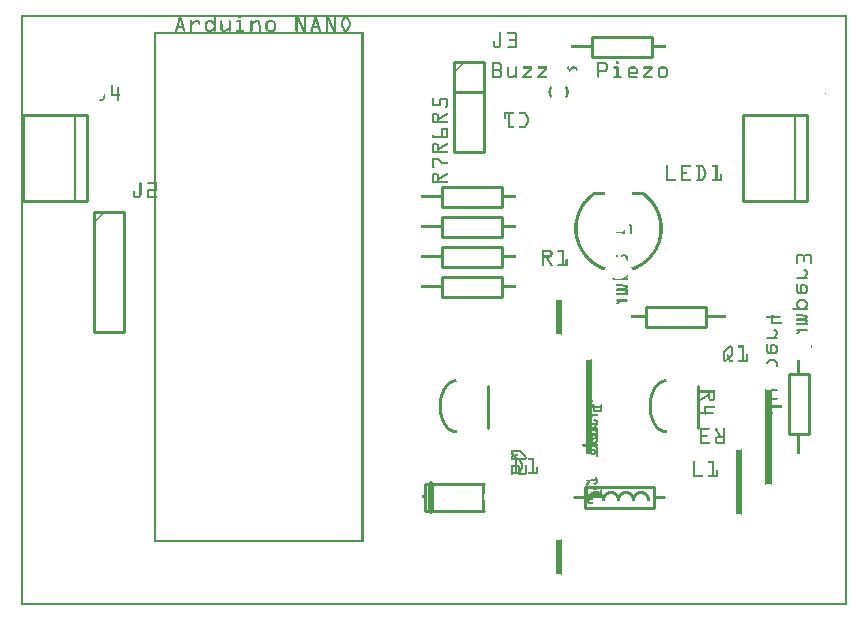
<source format=gto>
G04 MADE WITH FRITZING*
G04 WWW.FRITZING.ORG*
G04 DOUBLE SIDED*
G04 HOLES PLATED*
G04 CONTOUR ON CENTER OF CONTOUR VECTOR*
%ASAXBY*%
%FSLAX23Y23*%
%MOIN*%
%OFA0B0*%
%SFA1.0B1.0*%
%ADD10R,0.240000X0.080000X0.220000X0.060000*%
%ADD11C,0.010000*%
%ADD12C,0.005000*%
%ADD13C,0.020000*%
%ADD14R,0.001000X0.001000*%
%LNSILK1*%
G90*
G70*
G54D11*
X1879Y396D02*
X2109Y396D01*
X2109Y326D01*
X1879Y326D01*
X1879Y396D01*
D02*
X244Y1311D02*
X244Y911D01*
D02*
X244Y911D02*
X344Y911D01*
D02*
X344Y911D02*
X344Y1311D01*
D02*
X344Y1311D02*
X244Y1311D01*
D02*
X1444Y1811D02*
X1444Y1711D01*
D02*
X1444Y1711D02*
X1544Y1711D01*
D02*
X1544Y1711D02*
X1544Y1811D01*
D02*
X1544Y1811D02*
X1444Y1811D01*
D02*
X6Y1635D02*
X6Y1349D01*
D02*
X6Y1349D02*
X222Y1349D01*
D02*
X222Y1349D02*
X222Y1635D01*
D02*
X222Y1635D02*
X6Y1635D01*
G54D12*
D02*
X182Y1349D02*
X182Y1635D01*
G54D11*
D02*
X2406Y1635D02*
X2406Y1349D01*
D02*
X2406Y1349D02*
X2622Y1349D01*
D02*
X2622Y1349D02*
X2622Y1635D01*
D02*
X2622Y1635D02*
X2406Y1635D01*
G54D12*
D02*
X2582Y1349D02*
X2582Y1635D01*
G54D11*
D02*
X1403Y1094D02*
X1603Y1094D01*
D02*
X1603Y1094D02*
X1603Y1028D01*
D02*
X1603Y1028D02*
X1403Y1028D01*
D02*
X1403Y1028D02*
X1403Y1094D01*
D02*
X1903Y1894D02*
X2103Y1894D01*
D02*
X2103Y1894D02*
X2103Y1828D01*
D02*
X2103Y1828D02*
X1903Y1828D01*
D02*
X1903Y1828D02*
X1903Y1894D01*
D02*
X2561Y571D02*
X2561Y771D01*
D02*
X2561Y771D02*
X2627Y771D01*
D02*
X2627Y771D02*
X2627Y571D01*
D02*
X2627Y571D02*
X2561Y571D01*
D02*
X2284Y928D02*
X2084Y928D01*
D02*
X2084Y928D02*
X2084Y994D01*
D02*
X2084Y994D02*
X2284Y994D01*
D02*
X2284Y994D02*
X2284Y928D01*
D02*
X1348Y406D02*
X1543Y406D01*
D02*
X1543Y316D02*
X1348Y316D01*
D02*
X1348Y316D02*
X1348Y406D01*
G54D13*
D02*
X1368Y316D02*
X1368Y406D01*
G54D11*
D02*
X2258Y731D02*
X2258Y591D01*
D02*
X1558Y731D02*
X1558Y591D01*
D02*
X1403Y1394D02*
X1603Y1394D01*
D02*
X1603Y1394D02*
X1603Y1328D01*
D02*
X1603Y1328D02*
X1403Y1328D01*
D02*
X1403Y1328D02*
X1403Y1394D01*
D02*
X1403Y1294D02*
X1603Y1294D01*
D02*
X1603Y1294D02*
X1603Y1228D01*
D02*
X1603Y1228D02*
X1403Y1228D01*
D02*
X1403Y1228D02*
X1403Y1294D01*
D02*
X1403Y1194D02*
X1603Y1194D01*
D02*
X1603Y1194D02*
X1603Y1128D01*
D02*
X1603Y1128D02*
X1403Y1128D01*
D02*
X1403Y1128D02*
X1403Y1194D01*
D02*
X1444Y1711D02*
X1444Y1511D01*
D02*
X1444Y1511D02*
X1544Y1511D01*
D02*
X1544Y1511D02*
X1544Y1711D01*
D02*
X1544Y1711D02*
X1444Y1711D01*
X1873Y362D02*
X1843Y362D01*
D02*
X2113Y362D02*
X2143Y362D01*
D02*
G54D14*
X0Y1969D02*
X2754Y1969D01*
X0Y1968D02*
X2754Y1968D01*
X0Y1967D02*
X2754Y1967D01*
X0Y1966D02*
X2754Y1966D01*
X0Y1965D02*
X2754Y1965D01*
X0Y1964D02*
X2754Y1964D01*
X0Y1963D02*
X2754Y1963D01*
X0Y1962D02*
X2754Y1962D01*
X0Y1961D02*
X7Y1961D01*
X528Y1961D02*
X535Y1961D01*
X643Y1961D02*
X649Y1961D01*
X726Y1961D02*
X734Y1961D01*
X916Y1961D02*
X927Y1961D01*
X944Y1961D02*
X950Y1961D01*
X979Y1961D02*
X987Y1961D01*
X1017Y1961D02*
X1027Y1961D01*
X1044Y1961D02*
X1050Y1961D01*
X1076Y1961D02*
X1091Y1961D01*
X2747Y1961D02*
X2754Y1961D01*
X0Y1960D02*
X7Y1960D01*
X527Y1960D02*
X535Y1960D01*
X643Y1960D02*
X649Y1960D01*
X728Y1960D02*
X733Y1960D01*
X916Y1960D02*
X927Y1960D01*
X944Y1960D02*
X950Y1960D01*
X979Y1960D02*
X987Y1960D01*
X1017Y1960D02*
X1028Y1960D01*
X1044Y1960D02*
X1050Y1960D01*
X1075Y1960D02*
X1092Y1960D01*
X2747Y1960D02*
X2754Y1960D01*
X0Y1959D02*
X7Y1959D01*
X527Y1959D02*
X536Y1959D01*
X643Y1959D02*
X649Y1959D01*
X916Y1959D02*
X928Y1959D01*
X944Y1959D02*
X950Y1959D01*
X979Y1959D02*
X987Y1959D01*
X1017Y1959D02*
X1028Y1959D01*
X1044Y1959D02*
X1050Y1959D01*
X1075Y1959D02*
X1082Y1959D01*
X1085Y1959D02*
X1092Y1959D01*
X2747Y1959D02*
X2754Y1959D01*
X0Y1958D02*
X7Y1958D01*
X527Y1958D02*
X536Y1958D01*
X643Y1958D02*
X649Y1958D01*
X916Y1958D02*
X928Y1958D01*
X944Y1958D02*
X950Y1958D01*
X979Y1958D02*
X988Y1958D01*
X1017Y1958D02*
X1029Y1958D01*
X1044Y1958D02*
X1050Y1958D01*
X1074Y1958D02*
X1081Y1958D01*
X1086Y1958D02*
X1093Y1958D01*
X2747Y1958D02*
X2754Y1958D01*
X0Y1957D02*
X7Y1957D01*
X526Y1957D02*
X536Y1957D01*
X643Y1957D02*
X649Y1957D01*
X916Y1957D02*
X929Y1957D01*
X944Y1957D02*
X950Y1957D01*
X978Y1957D02*
X988Y1957D01*
X1017Y1957D02*
X1029Y1957D01*
X1044Y1957D02*
X1050Y1957D01*
X1074Y1957D02*
X1081Y1957D01*
X1086Y1957D02*
X1093Y1957D01*
X2747Y1957D02*
X2754Y1957D01*
X0Y1956D02*
X7Y1956D01*
X526Y1956D02*
X537Y1956D01*
X643Y1956D02*
X649Y1956D01*
X916Y1956D02*
X929Y1956D01*
X944Y1956D02*
X950Y1956D01*
X978Y1956D02*
X988Y1956D01*
X1017Y1956D02*
X1029Y1956D01*
X1044Y1956D02*
X1050Y1956D01*
X1073Y1956D02*
X1080Y1956D01*
X1087Y1956D02*
X1094Y1956D01*
X2747Y1956D02*
X2754Y1956D01*
X0Y1955D02*
X7Y1955D01*
X526Y1955D02*
X537Y1955D01*
X643Y1955D02*
X649Y1955D01*
X916Y1955D02*
X929Y1955D01*
X944Y1955D02*
X950Y1955D01*
X978Y1955D02*
X989Y1955D01*
X1017Y1955D02*
X1030Y1955D01*
X1044Y1955D02*
X1050Y1955D01*
X1073Y1955D02*
X1080Y1955D01*
X1087Y1955D02*
X1094Y1955D01*
X2747Y1955D02*
X2754Y1955D01*
X0Y1954D02*
X7Y1954D01*
X526Y1954D02*
X537Y1954D01*
X643Y1954D02*
X649Y1954D01*
X916Y1954D02*
X930Y1954D01*
X944Y1954D02*
X950Y1954D01*
X977Y1954D02*
X989Y1954D01*
X1017Y1954D02*
X1030Y1954D01*
X1044Y1954D02*
X1050Y1954D01*
X1072Y1954D02*
X1079Y1954D01*
X1088Y1954D02*
X1095Y1954D01*
X2747Y1954D02*
X2754Y1954D01*
X0Y1953D02*
X7Y1953D01*
X525Y1953D02*
X537Y1953D01*
X643Y1953D02*
X649Y1953D01*
X916Y1953D02*
X930Y1953D01*
X944Y1953D02*
X950Y1953D01*
X977Y1953D02*
X989Y1953D01*
X1017Y1953D02*
X1031Y1953D01*
X1044Y1953D02*
X1050Y1953D01*
X1072Y1953D02*
X1079Y1953D01*
X1089Y1953D02*
X1095Y1953D01*
X2747Y1953D02*
X2754Y1953D01*
X0Y1952D02*
X7Y1952D01*
X525Y1952D02*
X538Y1952D01*
X643Y1952D02*
X649Y1952D01*
X916Y1952D02*
X922Y1952D01*
X924Y1952D02*
X931Y1952D01*
X944Y1952D02*
X950Y1952D01*
X977Y1952D02*
X989Y1952D01*
X1017Y1952D02*
X1031Y1952D01*
X1044Y1952D02*
X1050Y1952D01*
X1071Y1952D02*
X1078Y1952D01*
X1089Y1952D02*
X1096Y1952D01*
X2747Y1952D02*
X2754Y1952D01*
X0Y1951D02*
X7Y1951D01*
X525Y1951D02*
X538Y1951D01*
X566Y1951D02*
X569Y1951D01*
X580Y1951D02*
X592Y1951D01*
X624Y1951D02*
X636Y1951D01*
X643Y1951D02*
X649Y1951D01*
X667Y1951D02*
X670Y1951D01*
X694Y1951D02*
X697Y1951D01*
X720Y1951D02*
X734Y1951D01*
X767Y1951D02*
X770Y1951D01*
X781Y1951D02*
X792Y1951D01*
X825Y1951D02*
X840Y1951D01*
X916Y1951D02*
X922Y1951D01*
X925Y1951D02*
X931Y1951D01*
X944Y1951D02*
X950Y1951D01*
X976Y1951D02*
X990Y1951D01*
X1017Y1951D02*
X1023Y1951D01*
X1025Y1951D02*
X1032Y1951D01*
X1044Y1951D02*
X1050Y1951D01*
X1071Y1951D02*
X1077Y1951D01*
X1090Y1951D02*
X1096Y1951D01*
X2747Y1951D02*
X2754Y1951D01*
X0Y1950D02*
X7Y1950D01*
X524Y1950D02*
X538Y1950D01*
X565Y1950D02*
X570Y1950D01*
X579Y1950D02*
X594Y1950D01*
X622Y1950D02*
X638Y1950D01*
X643Y1950D02*
X649Y1950D01*
X666Y1950D02*
X671Y1950D01*
X693Y1950D02*
X698Y1950D01*
X719Y1950D02*
X735Y1950D01*
X766Y1950D02*
X771Y1950D01*
X779Y1950D02*
X794Y1950D01*
X823Y1950D02*
X842Y1950D01*
X916Y1950D02*
X922Y1950D01*
X925Y1950D02*
X932Y1950D01*
X944Y1950D02*
X950Y1950D01*
X976Y1950D02*
X990Y1950D01*
X1017Y1950D02*
X1023Y1950D01*
X1025Y1950D02*
X1032Y1950D01*
X1044Y1950D02*
X1050Y1950D01*
X1070Y1950D02*
X1077Y1950D01*
X1090Y1950D02*
X1097Y1950D01*
X2747Y1950D02*
X2754Y1950D01*
X0Y1949D02*
X7Y1949D01*
X524Y1949D02*
X530Y1949D01*
X532Y1949D02*
X539Y1949D01*
X565Y1949D02*
X571Y1949D01*
X578Y1949D02*
X595Y1949D01*
X621Y1949D02*
X639Y1949D01*
X643Y1949D02*
X649Y1949D01*
X665Y1949D02*
X671Y1949D01*
X693Y1949D02*
X699Y1949D01*
X719Y1949D02*
X735Y1949D01*
X766Y1949D02*
X771Y1949D01*
X778Y1949D02*
X795Y1949D01*
X822Y1949D02*
X843Y1949D01*
X916Y1949D02*
X922Y1949D01*
X925Y1949D02*
X932Y1949D01*
X944Y1949D02*
X950Y1949D01*
X976Y1949D02*
X982Y1949D01*
X984Y1949D02*
X990Y1949D01*
X1017Y1949D02*
X1023Y1949D01*
X1026Y1949D02*
X1032Y1949D01*
X1044Y1949D02*
X1050Y1949D01*
X1070Y1949D02*
X1076Y1949D01*
X1091Y1949D02*
X1097Y1949D01*
X2747Y1949D02*
X2754Y1949D01*
X0Y1948D02*
X7Y1948D01*
X524Y1948D02*
X530Y1948D01*
X533Y1948D02*
X539Y1948D01*
X565Y1948D02*
X571Y1948D01*
X576Y1948D02*
X596Y1948D01*
X620Y1948D02*
X640Y1948D01*
X643Y1948D02*
X649Y1948D01*
X665Y1948D02*
X671Y1948D01*
X693Y1948D02*
X699Y1948D01*
X719Y1948D02*
X735Y1948D01*
X766Y1948D02*
X772Y1948D01*
X776Y1948D02*
X796Y1948D01*
X820Y1948D02*
X845Y1948D01*
X916Y1948D02*
X922Y1948D01*
X926Y1948D02*
X933Y1948D01*
X944Y1948D02*
X950Y1948D01*
X976Y1948D02*
X982Y1948D01*
X984Y1948D02*
X991Y1948D01*
X1017Y1948D02*
X1023Y1948D01*
X1026Y1948D02*
X1033Y1948D01*
X1044Y1948D02*
X1050Y1948D01*
X1069Y1948D02*
X1076Y1948D01*
X1091Y1948D02*
X1098Y1948D01*
X2747Y1948D02*
X2754Y1948D01*
X0Y1947D02*
X7Y1947D01*
X524Y1947D02*
X530Y1947D01*
X533Y1947D02*
X539Y1947D01*
X565Y1947D02*
X571Y1947D01*
X575Y1947D02*
X597Y1947D01*
X619Y1947D02*
X649Y1947D01*
X665Y1947D02*
X671Y1947D01*
X693Y1947D02*
X699Y1947D01*
X719Y1947D02*
X735Y1947D01*
X766Y1947D02*
X772Y1947D01*
X774Y1947D02*
X797Y1947D01*
X819Y1947D02*
X846Y1947D01*
X916Y1947D02*
X922Y1947D01*
X926Y1947D02*
X933Y1947D01*
X944Y1947D02*
X950Y1947D01*
X975Y1947D02*
X982Y1947D01*
X985Y1947D02*
X991Y1947D01*
X1017Y1947D02*
X1023Y1947D01*
X1027Y1947D02*
X1033Y1947D01*
X1044Y1947D02*
X1050Y1947D01*
X1069Y1947D02*
X1075Y1947D01*
X1092Y1947D02*
X1098Y1947D01*
X2747Y1947D02*
X2754Y1947D01*
X0Y1946D02*
X7Y1946D01*
X523Y1946D02*
X530Y1946D01*
X533Y1946D02*
X540Y1946D01*
X565Y1946D02*
X571Y1946D01*
X574Y1946D02*
X597Y1946D01*
X618Y1946D02*
X649Y1946D01*
X665Y1946D02*
X671Y1946D01*
X693Y1946D02*
X699Y1946D01*
X720Y1946D02*
X735Y1946D01*
X766Y1946D02*
X797Y1946D01*
X818Y1946D02*
X847Y1946D01*
X916Y1946D02*
X922Y1946D01*
X927Y1946D02*
X933Y1946D01*
X944Y1946D02*
X950Y1946D01*
X975Y1946D02*
X981Y1946D01*
X985Y1946D02*
X991Y1946D01*
X1017Y1946D02*
X1023Y1946D01*
X1027Y1946D02*
X1034Y1946D01*
X1044Y1946D02*
X1050Y1946D01*
X1068Y1946D02*
X1075Y1946D01*
X1092Y1946D02*
X1099Y1946D01*
X2747Y1946D02*
X2754Y1946D01*
X0Y1945D02*
X7Y1945D01*
X523Y1945D02*
X529Y1945D01*
X533Y1945D02*
X540Y1945D01*
X565Y1945D02*
X571Y1945D01*
X573Y1945D02*
X598Y1945D01*
X617Y1945D02*
X649Y1945D01*
X665Y1945D02*
X671Y1945D01*
X693Y1945D02*
X699Y1945D01*
X721Y1945D02*
X735Y1945D01*
X766Y1945D02*
X798Y1945D01*
X818Y1945D02*
X848Y1945D01*
X916Y1945D02*
X922Y1945D01*
X927Y1945D02*
X934Y1945D01*
X944Y1945D02*
X950Y1945D01*
X975Y1945D02*
X981Y1945D01*
X985Y1945D02*
X992Y1945D01*
X1017Y1945D02*
X1023Y1945D01*
X1028Y1945D02*
X1034Y1945D01*
X1044Y1945D02*
X1050Y1945D01*
X1068Y1945D02*
X1074Y1945D01*
X1093Y1945D02*
X1099Y1945D01*
X2747Y1945D02*
X2754Y1945D01*
X0Y1944D02*
X7Y1944D01*
X523Y1944D02*
X529Y1944D01*
X534Y1944D02*
X540Y1944D01*
X565Y1944D02*
X581Y1944D01*
X591Y1944D02*
X598Y1944D01*
X616Y1944D02*
X625Y1944D01*
X635Y1944D02*
X649Y1944D01*
X665Y1944D02*
X671Y1944D01*
X693Y1944D02*
X699Y1944D01*
X729Y1944D02*
X735Y1944D01*
X766Y1944D02*
X782Y1944D01*
X791Y1944D02*
X798Y1944D01*
X817Y1944D02*
X826Y1944D01*
X840Y1944D02*
X848Y1944D01*
X916Y1944D02*
X922Y1944D01*
X928Y1944D02*
X934Y1944D01*
X944Y1944D02*
X950Y1944D01*
X974Y1944D02*
X981Y1944D01*
X985Y1944D02*
X992Y1944D01*
X1017Y1944D02*
X1023Y1944D01*
X1028Y1944D02*
X1035Y1944D01*
X1044Y1944D02*
X1050Y1944D01*
X1067Y1944D02*
X1074Y1944D01*
X1093Y1944D02*
X1100Y1944D01*
X2747Y1944D02*
X2754Y1944D01*
X0Y1943D02*
X7Y1943D01*
X522Y1943D02*
X529Y1943D01*
X534Y1943D02*
X540Y1943D01*
X565Y1943D02*
X580Y1943D01*
X592Y1943D02*
X598Y1943D01*
X616Y1943D02*
X624Y1943D01*
X636Y1943D02*
X649Y1943D01*
X665Y1943D02*
X671Y1943D01*
X693Y1943D02*
X699Y1943D01*
X729Y1943D02*
X735Y1943D01*
X766Y1943D02*
X780Y1943D01*
X792Y1943D02*
X798Y1943D01*
X817Y1943D02*
X824Y1943D01*
X841Y1943D02*
X849Y1943D01*
X916Y1943D02*
X922Y1943D01*
X928Y1943D02*
X935Y1943D01*
X944Y1943D02*
X950Y1943D01*
X974Y1943D02*
X980Y1943D01*
X986Y1943D02*
X992Y1943D01*
X1017Y1943D02*
X1023Y1943D01*
X1028Y1943D02*
X1035Y1943D01*
X1044Y1943D02*
X1050Y1943D01*
X1067Y1943D02*
X1074Y1943D01*
X1094Y1943D02*
X1100Y1943D01*
X2747Y1943D02*
X2754Y1943D01*
X0Y1942D02*
X7Y1942D01*
X522Y1942D02*
X528Y1942D01*
X534Y1942D02*
X541Y1942D01*
X565Y1942D02*
X579Y1942D01*
X592Y1942D02*
X598Y1942D01*
X615Y1942D02*
X622Y1942D01*
X638Y1942D02*
X649Y1942D01*
X665Y1942D02*
X671Y1942D01*
X693Y1942D02*
X699Y1942D01*
X729Y1942D02*
X735Y1942D01*
X766Y1942D02*
X779Y1942D01*
X792Y1942D02*
X798Y1942D01*
X816Y1942D02*
X823Y1942D01*
X842Y1942D02*
X849Y1942D01*
X916Y1942D02*
X922Y1942D01*
X928Y1942D02*
X935Y1942D01*
X944Y1942D02*
X950Y1942D01*
X974Y1942D02*
X980Y1942D01*
X986Y1942D02*
X992Y1942D01*
X1017Y1942D02*
X1023Y1942D01*
X1029Y1942D02*
X1036Y1942D01*
X1044Y1942D02*
X1050Y1942D01*
X1067Y1942D02*
X1073Y1942D01*
X1094Y1942D02*
X1100Y1942D01*
X2747Y1942D02*
X2754Y1942D01*
X0Y1941D02*
X7Y1941D01*
X522Y1941D02*
X528Y1941D01*
X535Y1941D02*
X541Y1941D01*
X565Y1941D02*
X578Y1941D01*
X592Y1941D02*
X598Y1941D01*
X615Y1941D02*
X622Y1941D01*
X639Y1941D02*
X649Y1941D01*
X665Y1941D02*
X671Y1941D01*
X693Y1941D02*
X699Y1941D01*
X729Y1941D02*
X735Y1941D01*
X766Y1941D02*
X777Y1941D01*
X792Y1941D02*
X798Y1941D01*
X816Y1941D02*
X822Y1941D01*
X843Y1941D02*
X849Y1941D01*
X916Y1941D02*
X922Y1941D01*
X929Y1941D02*
X936Y1941D01*
X944Y1941D02*
X950Y1941D01*
X974Y1941D02*
X980Y1941D01*
X986Y1941D02*
X993Y1941D01*
X1017Y1941D02*
X1023Y1941D01*
X1029Y1941D02*
X1036Y1941D01*
X1044Y1941D02*
X1050Y1941D01*
X1067Y1941D02*
X1073Y1941D01*
X1094Y1941D02*
X1100Y1941D01*
X2747Y1941D02*
X2754Y1941D01*
X0Y1940D02*
X7Y1940D01*
X522Y1940D02*
X528Y1940D01*
X535Y1940D02*
X541Y1940D01*
X565Y1940D02*
X577Y1940D01*
X592Y1940D02*
X598Y1940D01*
X615Y1940D02*
X621Y1940D01*
X640Y1940D02*
X649Y1940D01*
X665Y1940D02*
X671Y1940D01*
X693Y1940D02*
X699Y1940D01*
X729Y1940D02*
X735Y1940D01*
X766Y1940D02*
X776Y1940D01*
X792Y1940D02*
X798Y1940D01*
X816Y1940D02*
X822Y1940D01*
X843Y1940D02*
X849Y1940D01*
X916Y1940D02*
X922Y1940D01*
X929Y1940D02*
X936Y1940D01*
X944Y1940D02*
X950Y1940D01*
X973Y1940D02*
X980Y1940D01*
X987Y1940D02*
X993Y1940D01*
X1017Y1940D02*
X1023Y1940D01*
X1030Y1940D02*
X1036Y1940D01*
X1044Y1940D02*
X1050Y1940D01*
X1067Y1940D02*
X1073Y1940D01*
X1094Y1940D02*
X1100Y1940D01*
X2747Y1940D02*
X2754Y1940D01*
X0Y1939D02*
X7Y1939D01*
X521Y1939D02*
X528Y1939D01*
X535Y1939D02*
X542Y1939D01*
X565Y1939D02*
X576Y1939D01*
X592Y1939D02*
X598Y1939D01*
X615Y1939D02*
X621Y1939D01*
X641Y1939D02*
X649Y1939D01*
X666Y1939D02*
X672Y1939D01*
X693Y1939D02*
X699Y1939D01*
X729Y1939D02*
X735Y1939D01*
X766Y1939D02*
X774Y1939D01*
X792Y1939D02*
X798Y1939D01*
X816Y1939D02*
X822Y1939D01*
X843Y1939D02*
X849Y1939D01*
X916Y1939D02*
X922Y1939D01*
X930Y1939D02*
X936Y1939D01*
X944Y1939D02*
X950Y1939D01*
X973Y1939D02*
X979Y1939D01*
X987Y1939D02*
X993Y1939D01*
X1017Y1939D02*
X1023Y1939D01*
X1030Y1939D02*
X1037Y1939D01*
X1044Y1939D02*
X1050Y1939D01*
X1067Y1939D02*
X1073Y1939D01*
X1094Y1939D02*
X1100Y1939D01*
X2747Y1939D02*
X2754Y1939D01*
X0Y1938D02*
X7Y1938D01*
X521Y1938D02*
X527Y1938D01*
X536Y1938D02*
X542Y1938D01*
X565Y1938D02*
X575Y1938D01*
X593Y1938D02*
X598Y1938D01*
X615Y1938D02*
X621Y1938D01*
X642Y1938D02*
X649Y1938D01*
X666Y1938D02*
X672Y1938D01*
X693Y1938D02*
X699Y1938D01*
X729Y1938D02*
X735Y1938D01*
X766Y1938D02*
X772Y1938D01*
X792Y1938D02*
X798Y1938D01*
X816Y1938D02*
X822Y1938D01*
X843Y1938D02*
X849Y1938D01*
X916Y1938D02*
X922Y1938D01*
X930Y1938D02*
X937Y1938D01*
X944Y1938D02*
X950Y1938D01*
X973Y1938D02*
X979Y1938D01*
X987Y1938D02*
X994Y1938D01*
X1017Y1938D02*
X1023Y1938D01*
X1031Y1938D02*
X1037Y1938D01*
X1044Y1938D02*
X1050Y1938D01*
X1067Y1938D02*
X1073Y1938D01*
X1094Y1938D02*
X1100Y1938D01*
X2747Y1938D02*
X2754Y1938D01*
X0Y1937D02*
X7Y1937D01*
X521Y1937D02*
X527Y1937D01*
X536Y1937D02*
X542Y1937D01*
X565Y1937D02*
X573Y1937D01*
X593Y1937D02*
X597Y1937D01*
X615Y1937D02*
X621Y1937D01*
X642Y1937D02*
X649Y1937D01*
X666Y1937D02*
X672Y1937D01*
X693Y1937D02*
X699Y1937D01*
X729Y1937D02*
X735Y1937D01*
X766Y1937D02*
X772Y1937D01*
X792Y1937D02*
X798Y1937D01*
X816Y1937D02*
X822Y1937D01*
X843Y1937D02*
X849Y1937D01*
X916Y1937D02*
X922Y1937D01*
X931Y1937D02*
X937Y1937D01*
X944Y1937D02*
X950Y1937D01*
X972Y1937D02*
X979Y1937D01*
X988Y1937D02*
X994Y1937D01*
X1017Y1937D02*
X1023Y1937D01*
X1031Y1937D02*
X1038Y1937D01*
X1044Y1937D02*
X1050Y1937D01*
X1067Y1937D02*
X1073Y1937D01*
X1094Y1937D02*
X1100Y1937D01*
X2747Y1937D02*
X2754Y1937D01*
X0Y1936D02*
X7Y1936D01*
X520Y1936D02*
X527Y1936D01*
X536Y1936D02*
X542Y1936D01*
X565Y1936D02*
X572Y1936D01*
X615Y1936D02*
X621Y1936D01*
X643Y1936D02*
X649Y1936D01*
X666Y1936D02*
X672Y1936D01*
X693Y1936D02*
X699Y1936D01*
X729Y1936D02*
X735Y1936D01*
X766Y1936D02*
X772Y1936D01*
X792Y1936D02*
X798Y1936D01*
X816Y1936D02*
X822Y1936D01*
X843Y1936D02*
X849Y1936D01*
X916Y1936D02*
X922Y1936D01*
X931Y1936D02*
X938Y1936D01*
X944Y1936D02*
X950Y1936D01*
X972Y1936D02*
X978Y1936D01*
X988Y1936D02*
X994Y1936D01*
X1017Y1936D02*
X1023Y1936D01*
X1031Y1936D02*
X1038Y1936D01*
X1044Y1936D02*
X1050Y1936D01*
X1067Y1936D02*
X1073Y1936D01*
X1094Y1936D02*
X1100Y1936D01*
X2747Y1936D02*
X2754Y1936D01*
X0Y1935D02*
X7Y1935D01*
X520Y1935D02*
X526Y1935D01*
X536Y1935D02*
X543Y1935D01*
X565Y1935D02*
X571Y1935D01*
X615Y1935D02*
X621Y1935D01*
X643Y1935D02*
X649Y1935D01*
X666Y1935D02*
X672Y1935D01*
X693Y1935D02*
X699Y1935D01*
X729Y1935D02*
X735Y1935D01*
X766Y1935D02*
X772Y1935D01*
X793Y1935D02*
X799Y1935D01*
X816Y1935D02*
X822Y1935D01*
X843Y1935D02*
X849Y1935D01*
X916Y1935D02*
X922Y1935D01*
X932Y1935D02*
X938Y1935D01*
X944Y1935D02*
X950Y1935D01*
X972Y1935D02*
X978Y1935D01*
X988Y1935D02*
X994Y1935D01*
X1017Y1935D02*
X1023Y1935D01*
X1032Y1935D02*
X1039Y1935D01*
X1044Y1935D02*
X1050Y1935D01*
X1067Y1935D02*
X1074Y1935D01*
X1093Y1935D02*
X1100Y1935D01*
X2747Y1935D02*
X2754Y1935D01*
X0Y1934D02*
X7Y1934D01*
X520Y1934D02*
X526Y1934D01*
X537Y1934D02*
X543Y1934D01*
X565Y1934D02*
X571Y1934D01*
X615Y1934D02*
X621Y1934D01*
X643Y1934D02*
X649Y1934D01*
X666Y1934D02*
X672Y1934D01*
X693Y1934D02*
X699Y1934D01*
X729Y1934D02*
X735Y1934D01*
X766Y1934D02*
X772Y1934D01*
X793Y1934D02*
X799Y1934D01*
X816Y1934D02*
X822Y1934D01*
X843Y1934D02*
X849Y1934D01*
X916Y1934D02*
X922Y1934D01*
X932Y1934D02*
X939Y1934D01*
X944Y1934D02*
X950Y1934D01*
X971Y1934D02*
X978Y1934D01*
X988Y1934D02*
X995Y1934D01*
X1017Y1934D02*
X1023Y1934D01*
X1032Y1934D02*
X1039Y1934D01*
X1044Y1934D02*
X1050Y1934D01*
X1068Y1934D02*
X1074Y1934D01*
X1093Y1934D02*
X1099Y1934D01*
X2747Y1934D02*
X2754Y1934D01*
X0Y1933D02*
X7Y1933D01*
X519Y1933D02*
X526Y1933D01*
X537Y1933D02*
X543Y1933D01*
X565Y1933D02*
X571Y1933D01*
X615Y1933D02*
X621Y1933D01*
X643Y1933D02*
X649Y1933D01*
X666Y1933D02*
X672Y1933D01*
X693Y1933D02*
X699Y1933D01*
X729Y1933D02*
X735Y1933D01*
X766Y1933D02*
X772Y1933D01*
X793Y1933D02*
X799Y1933D01*
X816Y1933D02*
X822Y1933D01*
X843Y1933D02*
X849Y1933D01*
X916Y1933D02*
X922Y1933D01*
X932Y1933D02*
X939Y1933D01*
X944Y1933D02*
X950Y1933D01*
X971Y1933D02*
X978Y1933D01*
X989Y1933D02*
X995Y1933D01*
X1017Y1933D02*
X1023Y1933D01*
X1033Y1933D02*
X1039Y1933D01*
X1044Y1933D02*
X1050Y1933D01*
X1068Y1933D02*
X1075Y1933D01*
X1092Y1933D02*
X1099Y1933D01*
X2747Y1933D02*
X2754Y1933D01*
X0Y1932D02*
X7Y1932D01*
X519Y1932D02*
X526Y1932D01*
X537Y1932D02*
X544Y1932D01*
X565Y1932D02*
X571Y1932D01*
X615Y1932D02*
X621Y1932D01*
X643Y1932D02*
X649Y1932D01*
X666Y1932D02*
X672Y1932D01*
X693Y1932D02*
X699Y1932D01*
X729Y1932D02*
X735Y1932D01*
X766Y1932D02*
X772Y1932D01*
X793Y1932D02*
X799Y1932D01*
X816Y1932D02*
X822Y1932D01*
X843Y1932D02*
X849Y1932D01*
X916Y1932D02*
X922Y1932D01*
X933Y1932D02*
X940Y1932D01*
X944Y1932D02*
X950Y1932D01*
X971Y1932D02*
X977Y1932D01*
X989Y1932D02*
X995Y1932D01*
X1017Y1932D02*
X1023Y1932D01*
X1033Y1932D02*
X1040Y1932D01*
X1044Y1932D02*
X1050Y1932D01*
X1069Y1932D02*
X1075Y1932D01*
X1092Y1932D02*
X1098Y1932D01*
X2747Y1932D02*
X2754Y1932D01*
X0Y1931D02*
X7Y1931D01*
X519Y1931D02*
X544Y1931D01*
X565Y1931D02*
X571Y1931D01*
X615Y1931D02*
X621Y1931D01*
X643Y1931D02*
X649Y1931D01*
X666Y1931D02*
X672Y1931D01*
X693Y1931D02*
X699Y1931D01*
X729Y1931D02*
X735Y1931D01*
X766Y1931D02*
X772Y1931D01*
X793Y1931D02*
X799Y1931D01*
X816Y1931D02*
X822Y1931D01*
X843Y1931D02*
X849Y1931D01*
X916Y1931D02*
X922Y1931D01*
X933Y1931D02*
X940Y1931D01*
X944Y1931D02*
X950Y1931D01*
X971Y1931D02*
X996Y1931D01*
X1017Y1931D02*
X1023Y1931D01*
X1034Y1931D02*
X1040Y1931D01*
X1044Y1931D02*
X1050Y1931D01*
X1069Y1931D02*
X1076Y1931D01*
X1091Y1931D02*
X1098Y1931D01*
X2747Y1931D02*
X2754Y1931D01*
X0Y1930D02*
X7Y1930D01*
X519Y1930D02*
X544Y1930D01*
X565Y1930D02*
X571Y1930D01*
X615Y1930D02*
X621Y1930D01*
X643Y1930D02*
X649Y1930D01*
X666Y1930D02*
X672Y1930D01*
X693Y1930D02*
X699Y1930D01*
X729Y1930D02*
X735Y1930D01*
X766Y1930D02*
X772Y1930D01*
X793Y1930D02*
X799Y1930D01*
X816Y1930D02*
X822Y1930D01*
X843Y1930D02*
X849Y1930D01*
X916Y1930D02*
X922Y1930D01*
X934Y1930D02*
X940Y1930D01*
X944Y1930D02*
X950Y1930D01*
X970Y1930D02*
X996Y1930D01*
X1017Y1930D02*
X1023Y1930D01*
X1034Y1930D02*
X1041Y1930D01*
X1044Y1930D02*
X1050Y1930D01*
X1070Y1930D02*
X1076Y1930D01*
X1091Y1930D02*
X1097Y1930D01*
X2747Y1930D02*
X2754Y1930D01*
X0Y1929D02*
X7Y1929D01*
X518Y1929D02*
X544Y1929D01*
X565Y1929D02*
X571Y1929D01*
X615Y1929D02*
X621Y1929D01*
X643Y1929D02*
X649Y1929D01*
X666Y1929D02*
X672Y1929D01*
X693Y1929D02*
X699Y1929D01*
X729Y1929D02*
X735Y1929D01*
X766Y1929D02*
X772Y1929D01*
X793Y1929D02*
X799Y1929D01*
X816Y1929D02*
X822Y1929D01*
X843Y1929D02*
X849Y1929D01*
X916Y1929D02*
X922Y1929D01*
X934Y1929D02*
X941Y1929D01*
X944Y1929D02*
X950Y1929D01*
X970Y1929D02*
X996Y1929D01*
X1017Y1929D02*
X1023Y1929D01*
X1035Y1929D02*
X1041Y1929D01*
X1044Y1929D02*
X1050Y1929D01*
X1070Y1929D02*
X1077Y1929D01*
X1090Y1929D02*
X1097Y1929D01*
X2747Y1929D02*
X2754Y1929D01*
X0Y1928D02*
X7Y1928D01*
X518Y1928D02*
X545Y1928D01*
X565Y1928D02*
X571Y1928D01*
X615Y1928D02*
X621Y1928D01*
X643Y1928D02*
X649Y1928D01*
X666Y1928D02*
X672Y1928D01*
X693Y1928D02*
X699Y1928D01*
X729Y1928D02*
X735Y1928D01*
X766Y1928D02*
X772Y1928D01*
X793Y1928D02*
X799Y1928D01*
X816Y1928D02*
X822Y1928D01*
X843Y1928D02*
X849Y1928D01*
X916Y1928D02*
X922Y1928D01*
X935Y1928D02*
X941Y1928D01*
X944Y1928D02*
X950Y1928D01*
X970Y1928D02*
X996Y1928D01*
X1017Y1928D02*
X1023Y1928D01*
X1035Y1928D02*
X1042Y1928D01*
X1044Y1928D02*
X1050Y1928D01*
X1071Y1928D02*
X1077Y1928D01*
X1090Y1928D02*
X1096Y1928D01*
X2747Y1928D02*
X2754Y1928D01*
X0Y1927D02*
X7Y1927D01*
X518Y1927D02*
X545Y1927D01*
X565Y1927D02*
X571Y1927D01*
X615Y1927D02*
X621Y1927D01*
X642Y1927D02*
X649Y1927D01*
X666Y1927D02*
X672Y1927D01*
X693Y1927D02*
X699Y1927D01*
X729Y1927D02*
X735Y1927D01*
X766Y1927D02*
X772Y1927D01*
X793Y1927D02*
X799Y1927D01*
X816Y1927D02*
X822Y1927D01*
X843Y1927D02*
X849Y1927D01*
X916Y1927D02*
X922Y1927D01*
X935Y1927D02*
X942Y1927D01*
X944Y1927D02*
X950Y1927D01*
X969Y1927D02*
X997Y1927D01*
X1017Y1927D02*
X1023Y1927D01*
X1035Y1927D02*
X1042Y1927D01*
X1044Y1927D02*
X1050Y1927D01*
X1071Y1927D02*
X1078Y1927D01*
X1089Y1927D02*
X1096Y1927D01*
X2747Y1927D02*
X2754Y1927D01*
X0Y1926D02*
X7Y1926D01*
X517Y1926D02*
X545Y1926D01*
X565Y1926D02*
X571Y1926D01*
X615Y1926D02*
X621Y1926D01*
X642Y1926D02*
X649Y1926D01*
X666Y1926D02*
X672Y1926D01*
X692Y1926D02*
X699Y1926D01*
X729Y1926D02*
X735Y1926D01*
X766Y1926D02*
X772Y1926D01*
X793Y1926D02*
X799Y1926D01*
X816Y1926D02*
X822Y1926D01*
X843Y1926D02*
X849Y1926D01*
X916Y1926D02*
X922Y1926D01*
X935Y1926D02*
X942Y1926D01*
X944Y1926D02*
X950Y1926D01*
X969Y1926D02*
X997Y1926D01*
X1017Y1926D02*
X1023Y1926D01*
X1036Y1926D02*
X1050Y1926D01*
X1072Y1926D02*
X1078Y1926D01*
X1089Y1926D02*
X1095Y1926D01*
X2747Y1926D02*
X2754Y1926D01*
X0Y1925D02*
X7Y1925D01*
X517Y1925D02*
X546Y1925D01*
X565Y1925D02*
X571Y1925D01*
X615Y1925D02*
X621Y1925D01*
X641Y1925D02*
X649Y1925D01*
X666Y1925D02*
X672Y1925D01*
X690Y1925D02*
X699Y1925D01*
X729Y1925D02*
X735Y1925D01*
X766Y1925D02*
X772Y1925D01*
X793Y1925D02*
X799Y1925D01*
X816Y1925D02*
X822Y1925D01*
X843Y1925D02*
X849Y1925D01*
X916Y1925D02*
X922Y1925D01*
X936Y1925D02*
X950Y1925D01*
X969Y1925D02*
X997Y1925D01*
X1017Y1925D02*
X1023Y1925D01*
X1036Y1925D02*
X1050Y1925D01*
X1072Y1925D02*
X1079Y1925D01*
X1088Y1925D02*
X1095Y1925D01*
X2747Y1925D02*
X2754Y1925D01*
X0Y1924D02*
X7Y1924D01*
X517Y1924D02*
X523Y1924D01*
X539Y1924D02*
X546Y1924D01*
X565Y1924D02*
X571Y1924D01*
X615Y1924D02*
X621Y1924D01*
X640Y1924D02*
X649Y1924D01*
X666Y1924D02*
X672Y1924D01*
X689Y1924D02*
X699Y1924D01*
X729Y1924D02*
X735Y1924D01*
X766Y1924D02*
X772Y1924D01*
X793Y1924D02*
X799Y1924D01*
X816Y1924D02*
X822Y1924D01*
X843Y1924D02*
X849Y1924D01*
X916Y1924D02*
X922Y1924D01*
X936Y1924D02*
X950Y1924D01*
X969Y1924D02*
X975Y1924D01*
X991Y1924D02*
X998Y1924D01*
X1017Y1924D02*
X1023Y1924D01*
X1037Y1924D02*
X1050Y1924D01*
X1073Y1924D02*
X1079Y1924D01*
X1088Y1924D02*
X1094Y1924D01*
X2747Y1924D02*
X2754Y1924D01*
X0Y1923D02*
X7Y1923D01*
X517Y1923D02*
X523Y1923D01*
X540Y1923D02*
X546Y1923D01*
X565Y1923D02*
X571Y1923D01*
X615Y1923D02*
X622Y1923D01*
X639Y1923D02*
X649Y1923D01*
X666Y1923D02*
X672Y1923D01*
X687Y1923D02*
X699Y1923D01*
X729Y1923D02*
X735Y1923D01*
X766Y1923D02*
X772Y1923D01*
X793Y1923D02*
X799Y1923D01*
X816Y1923D02*
X822Y1923D01*
X843Y1923D02*
X849Y1923D01*
X916Y1923D02*
X922Y1923D01*
X937Y1923D02*
X950Y1923D01*
X968Y1923D02*
X975Y1923D01*
X992Y1923D02*
X998Y1923D01*
X1017Y1923D02*
X1023Y1923D01*
X1037Y1923D02*
X1050Y1923D01*
X1073Y1923D02*
X1080Y1923D01*
X1087Y1923D02*
X1094Y1923D01*
X2747Y1923D02*
X2754Y1923D01*
X0Y1922D02*
X7Y1922D01*
X516Y1922D02*
X523Y1922D01*
X540Y1922D02*
X547Y1922D01*
X565Y1922D02*
X571Y1922D01*
X615Y1922D02*
X623Y1922D01*
X637Y1922D02*
X649Y1922D01*
X666Y1922D02*
X672Y1922D01*
X686Y1922D02*
X699Y1922D01*
X729Y1922D02*
X735Y1922D01*
X766Y1922D02*
X772Y1922D01*
X793Y1922D02*
X799Y1922D01*
X816Y1922D02*
X823Y1922D01*
X842Y1922D02*
X849Y1922D01*
X916Y1922D02*
X922Y1922D01*
X937Y1922D02*
X950Y1922D01*
X968Y1922D02*
X974Y1922D01*
X992Y1922D02*
X998Y1922D01*
X1017Y1922D02*
X1023Y1922D01*
X1038Y1922D02*
X1050Y1922D01*
X1074Y1922D02*
X1080Y1922D01*
X1087Y1922D02*
X1093Y1922D01*
X2747Y1922D02*
X2754Y1922D01*
X0Y1921D02*
X7Y1921D01*
X516Y1921D02*
X522Y1921D01*
X541Y1921D02*
X547Y1921D01*
X565Y1921D02*
X571Y1921D01*
X616Y1921D02*
X624Y1921D01*
X636Y1921D02*
X649Y1921D01*
X666Y1921D02*
X673Y1921D01*
X684Y1921D02*
X699Y1921D01*
X729Y1921D02*
X735Y1921D01*
X766Y1921D02*
X772Y1921D01*
X793Y1921D02*
X799Y1921D01*
X817Y1921D02*
X824Y1921D01*
X841Y1921D02*
X849Y1921D01*
X916Y1921D02*
X922Y1921D01*
X938Y1921D02*
X950Y1921D01*
X968Y1921D02*
X974Y1921D01*
X992Y1921D02*
X999Y1921D01*
X1017Y1921D02*
X1023Y1921D01*
X1038Y1921D02*
X1050Y1921D01*
X1074Y1921D02*
X1081Y1921D01*
X1086Y1921D02*
X1093Y1921D01*
X2747Y1921D02*
X2754Y1921D01*
X0Y1920D02*
X7Y1920D01*
X516Y1920D02*
X522Y1920D01*
X541Y1920D02*
X547Y1920D01*
X565Y1920D02*
X571Y1920D01*
X616Y1920D02*
X625Y1920D01*
X635Y1920D02*
X649Y1920D01*
X666Y1920D02*
X674Y1920D01*
X682Y1920D02*
X699Y1920D01*
X729Y1920D02*
X735Y1920D01*
X766Y1920D02*
X772Y1920D01*
X793Y1920D02*
X799Y1920D01*
X817Y1920D02*
X826Y1920D01*
X839Y1920D02*
X848Y1920D01*
X916Y1920D02*
X922Y1920D01*
X938Y1920D02*
X950Y1920D01*
X967Y1920D02*
X974Y1920D01*
X993Y1920D02*
X999Y1920D01*
X1017Y1920D02*
X1023Y1920D01*
X1038Y1920D02*
X1050Y1920D01*
X1075Y1920D02*
X1082Y1920D01*
X1085Y1920D02*
X1092Y1920D01*
X2747Y1920D02*
X2754Y1920D01*
X0Y1919D02*
X7Y1919D01*
X515Y1919D02*
X522Y1919D01*
X541Y1919D02*
X547Y1919D01*
X565Y1919D02*
X571Y1919D01*
X617Y1919D02*
X649Y1919D01*
X667Y1919D02*
X699Y1919D01*
X721Y1919D02*
X743Y1919D01*
X766Y1919D02*
X772Y1919D01*
X793Y1919D02*
X799Y1919D01*
X818Y1919D02*
X847Y1919D01*
X916Y1919D02*
X922Y1919D01*
X939Y1919D02*
X950Y1919D01*
X967Y1919D02*
X973Y1919D01*
X993Y1919D02*
X999Y1919D01*
X1017Y1919D02*
X1023Y1919D01*
X1039Y1919D02*
X1050Y1919D01*
X1075Y1919D02*
X1092Y1919D01*
X2747Y1919D02*
X2754Y1919D01*
X0Y1918D02*
X7Y1918D01*
X515Y1918D02*
X521Y1918D01*
X541Y1918D02*
X548Y1918D01*
X565Y1918D02*
X571Y1918D01*
X618Y1918D02*
X649Y1918D01*
X667Y1918D02*
X699Y1918D01*
X720Y1918D02*
X745Y1918D01*
X766Y1918D02*
X772Y1918D01*
X793Y1918D02*
X799Y1918D01*
X818Y1918D02*
X847Y1918D01*
X916Y1918D02*
X922Y1918D01*
X939Y1918D02*
X950Y1918D01*
X967Y1918D02*
X973Y1918D01*
X993Y1918D02*
X999Y1918D01*
X1017Y1918D02*
X1023Y1918D01*
X1039Y1918D02*
X1050Y1918D01*
X1076Y1918D02*
X1091Y1918D01*
X2747Y1918D02*
X2754Y1918D01*
X0Y1917D02*
X7Y1917D01*
X515Y1917D02*
X521Y1917D01*
X542Y1917D02*
X548Y1917D01*
X565Y1917D02*
X571Y1917D01*
X619Y1917D02*
X649Y1917D01*
X668Y1917D02*
X690Y1917D01*
X693Y1917D02*
X699Y1917D01*
X719Y1917D02*
X745Y1917D01*
X766Y1917D02*
X772Y1917D01*
X793Y1917D02*
X799Y1917D01*
X819Y1917D02*
X846Y1917D01*
X916Y1917D02*
X922Y1917D01*
X939Y1917D02*
X950Y1917D01*
X966Y1917D02*
X973Y1917D01*
X993Y1917D02*
X1000Y1917D01*
X1017Y1917D02*
X1023Y1917D01*
X1040Y1917D02*
X1050Y1917D01*
X1076Y1917D02*
X1091Y1917D01*
X2747Y1917D02*
X2754Y1917D01*
X0Y1916D02*
X7Y1916D01*
X515Y1916D02*
X521Y1916D01*
X542Y1916D02*
X548Y1916D01*
X565Y1916D02*
X571Y1916D01*
X620Y1916D02*
X640Y1916D01*
X643Y1916D02*
X649Y1916D01*
X669Y1916D02*
X688Y1916D01*
X693Y1916D02*
X699Y1916D01*
X719Y1916D02*
X745Y1916D01*
X766Y1916D02*
X772Y1916D01*
X793Y1916D02*
X799Y1916D01*
X821Y1916D02*
X844Y1916D01*
X916Y1916D02*
X922Y1916D01*
X940Y1916D02*
X950Y1916D01*
X966Y1916D02*
X973Y1916D01*
X994Y1916D02*
X1000Y1916D01*
X1017Y1916D02*
X1023Y1916D01*
X1040Y1916D02*
X1050Y1916D01*
X1077Y1916D02*
X1090Y1916D01*
X2747Y1916D02*
X2754Y1916D01*
X0Y1915D02*
X7Y1915D01*
X515Y1915D02*
X521Y1915D01*
X542Y1915D02*
X548Y1915D01*
X565Y1915D02*
X571Y1915D01*
X621Y1915D02*
X639Y1915D01*
X643Y1915D02*
X648Y1915D01*
X670Y1915D02*
X687Y1915D01*
X693Y1915D02*
X699Y1915D01*
X719Y1915D02*
X745Y1915D01*
X766Y1915D02*
X771Y1915D01*
X793Y1915D02*
X799Y1915D01*
X822Y1915D02*
X843Y1915D01*
X916Y1915D02*
X922Y1915D01*
X940Y1915D02*
X950Y1915D01*
X966Y1915D02*
X972Y1915D01*
X994Y1915D02*
X1000Y1915D01*
X1017Y1915D02*
X1022Y1915D01*
X1041Y1915D02*
X1050Y1915D01*
X1078Y1915D02*
X1089Y1915D01*
X2747Y1915D02*
X2754Y1915D01*
X0Y1914D02*
X7Y1914D01*
X515Y1914D02*
X520Y1914D01*
X543Y1914D02*
X548Y1914D01*
X565Y1914D02*
X570Y1914D01*
X622Y1914D02*
X638Y1914D01*
X643Y1914D02*
X648Y1914D01*
X671Y1914D02*
X685Y1914D01*
X693Y1914D02*
X698Y1914D01*
X719Y1914D02*
X745Y1914D01*
X766Y1914D02*
X771Y1914D01*
X794Y1914D02*
X799Y1914D01*
X823Y1914D02*
X842Y1914D01*
X917Y1914D02*
X922Y1914D01*
X941Y1914D02*
X950Y1914D01*
X967Y1914D02*
X972Y1914D01*
X995Y1914D02*
X999Y1914D01*
X1017Y1914D02*
X1022Y1914D01*
X1041Y1914D02*
X1050Y1914D01*
X1079Y1914D02*
X1088Y1914D01*
X2747Y1914D02*
X2754Y1914D01*
X0Y1913D02*
X7Y1913D01*
X516Y1913D02*
X519Y1913D01*
X544Y1913D02*
X547Y1913D01*
X566Y1913D02*
X569Y1913D01*
X624Y1913D02*
X636Y1913D01*
X644Y1913D02*
X647Y1913D01*
X673Y1913D02*
X683Y1913D01*
X694Y1913D02*
X697Y1913D01*
X720Y1913D02*
X744Y1913D01*
X767Y1913D02*
X770Y1913D01*
X795Y1913D02*
X798Y1913D01*
X825Y1913D02*
X840Y1913D01*
X918Y1913D02*
X921Y1913D01*
X941Y1913D02*
X950Y1913D01*
X968Y1913D02*
X971Y1913D01*
X995Y1913D02*
X998Y1913D01*
X1018Y1913D02*
X1021Y1913D01*
X1042Y1913D02*
X1050Y1913D01*
X1081Y1913D02*
X1086Y1913D01*
X2747Y1913D02*
X2754Y1913D01*
X0Y1912D02*
X7Y1912D01*
X444Y1912D02*
X1142Y1912D01*
X1625Y1912D02*
X1648Y1912D01*
X2747Y1912D02*
X2754Y1912D01*
X0Y1911D02*
X7Y1911D01*
X444Y1911D02*
X1142Y1911D01*
X1596Y1911D02*
X1600Y1911D01*
X1622Y1911D02*
X1651Y1911D01*
X2747Y1911D02*
X2754Y1911D01*
X0Y1910D02*
X7Y1910D01*
X444Y1910D02*
X1142Y1910D01*
X1596Y1910D02*
X1601Y1910D01*
X1622Y1910D02*
X1653Y1910D01*
X2747Y1910D02*
X2754Y1910D01*
X0Y1909D02*
X7Y1909D01*
X444Y1909D02*
X1142Y1909D01*
X1595Y1909D02*
X1601Y1909D01*
X1621Y1909D02*
X1654Y1909D01*
X2747Y1909D02*
X2754Y1909D01*
X0Y1908D02*
X7Y1908D01*
X444Y1908D02*
X1142Y1908D01*
X1595Y1908D02*
X1601Y1908D01*
X1621Y1908D02*
X1654Y1908D01*
X2747Y1908D02*
X2754Y1908D01*
X0Y1907D02*
X7Y1907D01*
X444Y1907D02*
X1142Y1907D01*
X1595Y1907D02*
X1601Y1907D01*
X1622Y1907D02*
X1655Y1907D01*
X2747Y1907D02*
X2754Y1907D01*
X0Y1906D02*
X7Y1906D01*
X444Y1906D02*
X1142Y1906D01*
X1595Y1906D02*
X1601Y1906D01*
X1622Y1906D02*
X1655Y1906D01*
X2747Y1906D02*
X2754Y1906D01*
X0Y1905D02*
X7Y1905D01*
X444Y1905D02*
X1142Y1905D01*
X1595Y1905D02*
X1601Y1905D01*
X1625Y1905D02*
X1655Y1905D01*
X2747Y1905D02*
X2754Y1905D01*
X0Y1904D02*
X7Y1904D01*
X444Y1904D02*
X451Y1904D01*
X1135Y1904D02*
X1142Y1904D01*
X1595Y1904D02*
X1601Y1904D01*
X1649Y1904D02*
X1655Y1904D01*
X2747Y1904D02*
X2754Y1904D01*
X0Y1903D02*
X7Y1903D01*
X444Y1903D02*
X451Y1903D01*
X1135Y1903D02*
X1142Y1903D01*
X1595Y1903D02*
X1601Y1903D01*
X1649Y1903D02*
X1655Y1903D01*
X2747Y1903D02*
X2754Y1903D01*
X0Y1902D02*
X7Y1902D01*
X444Y1902D02*
X451Y1902D01*
X1135Y1902D02*
X1142Y1902D01*
X1595Y1902D02*
X1601Y1902D01*
X1649Y1902D02*
X1655Y1902D01*
X2747Y1902D02*
X2754Y1902D01*
X0Y1901D02*
X7Y1901D01*
X444Y1901D02*
X451Y1901D01*
X1135Y1901D02*
X1142Y1901D01*
X1595Y1901D02*
X1601Y1901D01*
X1649Y1901D02*
X1655Y1901D01*
X2747Y1901D02*
X2754Y1901D01*
X0Y1900D02*
X7Y1900D01*
X444Y1900D02*
X451Y1900D01*
X1135Y1900D02*
X1142Y1900D01*
X1595Y1900D02*
X1601Y1900D01*
X1649Y1900D02*
X1655Y1900D01*
X2747Y1900D02*
X2754Y1900D01*
X0Y1899D02*
X7Y1899D01*
X444Y1899D02*
X451Y1899D01*
X1135Y1899D02*
X1142Y1899D01*
X1595Y1899D02*
X1601Y1899D01*
X1649Y1899D02*
X1655Y1899D01*
X2747Y1899D02*
X2754Y1899D01*
X0Y1898D02*
X7Y1898D01*
X444Y1898D02*
X451Y1898D01*
X1135Y1898D02*
X1142Y1898D01*
X1595Y1898D02*
X1601Y1898D01*
X1649Y1898D02*
X1655Y1898D01*
X2747Y1898D02*
X2754Y1898D01*
X0Y1897D02*
X7Y1897D01*
X444Y1897D02*
X451Y1897D01*
X1135Y1897D02*
X1142Y1897D01*
X1595Y1897D02*
X1601Y1897D01*
X1649Y1897D02*
X1655Y1897D01*
X2747Y1897D02*
X2754Y1897D01*
X0Y1896D02*
X7Y1896D01*
X444Y1896D02*
X451Y1896D01*
X1135Y1896D02*
X1142Y1896D01*
X1595Y1896D02*
X1601Y1896D01*
X1649Y1896D02*
X1655Y1896D01*
X2747Y1896D02*
X2754Y1896D01*
X0Y1895D02*
X7Y1895D01*
X444Y1895D02*
X451Y1895D01*
X1135Y1895D02*
X1142Y1895D01*
X1595Y1895D02*
X1601Y1895D01*
X1649Y1895D02*
X1655Y1895D01*
X2747Y1895D02*
X2754Y1895D01*
X0Y1894D02*
X7Y1894D01*
X444Y1894D02*
X451Y1894D01*
X1135Y1894D02*
X1142Y1894D01*
X1595Y1894D02*
X1601Y1894D01*
X1649Y1894D02*
X1655Y1894D01*
X2747Y1894D02*
X2754Y1894D01*
X0Y1893D02*
X7Y1893D01*
X444Y1893D02*
X451Y1893D01*
X1135Y1893D02*
X1142Y1893D01*
X1595Y1893D02*
X1601Y1893D01*
X1649Y1893D02*
X1655Y1893D01*
X2747Y1893D02*
X2754Y1893D01*
X0Y1892D02*
X7Y1892D01*
X444Y1892D02*
X451Y1892D01*
X1135Y1892D02*
X1142Y1892D01*
X1595Y1892D02*
X1601Y1892D01*
X1649Y1892D02*
X1655Y1892D01*
X2747Y1892D02*
X2754Y1892D01*
X0Y1891D02*
X7Y1891D01*
X444Y1891D02*
X451Y1891D01*
X1135Y1891D02*
X1142Y1891D01*
X1595Y1891D02*
X1601Y1891D01*
X1649Y1891D02*
X1655Y1891D01*
X2747Y1891D02*
X2754Y1891D01*
X0Y1890D02*
X7Y1890D01*
X444Y1890D02*
X451Y1890D01*
X1135Y1890D02*
X1142Y1890D01*
X1595Y1890D02*
X1601Y1890D01*
X1648Y1890D02*
X1655Y1890D01*
X2747Y1890D02*
X2754Y1890D01*
X0Y1889D02*
X7Y1889D01*
X444Y1889D02*
X451Y1889D01*
X1135Y1889D02*
X1142Y1889D01*
X1595Y1889D02*
X1601Y1889D01*
X1647Y1889D02*
X1654Y1889D01*
X2747Y1889D02*
X2754Y1889D01*
X0Y1888D02*
X7Y1888D01*
X444Y1888D02*
X451Y1888D01*
X1135Y1888D02*
X1142Y1888D01*
X1595Y1888D02*
X1601Y1888D01*
X1630Y1888D02*
X1654Y1888D01*
X2747Y1888D02*
X2754Y1888D01*
X0Y1887D02*
X7Y1887D01*
X444Y1887D02*
X451Y1887D01*
X1135Y1887D02*
X1142Y1887D01*
X1595Y1887D02*
X1601Y1887D01*
X1629Y1887D02*
X1654Y1887D01*
X2747Y1887D02*
X2754Y1887D01*
X0Y1886D02*
X7Y1886D01*
X444Y1886D02*
X451Y1886D01*
X1135Y1886D02*
X1142Y1886D01*
X1595Y1886D02*
X1601Y1886D01*
X1628Y1886D02*
X1653Y1886D01*
X2747Y1886D02*
X2754Y1886D01*
X0Y1885D02*
X7Y1885D01*
X444Y1885D02*
X451Y1885D01*
X1135Y1885D02*
X1142Y1885D01*
X1595Y1885D02*
X1601Y1885D01*
X1628Y1885D02*
X1652Y1885D01*
X2747Y1885D02*
X2754Y1885D01*
X0Y1884D02*
X7Y1884D01*
X444Y1884D02*
X451Y1884D01*
X1135Y1884D02*
X1142Y1884D01*
X1595Y1884D02*
X1601Y1884D01*
X1628Y1884D02*
X1653Y1884D01*
X2747Y1884D02*
X2754Y1884D01*
X0Y1883D02*
X7Y1883D01*
X444Y1883D02*
X451Y1883D01*
X1135Y1883D02*
X1142Y1883D01*
X1595Y1883D02*
X1601Y1883D01*
X1629Y1883D02*
X1654Y1883D01*
X2747Y1883D02*
X2754Y1883D01*
X0Y1882D02*
X7Y1882D01*
X444Y1882D02*
X451Y1882D01*
X1135Y1882D02*
X1142Y1882D01*
X1576Y1882D02*
X1579Y1882D01*
X1595Y1882D02*
X1601Y1882D01*
X1630Y1882D02*
X1654Y1882D01*
X2747Y1882D02*
X2754Y1882D01*
X0Y1881D02*
X7Y1881D01*
X444Y1881D02*
X451Y1881D01*
X1135Y1881D02*
X1142Y1881D01*
X1575Y1881D02*
X1580Y1881D01*
X1595Y1881D02*
X1601Y1881D01*
X1647Y1881D02*
X1654Y1881D01*
X2747Y1881D02*
X2754Y1881D01*
X0Y1880D02*
X7Y1880D01*
X444Y1880D02*
X451Y1880D01*
X1135Y1880D02*
X1142Y1880D01*
X1575Y1880D02*
X1580Y1880D01*
X1595Y1880D02*
X1601Y1880D01*
X1648Y1880D02*
X1655Y1880D01*
X2747Y1880D02*
X2754Y1880D01*
X0Y1879D02*
X7Y1879D01*
X444Y1879D02*
X451Y1879D01*
X1135Y1879D02*
X1142Y1879D01*
X1575Y1879D02*
X1581Y1879D01*
X1595Y1879D02*
X1601Y1879D01*
X1649Y1879D02*
X1655Y1879D01*
X2747Y1879D02*
X2754Y1879D01*
X0Y1878D02*
X7Y1878D01*
X444Y1878D02*
X451Y1878D01*
X1135Y1878D02*
X1142Y1878D01*
X1575Y1878D02*
X1581Y1878D01*
X1595Y1878D02*
X1601Y1878D01*
X1649Y1878D02*
X1655Y1878D01*
X2747Y1878D02*
X2754Y1878D01*
X0Y1877D02*
X7Y1877D01*
X444Y1877D02*
X451Y1877D01*
X1135Y1877D02*
X1142Y1877D01*
X1575Y1877D02*
X1581Y1877D01*
X1595Y1877D02*
X1601Y1877D01*
X1649Y1877D02*
X1655Y1877D01*
X2747Y1877D02*
X2754Y1877D01*
X0Y1876D02*
X7Y1876D01*
X444Y1876D02*
X451Y1876D01*
X1135Y1876D02*
X1142Y1876D01*
X1575Y1876D02*
X1581Y1876D01*
X1595Y1876D02*
X1601Y1876D01*
X1649Y1876D02*
X1655Y1876D01*
X2747Y1876D02*
X2754Y1876D01*
X0Y1875D02*
X7Y1875D01*
X444Y1875D02*
X451Y1875D01*
X1135Y1875D02*
X1142Y1875D01*
X1575Y1875D02*
X1581Y1875D01*
X1595Y1875D02*
X1601Y1875D01*
X1649Y1875D02*
X1655Y1875D01*
X2747Y1875D02*
X2754Y1875D01*
X0Y1874D02*
X7Y1874D01*
X444Y1874D02*
X451Y1874D01*
X1135Y1874D02*
X1142Y1874D01*
X1575Y1874D02*
X1581Y1874D01*
X1595Y1874D02*
X1601Y1874D01*
X1649Y1874D02*
X1655Y1874D01*
X2747Y1874D02*
X2754Y1874D01*
X0Y1873D02*
X7Y1873D01*
X444Y1873D02*
X451Y1873D01*
X1135Y1873D02*
X1142Y1873D01*
X1575Y1873D02*
X1581Y1873D01*
X1595Y1873D02*
X1601Y1873D01*
X1649Y1873D02*
X1655Y1873D01*
X2747Y1873D02*
X2754Y1873D01*
X0Y1872D02*
X7Y1872D01*
X444Y1872D02*
X451Y1872D01*
X1135Y1872D02*
X1142Y1872D01*
X1575Y1872D02*
X1581Y1872D01*
X1595Y1872D02*
X1601Y1872D01*
X1649Y1872D02*
X1655Y1872D01*
X2747Y1872D02*
X2754Y1872D01*
X0Y1871D02*
X7Y1871D01*
X444Y1871D02*
X451Y1871D01*
X1135Y1871D02*
X1142Y1871D01*
X1575Y1871D02*
X1581Y1871D01*
X1595Y1871D02*
X1601Y1871D01*
X1649Y1871D02*
X1655Y1871D01*
X2747Y1871D02*
X2754Y1871D01*
X0Y1870D02*
X7Y1870D01*
X444Y1870D02*
X451Y1870D01*
X1135Y1870D02*
X1142Y1870D01*
X1575Y1870D02*
X1581Y1870D01*
X1595Y1870D02*
X1601Y1870D01*
X1649Y1870D02*
X1655Y1870D01*
X2747Y1870D02*
X2754Y1870D01*
X0Y1869D02*
X7Y1869D01*
X444Y1869D02*
X451Y1869D01*
X1135Y1869D02*
X1142Y1869D01*
X1575Y1869D02*
X1581Y1869D01*
X1595Y1869D02*
X1601Y1869D01*
X1649Y1869D02*
X1655Y1869D01*
X2747Y1869D02*
X2754Y1869D01*
X0Y1868D02*
X7Y1868D01*
X444Y1868D02*
X451Y1868D01*
X1135Y1868D02*
X1142Y1868D01*
X1575Y1868D02*
X1581Y1868D01*
X1595Y1868D02*
X1601Y1868D01*
X1649Y1868D02*
X1655Y1868D01*
X2747Y1868D02*
X2754Y1868D01*
X0Y1867D02*
X7Y1867D01*
X444Y1867D02*
X451Y1867D01*
X1135Y1867D02*
X1142Y1867D01*
X1575Y1867D02*
X1581Y1867D01*
X1595Y1867D02*
X1601Y1867D01*
X1649Y1867D02*
X1655Y1867D01*
X1835Y1867D02*
X1901Y1867D01*
X2103Y1867D02*
X2150Y1867D01*
X2747Y1867D02*
X2754Y1867D01*
X0Y1866D02*
X7Y1866D01*
X444Y1866D02*
X451Y1866D01*
X1135Y1866D02*
X1142Y1866D01*
X1575Y1866D02*
X1582Y1866D01*
X1594Y1866D02*
X1601Y1866D01*
X1649Y1866D02*
X1655Y1866D01*
X1835Y1866D02*
X1902Y1866D01*
X2103Y1866D02*
X2150Y1866D01*
X2747Y1866D02*
X2754Y1866D01*
X0Y1865D02*
X7Y1865D01*
X444Y1865D02*
X451Y1865D01*
X1135Y1865D02*
X1142Y1865D01*
X1575Y1865D02*
X1583Y1865D01*
X1592Y1865D02*
X1601Y1865D01*
X1649Y1865D02*
X1655Y1865D01*
X1836Y1865D02*
X1902Y1865D01*
X2103Y1865D02*
X2150Y1865D01*
X2747Y1865D02*
X2754Y1865D01*
X0Y1864D02*
X7Y1864D01*
X444Y1864D02*
X451Y1864D01*
X1135Y1864D02*
X1142Y1864D01*
X1575Y1864D02*
X1600Y1864D01*
X1623Y1864D02*
X1655Y1864D01*
X1836Y1864D02*
X1902Y1864D01*
X2103Y1864D02*
X2150Y1864D01*
X2747Y1864D02*
X2754Y1864D01*
X0Y1863D02*
X7Y1863D01*
X444Y1863D02*
X451Y1863D01*
X1135Y1863D02*
X1142Y1863D01*
X1576Y1863D02*
X1600Y1863D01*
X1622Y1863D02*
X1655Y1863D01*
X1836Y1863D02*
X1902Y1863D01*
X2103Y1863D02*
X2150Y1863D01*
X2747Y1863D02*
X2754Y1863D01*
X0Y1862D02*
X7Y1862D01*
X444Y1862D02*
X451Y1862D01*
X1135Y1862D02*
X1142Y1862D01*
X1577Y1862D02*
X1599Y1862D01*
X1621Y1862D02*
X1654Y1862D01*
X1836Y1862D02*
X1902Y1862D01*
X2103Y1862D02*
X2150Y1862D01*
X2747Y1862D02*
X2754Y1862D01*
X0Y1861D02*
X7Y1861D01*
X444Y1861D02*
X451Y1861D01*
X1135Y1861D02*
X1142Y1861D01*
X1578Y1861D02*
X1598Y1861D01*
X1621Y1861D02*
X1654Y1861D01*
X1836Y1861D02*
X1902Y1861D01*
X2103Y1861D02*
X2150Y1861D01*
X2747Y1861D02*
X2754Y1861D01*
X0Y1860D02*
X7Y1860D01*
X444Y1860D02*
X451Y1860D01*
X1135Y1860D02*
X1142Y1860D01*
X1579Y1860D02*
X1597Y1860D01*
X1622Y1860D02*
X1653Y1860D01*
X1836Y1860D02*
X1902Y1860D01*
X2103Y1860D02*
X2150Y1860D01*
X2747Y1860D02*
X2754Y1860D01*
X0Y1859D02*
X7Y1859D01*
X444Y1859D02*
X451Y1859D01*
X1135Y1859D02*
X1142Y1859D01*
X1580Y1859D02*
X1595Y1859D01*
X1622Y1859D02*
X1652Y1859D01*
X1836Y1859D02*
X1902Y1859D01*
X2103Y1859D02*
X2150Y1859D01*
X2747Y1859D02*
X2754Y1859D01*
X0Y1858D02*
X7Y1858D01*
X444Y1858D02*
X451Y1858D01*
X1135Y1858D02*
X1142Y1858D01*
X1583Y1858D02*
X1592Y1858D01*
X1624Y1858D02*
X1649Y1858D01*
X1835Y1858D02*
X1902Y1858D01*
X2103Y1858D02*
X2150Y1858D01*
X2747Y1858D02*
X2754Y1858D01*
X0Y1857D02*
X7Y1857D01*
X444Y1857D02*
X451Y1857D01*
X1135Y1857D02*
X1142Y1857D01*
X2747Y1857D02*
X2754Y1857D01*
X0Y1856D02*
X7Y1856D01*
X444Y1856D02*
X451Y1856D01*
X1135Y1856D02*
X1142Y1856D01*
X2747Y1856D02*
X2754Y1856D01*
X0Y1855D02*
X7Y1855D01*
X444Y1855D02*
X451Y1855D01*
X1135Y1855D02*
X1142Y1855D01*
X2747Y1855D02*
X2754Y1855D01*
X0Y1854D02*
X7Y1854D01*
X444Y1854D02*
X451Y1854D01*
X1135Y1854D02*
X1142Y1854D01*
X2747Y1854D02*
X2754Y1854D01*
X0Y1853D02*
X7Y1853D01*
X444Y1853D02*
X451Y1853D01*
X1135Y1853D02*
X1142Y1853D01*
X2747Y1853D02*
X2754Y1853D01*
X0Y1852D02*
X7Y1852D01*
X444Y1852D02*
X451Y1852D01*
X1135Y1852D02*
X1142Y1852D01*
X2747Y1852D02*
X2754Y1852D01*
X0Y1851D02*
X7Y1851D01*
X444Y1851D02*
X451Y1851D01*
X1135Y1851D02*
X1142Y1851D01*
X2747Y1851D02*
X2754Y1851D01*
X0Y1850D02*
X7Y1850D01*
X444Y1850D02*
X451Y1850D01*
X1135Y1850D02*
X1142Y1850D01*
X2747Y1850D02*
X2754Y1850D01*
X0Y1849D02*
X7Y1849D01*
X444Y1849D02*
X451Y1849D01*
X1135Y1849D02*
X1142Y1849D01*
X2747Y1849D02*
X2754Y1849D01*
X0Y1848D02*
X7Y1848D01*
X444Y1848D02*
X451Y1848D01*
X1135Y1848D02*
X1142Y1848D01*
X2747Y1848D02*
X2754Y1848D01*
X0Y1847D02*
X7Y1847D01*
X444Y1847D02*
X451Y1847D01*
X1135Y1847D02*
X1142Y1847D01*
X2747Y1847D02*
X2754Y1847D01*
X0Y1846D02*
X7Y1846D01*
X444Y1846D02*
X451Y1846D01*
X1135Y1846D02*
X1142Y1846D01*
X2747Y1846D02*
X2754Y1846D01*
X0Y1845D02*
X7Y1845D01*
X444Y1845D02*
X451Y1845D01*
X1135Y1845D02*
X1142Y1845D01*
X2747Y1845D02*
X2754Y1845D01*
X0Y1844D02*
X7Y1844D01*
X444Y1844D02*
X451Y1844D01*
X1135Y1844D02*
X1142Y1844D01*
X2747Y1844D02*
X2754Y1844D01*
X0Y1843D02*
X7Y1843D01*
X444Y1843D02*
X451Y1843D01*
X1135Y1843D02*
X1142Y1843D01*
X2747Y1843D02*
X2754Y1843D01*
X0Y1842D02*
X7Y1842D01*
X444Y1842D02*
X451Y1842D01*
X1135Y1842D02*
X1142Y1842D01*
X2747Y1842D02*
X2754Y1842D01*
X0Y1841D02*
X7Y1841D01*
X444Y1841D02*
X451Y1841D01*
X1135Y1841D02*
X1142Y1841D01*
X2747Y1841D02*
X2754Y1841D01*
X0Y1840D02*
X7Y1840D01*
X444Y1840D02*
X451Y1840D01*
X1135Y1840D02*
X1142Y1840D01*
X2747Y1840D02*
X2754Y1840D01*
X0Y1839D02*
X7Y1839D01*
X444Y1839D02*
X451Y1839D01*
X1135Y1839D02*
X1142Y1839D01*
X2747Y1839D02*
X2754Y1839D01*
X0Y1838D02*
X7Y1838D01*
X444Y1838D02*
X451Y1838D01*
X1135Y1838D02*
X1142Y1838D01*
X2747Y1838D02*
X2754Y1838D01*
X0Y1837D02*
X7Y1837D01*
X444Y1837D02*
X451Y1837D01*
X1135Y1837D02*
X1142Y1837D01*
X2747Y1837D02*
X2754Y1837D01*
X0Y1836D02*
X7Y1836D01*
X444Y1836D02*
X451Y1836D01*
X1135Y1836D02*
X1142Y1836D01*
X2747Y1836D02*
X2754Y1836D01*
X0Y1835D02*
X7Y1835D01*
X444Y1835D02*
X451Y1835D01*
X1135Y1835D02*
X1142Y1835D01*
X2747Y1835D02*
X2754Y1835D01*
X0Y1834D02*
X7Y1834D01*
X444Y1834D02*
X451Y1834D01*
X1135Y1834D02*
X1142Y1834D01*
X2747Y1834D02*
X2754Y1834D01*
X0Y1833D02*
X7Y1833D01*
X444Y1833D02*
X451Y1833D01*
X1135Y1833D02*
X1142Y1833D01*
X2747Y1833D02*
X2754Y1833D01*
X0Y1832D02*
X7Y1832D01*
X444Y1832D02*
X451Y1832D01*
X1135Y1832D02*
X1142Y1832D01*
X2747Y1832D02*
X2754Y1832D01*
X0Y1831D02*
X7Y1831D01*
X444Y1831D02*
X451Y1831D01*
X1135Y1831D02*
X1142Y1831D01*
X2747Y1831D02*
X2754Y1831D01*
X0Y1830D02*
X7Y1830D01*
X444Y1830D02*
X451Y1830D01*
X1135Y1830D02*
X1142Y1830D01*
X2747Y1830D02*
X2754Y1830D01*
X0Y1829D02*
X7Y1829D01*
X444Y1829D02*
X451Y1829D01*
X1135Y1829D02*
X1142Y1829D01*
X2747Y1829D02*
X2754Y1829D01*
X0Y1828D02*
X7Y1828D01*
X444Y1828D02*
X451Y1828D01*
X1135Y1828D02*
X1142Y1828D01*
X2747Y1828D02*
X2754Y1828D01*
X0Y1827D02*
X7Y1827D01*
X444Y1827D02*
X451Y1827D01*
X1135Y1827D02*
X1142Y1827D01*
X2747Y1827D02*
X2754Y1827D01*
X0Y1826D02*
X7Y1826D01*
X444Y1826D02*
X451Y1826D01*
X1135Y1826D02*
X1142Y1826D01*
X2747Y1826D02*
X2754Y1826D01*
X0Y1825D02*
X7Y1825D01*
X444Y1825D02*
X451Y1825D01*
X1135Y1825D02*
X1142Y1825D01*
X2747Y1825D02*
X2754Y1825D01*
X0Y1824D02*
X7Y1824D01*
X444Y1824D02*
X451Y1824D01*
X1135Y1824D02*
X1142Y1824D01*
X2747Y1824D02*
X2754Y1824D01*
X0Y1823D02*
X7Y1823D01*
X444Y1823D02*
X451Y1823D01*
X1135Y1823D02*
X1142Y1823D01*
X2747Y1823D02*
X2754Y1823D01*
X0Y1822D02*
X7Y1822D01*
X444Y1822D02*
X451Y1822D01*
X1135Y1822D02*
X1142Y1822D01*
X2747Y1822D02*
X2754Y1822D01*
X0Y1821D02*
X7Y1821D01*
X444Y1821D02*
X451Y1821D01*
X1135Y1821D02*
X1142Y1821D01*
X2747Y1821D02*
X2754Y1821D01*
X0Y1820D02*
X7Y1820D01*
X444Y1820D02*
X451Y1820D01*
X1135Y1820D02*
X1142Y1820D01*
X2747Y1820D02*
X2754Y1820D01*
X0Y1819D02*
X7Y1819D01*
X444Y1819D02*
X451Y1819D01*
X1135Y1819D02*
X1142Y1819D01*
X2747Y1819D02*
X2754Y1819D01*
X0Y1818D02*
X7Y1818D01*
X444Y1818D02*
X451Y1818D01*
X1135Y1818D02*
X1142Y1818D01*
X2747Y1818D02*
X2754Y1818D01*
X0Y1817D02*
X7Y1817D01*
X444Y1817D02*
X451Y1817D01*
X1135Y1817D02*
X1142Y1817D01*
X2747Y1817D02*
X2754Y1817D01*
X0Y1816D02*
X7Y1816D01*
X444Y1816D02*
X451Y1816D01*
X1135Y1816D02*
X1142Y1816D01*
X2747Y1816D02*
X2754Y1816D01*
X0Y1815D02*
X7Y1815D01*
X444Y1815D02*
X451Y1815D01*
X1135Y1815D02*
X1142Y1815D01*
X2747Y1815D02*
X2754Y1815D01*
X0Y1814D02*
X7Y1814D01*
X444Y1814D02*
X451Y1814D01*
X1135Y1814D02*
X1142Y1814D01*
X1984Y1814D02*
X1991Y1814D01*
X2747Y1814D02*
X2754Y1814D01*
X0Y1813D02*
X7Y1813D01*
X444Y1813D02*
X451Y1813D01*
X1135Y1813D02*
X1142Y1813D01*
X1476Y1813D02*
X1476Y1813D01*
X1983Y1813D02*
X1992Y1813D01*
X2747Y1813D02*
X2754Y1813D01*
X0Y1812D02*
X7Y1812D01*
X444Y1812D02*
X451Y1812D01*
X1135Y1812D02*
X1142Y1812D01*
X1475Y1812D02*
X1477Y1812D01*
X1572Y1812D02*
X1591Y1812D01*
X1923Y1812D02*
X1946Y1812D01*
X1983Y1812D02*
X1992Y1812D01*
X2747Y1812D02*
X2754Y1812D01*
X0Y1811D02*
X7Y1811D01*
X444Y1811D02*
X451Y1811D01*
X1135Y1811D02*
X1142Y1811D01*
X1474Y1811D02*
X1478Y1811D01*
X1571Y1811D02*
X1596Y1811D01*
X1922Y1811D02*
X1950Y1811D01*
X1983Y1811D02*
X1992Y1811D01*
X2747Y1811D02*
X2754Y1811D01*
X0Y1810D02*
X7Y1810D01*
X444Y1810D02*
X451Y1810D01*
X1135Y1810D02*
X1142Y1810D01*
X1473Y1810D02*
X1479Y1810D01*
X1571Y1810D02*
X1598Y1810D01*
X1922Y1810D02*
X1952Y1810D01*
X1983Y1810D02*
X1992Y1810D01*
X2747Y1810D02*
X2754Y1810D01*
X0Y1809D02*
X7Y1809D01*
X444Y1809D02*
X451Y1809D01*
X1135Y1809D02*
X1142Y1809D01*
X1472Y1809D02*
X1478Y1809D01*
X1571Y1809D02*
X1599Y1809D01*
X1922Y1809D02*
X1953Y1809D01*
X1983Y1809D02*
X1992Y1809D01*
X2747Y1809D02*
X2754Y1809D01*
X0Y1808D02*
X7Y1808D01*
X444Y1808D02*
X451Y1808D01*
X1135Y1808D02*
X1142Y1808D01*
X1471Y1808D02*
X1477Y1808D01*
X1571Y1808D02*
X1600Y1808D01*
X1922Y1808D02*
X1954Y1808D01*
X1983Y1808D02*
X1992Y1808D01*
X2747Y1808D02*
X2754Y1808D01*
X0Y1807D02*
X7Y1807D01*
X444Y1807D02*
X451Y1807D01*
X1135Y1807D02*
X1142Y1807D01*
X1470Y1807D02*
X1476Y1807D01*
X1571Y1807D02*
X1601Y1807D01*
X1922Y1807D02*
X1954Y1807D01*
X1983Y1807D02*
X1992Y1807D01*
X2747Y1807D02*
X2754Y1807D01*
X0Y1806D02*
X7Y1806D01*
X444Y1806D02*
X451Y1806D01*
X1135Y1806D02*
X1142Y1806D01*
X1469Y1806D02*
X1475Y1806D01*
X1571Y1806D02*
X1602Y1806D01*
X1922Y1806D02*
X1955Y1806D01*
X1984Y1806D02*
X1991Y1806D01*
X2747Y1806D02*
X2754Y1806D01*
X0Y1805D02*
X7Y1805D01*
X444Y1805D02*
X451Y1805D01*
X1135Y1805D02*
X1142Y1805D01*
X1468Y1805D02*
X1474Y1805D01*
X1571Y1805D02*
X1603Y1805D01*
X1922Y1805D02*
X1955Y1805D01*
X1987Y1805D02*
X1989Y1805D01*
X2747Y1805D02*
X2754Y1805D01*
X0Y1804D02*
X7Y1804D01*
X444Y1804D02*
X451Y1804D01*
X1135Y1804D02*
X1142Y1804D01*
X1467Y1804D02*
X1473Y1804D01*
X1571Y1804D02*
X1577Y1804D01*
X1595Y1804D02*
X1603Y1804D01*
X1922Y1804D02*
X1928Y1804D01*
X1949Y1804D02*
X1956Y1804D01*
X2747Y1804D02*
X2754Y1804D01*
X0Y1803D02*
X7Y1803D01*
X444Y1803D02*
X451Y1803D01*
X1135Y1803D02*
X1142Y1803D01*
X1466Y1803D02*
X1472Y1803D01*
X1571Y1803D02*
X1577Y1803D01*
X1596Y1803D02*
X1604Y1803D01*
X1922Y1803D02*
X1928Y1803D01*
X1950Y1803D02*
X1956Y1803D01*
X2747Y1803D02*
X2754Y1803D01*
X0Y1802D02*
X7Y1802D01*
X444Y1802D02*
X451Y1802D01*
X1135Y1802D02*
X1142Y1802D01*
X1465Y1802D02*
X1471Y1802D01*
X1571Y1802D02*
X1577Y1802D01*
X1597Y1802D02*
X1604Y1802D01*
X1922Y1802D02*
X1928Y1802D01*
X1950Y1802D02*
X1956Y1802D01*
X2747Y1802D02*
X2754Y1802D01*
X0Y1801D02*
X7Y1801D01*
X444Y1801D02*
X451Y1801D01*
X1135Y1801D02*
X1142Y1801D01*
X1464Y1801D02*
X1470Y1801D01*
X1571Y1801D02*
X1577Y1801D01*
X1598Y1801D02*
X1604Y1801D01*
X1922Y1801D02*
X1928Y1801D01*
X1950Y1801D02*
X1956Y1801D01*
X2747Y1801D02*
X2754Y1801D01*
X0Y1800D02*
X7Y1800D01*
X444Y1800D02*
X451Y1800D01*
X1135Y1800D02*
X1142Y1800D01*
X1463Y1800D02*
X1469Y1800D01*
X1571Y1800D02*
X1577Y1800D01*
X1598Y1800D02*
X1605Y1800D01*
X1922Y1800D02*
X1928Y1800D01*
X1950Y1800D02*
X1956Y1800D01*
X2747Y1800D02*
X2754Y1800D01*
X0Y1799D02*
X7Y1799D01*
X444Y1799D02*
X451Y1799D01*
X1135Y1799D02*
X1142Y1799D01*
X1462Y1799D02*
X1468Y1799D01*
X1571Y1799D02*
X1577Y1799D01*
X1599Y1799D02*
X1605Y1799D01*
X1922Y1799D02*
X1928Y1799D01*
X1950Y1799D02*
X1956Y1799D01*
X2747Y1799D02*
X2754Y1799D01*
X0Y1798D02*
X7Y1798D01*
X444Y1798D02*
X451Y1798D01*
X1135Y1798D02*
X1142Y1798D01*
X1461Y1798D02*
X1467Y1798D01*
X1571Y1798D02*
X1577Y1798D01*
X1599Y1798D02*
X1605Y1798D01*
X1922Y1798D02*
X1928Y1798D01*
X1950Y1798D02*
X1956Y1798D01*
X2747Y1798D02*
X2754Y1798D01*
X0Y1797D02*
X7Y1797D01*
X444Y1797D02*
X451Y1797D01*
X1135Y1797D02*
X1142Y1797D01*
X1460Y1797D02*
X1466Y1797D01*
X1571Y1797D02*
X1577Y1797D01*
X1599Y1797D02*
X1605Y1797D01*
X1623Y1797D02*
X1625Y1797D01*
X1651Y1797D02*
X1653Y1797D01*
X1675Y1797D02*
X1703Y1797D01*
X1726Y1797D02*
X1753Y1797D01*
X1824Y1797D02*
X1826Y1797D01*
X1838Y1797D02*
X1848Y1797D01*
X1922Y1797D02*
X1928Y1797D01*
X1950Y1797D02*
X1956Y1797D01*
X1978Y1797D02*
X1990Y1797D01*
X2033Y1797D02*
X2046Y1797D01*
X2077Y1797D02*
X2104Y1797D01*
X2134Y1797D02*
X2146Y1797D01*
X2747Y1797D02*
X2754Y1797D01*
X0Y1796D02*
X7Y1796D01*
X444Y1796D02*
X451Y1796D01*
X1135Y1796D02*
X1142Y1796D01*
X1459Y1796D02*
X1464Y1796D01*
X1571Y1796D02*
X1577Y1796D01*
X1599Y1796D02*
X1605Y1796D01*
X1622Y1796D02*
X1626Y1796D01*
X1650Y1796D02*
X1654Y1796D01*
X1674Y1796D02*
X1704Y1796D01*
X1724Y1796D02*
X1754Y1796D01*
X1823Y1796D02*
X1827Y1796D01*
X1836Y1796D02*
X1850Y1796D01*
X1922Y1796D02*
X1928Y1796D01*
X1950Y1796D02*
X1956Y1796D01*
X1977Y1796D02*
X1992Y1796D01*
X2031Y1796D02*
X2048Y1796D01*
X2076Y1796D02*
X2106Y1796D01*
X2131Y1796D02*
X2149Y1796D01*
X2747Y1796D02*
X2754Y1796D01*
X0Y1795D02*
X7Y1795D01*
X444Y1795D02*
X451Y1795D01*
X1135Y1795D02*
X1142Y1795D01*
X1458Y1795D02*
X1463Y1795D01*
X1571Y1795D02*
X1577Y1795D01*
X1599Y1795D02*
X1605Y1795D01*
X1622Y1795D02*
X1627Y1795D01*
X1649Y1795D02*
X1655Y1795D01*
X1673Y1795D02*
X1705Y1795D01*
X1724Y1795D02*
X1755Y1795D01*
X1822Y1795D02*
X1828Y1795D01*
X1835Y1795D02*
X1852Y1795D01*
X1922Y1795D02*
X1928Y1795D01*
X1950Y1795D02*
X1956Y1795D01*
X1976Y1795D02*
X1992Y1795D01*
X2029Y1795D02*
X2050Y1795D01*
X2075Y1795D02*
X2106Y1795D01*
X2130Y1795D02*
X2150Y1795D01*
X2747Y1795D02*
X2754Y1795D01*
X0Y1794D02*
X7Y1794D01*
X444Y1794D02*
X451Y1794D01*
X1135Y1794D02*
X1142Y1794D01*
X1457Y1794D02*
X1462Y1794D01*
X1571Y1794D02*
X1577Y1794D01*
X1599Y1794D02*
X1605Y1794D01*
X1621Y1794D02*
X1627Y1794D01*
X1649Y1794D02*
X1655Y1794D01*
X1673Y1794D02*
X1705Y1794D01*
X1723Y1794D02*
X1755Y1794D01*
X1822Y1794D02*
X1828Y1794D01*
X1834Y1794D02*
X1853Y1794D01*
X1922Y1794D02*
X1928Y1794D01*
X1950Y1794D02*
X1956Y1794D01*
X1976Y1794D02*
X1992Y1794D01*
X2028Y1794D02*
X2051Y1794D01*
X2075Y1794D02*
X2107Y1794D01*
X2128Y1794D02*
X2152Y1794D01*
X2747Y1794D02*
X2754Y1794D01*
X0Y1793D02*
X7Y1793D01*
X444Y1793D02*
X451Y1793D01*
X1135Y1793D02*
X1142Y1793D01*
X1456Y1793D02*
X1461Y1793D01*
X1571Y1793D02*
X1577Y1793D01*
X1598Y1793D02*
X1604Y1793D01*
X1621Y1793D02*
X1627Y1793D01*
X1649Y1793D02*
X1655Y1793D01*
X1673Y1793D02*
X1705Y1793D01*
X1723Y1793D02*
X1755Y1793D01*
X1822Y1793D02*
X1828Y1793D01*
X1833Y1793D02*
X1854Y1793D01*
X1922Y1793D02*
X1928Y1793D01*
X1950Y1793D02*
X1956Y1793D01*
X1976Y1793D02*
X1992Y1793D01*
X2027Y1793D02*
X2052Y1793D01*
X2075Y1793D02*
X2107Y1793D01*
X2127Y1793D02*
X2153Y1793D01*
X2747Y1793D02*
X2754Y1793D01*
X0Y1792D02*
X7Y1792D01*
X444Y1792D02*
X451Y1792D01*
X1135Y1792D02*
X1142Y1792D01*
X1455Y1792D02*
X1460Y1792D01*
X1571Y1792D02*
X1577Y1792D01*
X1598Y1792D02*
X1604Y1792D01*
X1621Y1792D02*
X1627Y1792D01*
X1649Y1792D02*
X1655Y1792D01*
X1674Y1792D02*
X1705Y1792D01*
X1724Y1792D02*
X1755Y1792D01*
X1822Y1792D02*
X1828Y1792D01*
X1832Y1792D02*
X1854Y1792D01*
X1922Y1792D02*
X1928Y1792D01*
X1950Y1792D02*
X1956Y1792D01*
X1977Y1792D02*
X1992Y1792D01*
X2026Y1792D02*
X2053Y1792D01*
X2075Y1792D02*
X2107Y1792D01*
X2126Y1792D02*
X2154Y1792D01*
X2747Y1792D02*
X2754Y1792D01*
X0Y1791D02*
X7Y1791D01*
X444Y1791D02*
X451Y1791D01*
X1135Y1791D02*
X1142Y1791D01*
X1454Y1791D02*
X1459Y1791D01*
X1571Y1791D02*
X1577Y1791D01*
X1597Y1791D02*
X1604Y1791D01*
X1621Y1791D02*
X1627Y1791D01*
X1649Y1791D02*
X1655Y1791D01*
X1675Y1791D02*
X1705Y1791D01*
X1725Y1791D02*
X1755Y1791D01*
X1822Y1791D02*
X1828Y1791D01*
X1831Y1791D02*
X1855Y1791D01*
X1922Y1791D02*
X1928Y1791D01*
X1950Y1791D02*
X1956Y1791D01*
X1978Y1791D02*
X1992Y1791D01*
X2025Y1791D02*
X2054Y1791D01*
X2076Y1791D02*
X2107Y1791D01*
X2125Y1791D02*
X2155Y1791D01*
X2747Y1791D02*
X2754Y1791D01*
X0Y1790D02*
X7Y1790D01*
X444Y1790D02*
X451Y1790D01*
X1135Y1790D02*
X1142Y1790D01*
X1453Y1790D02*
X1458Y1790D01*
X1571Y1790D02*
X1577Y1790D01*
X1596Y1790D02*
X1604Y1790D01*
X1621Y1790D02*
X1627Y1790D01*
X1649Y1790D02*
X1655Y1790D01*
X1696Y1790D02*
X1705Y1790D01*
X1747Y1790D02*
X1755Y1790D01*
X1822Y1790D02*
X1839Y1790D01*
X1847Y1790D02*
X1855Y1790D01*
X1922Y1790D02*
X1928Y1790D01*
X1950Y1790D02*
X1956Y1790D01*
X1986Y1790D02*
X1992Y1790D01*
X2024Y1790D02*
X2033Y1790D01*
X2046Y1790D02*
X2055Y1790D01*
X2098Y1790D02*
X2106Y1790D01*
X2125Y1790D02*
X2134Y1790D01*
X2146Y1790D02*
X2155Y1790D01*
X2747Y1790D02*
X2754Y1790D01*
X0Y1789D02*
X7Y1789D01*
X444Y1789D02*
X451Y1789D01*
X1135Y1789D02*
X1142Y1789D01*
X1452Y1789D02*
X1458Y1789D01*
X1571Y1789D02*
X1577Y1789D01*
X1594Y1789D02*
X1603Y1789D01*
X1621Y1789D02*
X1627Y1789D01*
X1649Y1789D02*
X1655Y1789D01*
X1696Y1789D02*
X1704Y1789D01*
X1746Y1789D02*
X1755Y1789D01*
X1823Y1789D02*
X1838Y1789D01*
X1849Y1789D02*
X1855Y1789D01*
X1922Y1789D02*
X1928Y1789D01*
X1950Y1789D02*
X1956Y1789D01*
X1986Y1789D02*
X1992Y1789D01*
X2024Y1789D02*
X2032Y1789D01*
X2047Y1789D02*
X2055Y1789D01*
X2097Y1789D02*
X2106Y1789D01*
X2124Y1789D02*
X2132Y1789D01*
X2148Y1789D02*
X2156Y1789D01*
X2747Y1789D02*
X2754Y1789D01*
X0Y1788D02*
X7Y1788D01*
X444Y1788D02*
X451Y1788D01*
X1135Y1788D02*
X1142Y1788D01*
X1451Y1788D02*
X1457Y1788D01*
X1571Y1788D02*
X1602Y1788D01*
X1621Y1788D02*
X1627Y1788D01*
X1649Y1788D02*
X1655Y1788D01*
X1695Y1788D02*
X1704Y1788D01*
X1745Y1788D02*
X1754Y1788D01*
X1824Y1788D02*
X1837Y1788D01*
X1849Y1788D02*
X1856Y1788D01*
X1922Y1788D02*
X1928Y1788D01*
X1950Y1788D02*
X1956Y1788D01*
X1986Y1788D02*
X1992Y1788D01*
X2023Y1788D02*
X2031Y1788D01*
X2049Y1788D02*
X2056Y1788D01*
X2096Y1788D02*
X2105Y1788D01*
X2124Y1788D02*
X2131Y1788D01*
X2149Y1788D02*
X2156Y1788D01*
X2747Y1788D02*
X2754Y1788D01*
X0Y1787D02*
X7Y1787D01*
X444Y1787D02*
X451Y1787D01*
X1135Y1787D02*
X1142Y1787D01*
X1450Y1787D02*
X1456Y1787D01*
X1571Y1787D02*
X1602Y1787D01*
X1622Y1787D02*
X1628Y1787D01*
X1649Y1787D02*
X1655Y1787D01*
X1694Y1787D02*
X1703Y1787D01*
X1744Y1787D02*
X1753Y1787D01*
X1825Y1787D02*
X1836Y1787D01*
X1850Y1787D02*
X1856Y1787D01*
X1922Y1787D02*
X1928Y1787D01*
X1949Y1787D02*
X1956Y1787D01*
X1986Y1787D02*
X1992Y1787D01*
X2023Y1787D02*
X2030Y1787D01*
X2050Y1787D02*
X2056Y1787D01*
X2095Y1787D02*
X2104Y1787D01*
X2123Y1787D02*
X2130Y1787D01*
X2150Y1787D02*
X2157Y1787D01*
X2747Y1787D02*
X2754Y1787D01*
X0Y1786D02*
X7Y1786D01*
X444Y1786D02*
X451Y1786D01*
X1135Y1786D02*
X1142Y1786D01*
X1449Y1786D02*
X1455Y1786D01*
X1571Y1786D02*
X1601Y1786D01*
X1622Y1786D02*
X1628Y1786D01*
X1649Y1786D02*
X1655Y1786D01*
X1693Y1786D02*
X1702Y1786D01*
X1743Y1786D02*
X1752Y1786D01*
X1825Y1786D02*
X1835Y1786D01*
X1850Y1786D02*
X1856Y1786D01*
X1922Y1786D02*
X1928Y1786D01*
X1948Y1786D02*
X1956Y1786D01*
X1986Y1786D02*
X1992Y1786D01*
X2023Y1786D02*
X2029Y1786D01*
X2050Y1786D02*
X2056Y1786D01*
X2094Y1786D02*
X2103Y1786D01*
X2123Y1786D02*
X2130Y1786D01*
X2150Y1786D02*
X2157Y1786D01*
X2747Y1786D02*
X2754Y1786D01*
X0Y1785D02*
X7Y1785D01*
X444Y1785D02*
X451Y1785D01*
X1135Y1785D02*
X1142Y1785D01*
X1448Y1785D02*
X1454Y1785D01*
X1571Y1785D02*
X1600Y1785D01*
X1622Y1785D02*
X1628Y1785D01*
X1649Y1785D02*
X1655Y1785D01*
X1691Y1785D02*
X1701Y1785D01*
X1742Y1785D02*
X1751Y1785D01*
X1826Y1785D02*
X1833Y1785D01*
X1850Y1785D02*
X1856Y1785D01*
X1922Y1785D02*
X1955Y1785D01*
X1986Y1785D02*
X1992Y1785D01*
X2023Y1785D02*
X2029Y1785D01*
X2050Y1785D02*
X2056Y1785D01*
X2093Y1785D02*
X2102Y1785D01*
X2123Y1785D02*
X2129Y1785D01*
X2151Y1785D02*
X2157Y1785D01*
X2747Y1785D02*
X2754Y1785D01*
X0Y1784D02*
X7Y1784D01*
X444Y1784D02*
X451Y1784D01*
X1135Y1784D02*
X1142Y1784D01*
X1447Y1784D02*
X1453Y1784D01*
X1571Y1784D02*
X1601Y1784D01*
X1622Y1784D02*
X1628Y1784D01*
X1649Y1784D02*
X1655Y1784D01*
X1690Y1784D02*
X1700Y1784D01*
X1741Y1784D02*
X1750Y1784D01*
X1827Y1784D02*
X1832Y1784D01*
X1850Y1784D02*
X1855Y1784D01*
X1922Y1784D02*
X1955Y1784D01*
X1986Y1784D02*
X1992Y1784D01*
X2023Y1784D02*
X2029Y1784D01*
X2050Y1784D02*
X2056Y1784D01*
X2092Y1784D02*
X2101Y1784D01*
X2123Y1784D02*
X2129Y1784D01*
X2151Y1784D02*
X2157Y1784D01*
X2747Y1784D02*
X2754Y1784D01*
X0Y1783D02*
X7Y1783D01*
X444Y1783D02*
X451Y1783D01*
X1135Y1783D02*
X1142Y1783D01*
X1446Y1783D02*
X1452Y1783D01*
X1571Y1783D02*
X1602Y1783D01*
X1622Y1783D02*
X1628Y1783D01*
X1649Y1783D02*
X1655Y1783D01*
X1689Y1783D02*
X1698Y1783D01*
X1740Y1783D02*
X1749Y1783D01*
X1827Y1783D02*
X1831Y1783D01*
X1850Y1783D02*
X1855Y1783D01*
X1922Y1783D02*
X1954Y1783D01*
X1986Y1783D02*
X1992Y1783D01*
X2023Y1783D02*
X2029Y1783D01*
X2050Y1783D02*
X2056Y1783D01*
X2091Y1783D02*
X2100Y1783D01*
X2123Y1783D02*
X2129Y1783D01*
X2151Y1783D02*
X2157Y1783D01*
X2747Y1783D02*
X2754Y1783D01*
X0Y1782D02*
X7Y1782D01*
X444Y1782D02*
X451Y1782D01*
X1135Y1782D02*
X1142Y1782D01*
X1445Y1782D02*
X1451Y1782D01*
X1571Y1782D02*
X1602Y1782D01*
X1622Y1782D02*
X1628Y1782D01*
X1649Y1782D02*
X1655Y1782D01*
X1688Y1782D02*
X1697Y1782D01*
X1739Y1782D02*
X1748Y1782D01*
X1828Y1782D02*
X1830Y1782D01*
X1851Y1782D02*
X1854Y1782D01*
X1922Y1782D02*
X1953Y1782D01*
X1986Y1782D02*
X1992Y1782D01*
X2023Y1782D02*
X2029Y1782D01*
X2050Y1782D02*
X2056Y1782D01*
X2090Y1782D02*
X2099Y1782D01*
X2123Y1782D02*
X2129Y1782D01*
X2151Y1782D02*
X2157Y1782D01*
X2747Y1782D02*
X2754Y1782D01*
X0Y1781D02*
X7Y1781D01*
X444Y1781D02*
X451Y1781D01*
X1135Y1781D02*
X1142Y1781D01*
X1444Y1781D02*
X1450Y1781D01*
X1571Y1781D02*
X1577Y1781D01*
X1594Y1781D02*
X1603Y1781D01*
X1622Y1781D02*
X1628Y1781D01*
X1649Y1781D02*
X1655Y1781D01*
X1687Y1781D02*
X1696Y1781D01*
X1737Y1781D02*
X1747Y1781D01*
X1829Y1781D02*
X1829Y1781D01*
X1922Y1781D02*
X1952Y1781D01*
X1986Y1781D02*
X1992Y1781D01*
X2023Y1781D02*
X2029Y1781D01*
X2050Y1781D02*
X2056Y1781D01*
X2089Y1781D02*
X2098Y1781D01*
X2123Y1781D02*
X2129Y1781D01*
X2151Y1781D02*
X2157Y1781D01*
X2747Y1781D02*
X2754Y1781D01*
X0Y1780D02*
X7Y1780D01*
X444Y1780D02*
X451Y1780D01*
X1135Y1780D02*
X1142Y1780D01*
X1443Y1780D02*
X1449Y1780D01*
X1571Y1780D02*
X1577Y1780D01*
X1596Y1780D02*
X1604Y1780D01*
X1622Y1780D02*
X1628Y1780D01*
X1649Y1780D02*
X1655Y1780D01*
X1686Y1780D02*
X1695Y1780D01*
X1736Y1780D02*
X1746Y1780D01*
X1922Y1780D02*
X1951Y1780D01*
X1986Y1780D02*
X1992Y1780D01*
X2023Y1780D02*
X2029Y1780D01*
X2050Y1780D02*
X2056Y1780D01*
X2088Y1780D02*
X2097Y1780D01*
X2123Y1780D02*
X2129Y1780D01*
X2151Y1780D02*
X2157Y1780D01*
X2747Y1780D02*
X2754Y1780D01*
X0Y1779D02*
X7Y1779D01*
X444Y1779D02*
X451Y1779D01*
X1135Y1779D02*
X1142Y1779D01*
X1442Y1779D02*
X1448Y1779D01*
X1571Y1779D02*
X1577Y1779D01*
X1597Y1779D02*
X1604Y1779D01*
X1622Y1779D02*
X1628Y1779D01*
X1649Y1779D02*
X1655Y1779D01*
X1685Y1779D02*
X1694Y1779D01*
X1735Y1779D02*
X1744Y1779D01*
X1922Y1779D02*
X1949Y1779D01*
X1986Y1779D02*
X1992Y1779D01*
X2023Y1779D02*
X2056Y1779D01*
X2087Y1779D02*
X2096Y1779D01*
X2123Y1779D02*
X2129Y1779D01*
X2151Y1779D02*
X2157Y1779D01*
X2747Y1779D02*
X2754Y1779D01*
X0Y1778D02*
X7Y1778D01*
X444Y1778D02*
X451Y1778D01*
X1135Y1778D02*
X1142Y1778D01*
X1442Y1778D02*
X1447Y1778D01*
X1571Y1778D02*
X1577Y1778D01*
X1598Y1778D02*
X1604Y1778D01*
X1622Y1778D02*
X1628Y1778D01*
X1649Y1778D02*
X1655Y1778D01*
X1684Y1778D02*
X1693Y1778D01*
X1734Y1778D02*
X1743Y1778D01*
X1922Y1778D02*
X1928Y1778D01*
X1986Y1778D02*
X1992Y1778D01*
X2023Y1778D02*
X2056Y1778D01*
X2086Y1778D02*
X2095Y1778D01*
X2123Y1778D02*
X2129Y1778D01*
X2151Y1778D02*
X2157Y1778D01*
X2747Y1778D02*
X2754Y1778D01*
X0Y1777D02*
X7Y1777D01*
X444Y1777D02*
X451Y1777D01*
X1135Y1777D02*
X1142Y1777D01*
X1443Y1777D02*
X1446Y1777D01*
X1571Y1777D02*
X1577Y1777D01*
X1598Y1777D02*
X1604Y1777D01*
X1622Y1777D02*
X1628Y1777D01*
X1649Y1777D02*
X1655Y1777D01*
X1683Y1777D02*
X1692Y1777D01*
X1733Y1777D02*
X1742Y1777D01*
X1922Y1777D02*
X1928Y1777D01*
X1986Y1777D02*
X1992Y1777D01*
X2023Y1777D02*
X2056Y1777D01*
X2085Y1777D02*
X2094Y1777D01*
X2123Y1777D02*
X2129Y1777D01*
X2151Y1777D02*
X2157Y1777D01*
X2747Y1777D02*
X2754Y1777D01*
X0Y1776D02*
X7Y1776D01*
X444Y1776D02*
X451Y1776D01*
X1135Y1776D02*
X1142Y1776D01*
X1444Y1776D02*
X1445Y1776D01*
X1571Y1776D02*
X1577Y1776D01*
X1598Y1776D02*
X1605Y1776D01*
X1622Y1776D02*
X1628Y1776D01*
X1649Y1776D02*
X1655Y1776D01*
X1682Y1776D02*
X1691Y1776D01*
X1732Y1776D02*
X1741Y1776D01*
X1922Y1776D02*
X1928Y1776D01*
X1986Y1776D02*
X1992Y1776D01*
X2023Y1776D02*
X2056Y1776D01*
X2084Y1776D02*
X2093Y1776D01*
X2123Y1776D02*
X2129Y1776D01*
X2151Y1776D02*
X2157Y1776D01*
X2747Y1776D02*
X2754Y1776D01*
X0Y1775D02*
X7Y1775D01*
X444Y1775D02*
X451Y1775D01*
X1135Y1775D02*
X1142Y1775D01*
X1571Y1775D02*
X1577Y1775D01*
X1599Y1775D02*
X1605Y1775D01*
X1622Y1775D02*
X1628Y1775D01*
X1649Y1775D02*
X1655Y1775D01*
X1681Y1775D02*
X1690Y1775D01*
X1731Y1775D02*
X1740Y1775D01*
X1922Y1775D02*
X1928Y1775D01*
X1986Y1775D02*
X1992Y1775D01*
X2023Y1775D02*
X2056Y1775D01*
X2083Y1775D02*
X2092Y1775D01*
X2123Y1775D02*
X2129Y1775D01*
X2151Y1775D02*
X2157Y1775D01*
X2747Y1775D02*
X2754Y1775D01*
X0Y1774D02*
X7Y1774D01*
X444Y1774D02*
X451Y1774D01*
X1135Y1774D02*
X1142Y1774D01*
X1571Y1774D02*
X1577Y1774D01*
X1599Y1774D02*
X1605Y1774D01*
X1622Y1774D02*
X1628Y1774D01*
X1649Y1774D02*
X1655Y1774D01*
X1680Y1774D02*
X1689Y1774D01*
X1730Y1774D02*
X1739Y1774D01*
X1922Y1774D02*
X1928Y1774D01*
X1986Y1774D02*
X1992Y1774D01*
X2023Y1774D02*
X2056Y1774D01*
X2082Y1774D02*
X2091Y1774D01*
X2123Y1774D02*
X2129Y1774D01*
X2151Y1774D02*
X2157Y1774D01*
X2747Y1774D02*
X2754Y1774D01*
X0Y1773D02*
X7Y1773D01*
X444Y1773D02*
X451Y1773D01*
X1135Y1773D02*
X1142Y1773D01*
X1571Y1773D02*
X1577Y1773D01*
X1599Y1773D02*
X1605Y1773D01*
X1622Y1773D02*
X1628Y1773D01*
X1649Y1773D02*
X1655Y1773D01*
X1679Y1773D02*
X1688Y1773D01*
X1729Y1773D02*
X1738Y1773D01*
X1922Y1773D02*
X1928Y1773D01*
X1986Y1773D02*
X1992Y1773D01*
X2023Y1773D02*
X2054Y1773D01*
X2080Y1773D02*
X2090Y1773D01*
X2123Y1773D02*
X2129Y1773D01*
X2151Y1773D02*
X2157Y1773D01*
X2747Y1773D02*
X2754Y1773D01*
X0Y1772D02*
X7Y1772D01*
X444Y1772D02*
X451Y1772D01*
X1135Y1772D02*
X1142Y1772D01*
X1571Y1772D02*
X1577Y1772D01*
X1599Y1772D02*
X1605Y1772D01*
X1622Y1772D02*
X1628Y1772D01*
X1649Y1772D02*
X1655Y1772D01*
X1678Y1772D02*
X1687Y1772D01*
X1728Y1772D02*
X1737Y1772D01*
X1922Y1772D02*
X1928Y1772D01*
X1986Y1772D02*
X1992Y1772D01*
X2023Y1772D02*
X2029Y1772D01*
X2079Y1772D02*
X2089Y1772D01*
X2123Y1772D02*
X2129Y1772D01*
X2151Y1772D02*
X2157Y1772D01*
X2747Y1772D02*
X2754Y1772D01*
X0Y1771D02*
X7Y1771D01*
X444Y1771D02*
X451Y1771D01*
X1135Y1771D02*
X1142Y1771D01*
X1571Y1771D02*
X1577Y1771D01*
X1599Y1771D02*
X1605Y1771D01*
X1622Y1771D02*
X1628Y1771D01*
X1647Y1771D02*
X1655Y1771D01*
X1677Y1771D02*
X1686Y1771D01*
X1727Y1771D02*
X1736Y1771D01*
X1922Y1771D02*
X1928Y1771D01*
X1986Y1771D02*
X1992Y1771D01*
X2023Y1771D02*
X2029Y1771D01*
X2078Y1771D02*
X2087Y1771D01*
X2123Y1771D02*
X2129Y1771D01*
X2151Y1771D02*
X2157Y1771D01*
X2747Y1771D02*
X2754Y1771D01*
X0Y1770D02*
X7Y1770D01*
X444Y1770D02*
X451Y1770D01*
X1135Y1770D02*
X1142Y1770D01*
X1571Y1770D02*
X1577Y1770D01*
X1598Y1770D02*
X1605Y1770D01*
X1622Y1770D02*
X1628Y1770D01*
X1646Y1770D02*
X1655Y1770D01*
X1676Y1770D02*
X1685Y1770D01*
X1726Y1770D02*
X1735Y1770D01*
X1922Y1770D02*
X1928Y1770D01*
X1986Y1770D02*
X1992Y1770D01*
X2023Y1770D02*
X2029Y1770D01*
X2077Y1770D02*
X2086Y1770D01*
X2123Y1770D02*
X2129Y1770D01*
X2151Y1770D02*
X2157Y1770D01*
X2747Y1770D02*
X2754Y1770D01*
X0Y1769D02*
X7Y1769D01*
X444Y1769D02*
X451Y1769D01*
X1135Y1769D02*
X1142Y1769D01*
X1571Y1769D02*
X1577Y1769D01*
X1598Y1769D02*
X1604Y1769D01*
X1622Y1769D02*
X1628Y1769D01*
X1644Y1769D02*
X1655Y1769D01*
X1675Y1769D02*
X1684Y1769D01*
X1725Y1769D02*
X1734Y1769D01*
X1922Y1769D02*
X1928Y1769D01*
X1986Y1769D02*
X1992Y1769D01*
X2023Y1769D02*
X2029Y1769D01*
X2076Y1769D02*
X2085Y1769D01*
X2123Y1769D02*
X2130Y1769D01*
X2150Y1769D02*
X2157Y1769D01*
X2747Y1769D02*
X2754Y1769D01*
X0Y1768D02*
X7Y1768D01*
X444Y1768D02*
X451Y1768D01*
X1135Y1768D02*
X1142Y1768D01*
X1571Y1768D02*
X1577Y1768D01*
X1597Y1768D02*
X1604Y1768D01*
X1622Y1768D02*
X1628Y1768D01*
X1642Y1768D02*
X1655Y1768D01*
X1674Y1768D02*
X1683Y1768D01*
X1724Y1768D02*
X1733Y1768D01*
X1922Y1768D02*
X1928Y1768D01*
X1986Y1768D02*
X1992Y1768D01*
X2023Y1768D02*
X2030Y1768D01*
X2075Y1768D02*
X2084Y1768D01*
X2123Y1768D02*
X2130Y1768D01*
X2150Y1768D02*
X2157Y1768D01*
X2747Y1768D02*
X2754Y1768D01*
X0Y1767D02*
X7Y1767D01*
X444Y1767D02*
X451Y1767D01*
X1135Y1767D02*
X1142Y1767D01*
X1571Y1767D02*
X1577Y1767D01*
X1597Y1767D02*
X1604Y1767D01*
X1622Y1767D02*
X1628Y1767D01*
X1641Y1767D02*
X1655Y1767D01*
X1673Y1767D02*
X1682Y1767D01*
X1723Y1767D02*
X1732Y1767D01*
X1922Y1767D02*
X1928Y1767D01*
X1986Y1767D02*
X1992Y1767D01*
X2023Y1767D02*
X2031Y1767D01*
X2074Y1767D02*
X2083Y1767D01*
X2124Y1767D02*
X2131Y1767D01*
X2149Y1767D02*
X2156Y1767D01*
X2747Y1767D02*
X2754Y1767D01*
X0Y1766D02*
X7Y1766D01*
X444Y1766D02*
X451Y1766D01*
X1135Y1766D02*
X1142Y1766D01*
X1571Y1766D02*
X1577Y1766D01*
X1595Y1766D02*
X1603Y1766D01*
X1622Y1766D02*
X1629Y1766D01*
X1639Y1766D02*
X1655Y1766D01*
X1672Y1766D02*
X1681Y1766D01*
X1722Y1766D02*
X1731Y1766D01*
X1922Y1766D02*
X1928Y1766D01*
X1986Y1766D02*
X1992Y1766D01*
X2024Y1766D02*
X2032Y1766D01*
X2073Y1766D02*
X2082Y1766D01*
X2124Y1766D02*
X2133Y1766D01*
X2147Y1766D02*
X2156Y1766D01*
X2747Y1766D02*
X2754Y1766D01*
X0Y1765D02*
X7Y1765D01*
X444Y1765D02*
X451Y1765D01*
X1135Y1765D02*
X1142Y1765D01*
X1571Y1765D02*
X1577Y1765D01*
X1593Y1765D02*
X1603Y1765D01*
X1623Y1765D02*
X1631Y1765D01*
X1638Y1765D02*
X1655Y1765D01*
X1672Y1765D02*
X1680Y1765D01*
X1722Y1765D02*
X1730Y1765D01*
X1922Y1765D02*
X1928Y1765D01*
X1986Y1765D02*
X1993Y1765D01*
X2024Y1765D02*
X2034Y1765D01*
X2073Y1765D02*
X2082Y1765D01*
X2125Y1765D02*
X2135Y1765D01*
X2146Y1765D02*
X2155Y1765D01*
X2747Y1765D02*
X2754Y1765D01*
X0Y1764D02*
X7Y1764D01*
X444Y1764D02*
X451Y1764D01*
X1135Y1764D02*
X1142Y1764D01*
X1571Y1764D02*
X1602Y1764D01*
X1623Y1764D02*
X1655Y1764D01*
X1671Y1764D02*
X1704Y1764D01*
X1722Y1764D02*
X1752Y1764D01*
X1922Y1764D02*
X1928Y1764D01*
X1977Y1764D02*
X2001Y1764D01*
X2025Y1764D02*
X2055Y1764D01*
X2073Y1764D02*
X2105Y1764D01*
X2125Y1764D02*
X2154Y1764D01*
X2747Y1764D02*
X2754Y1764D01*
X0Y1763D02*
X7Y1763D01*
X444Y1763D02*
X451Y1763D01*
X1135Y1763D02*
X1142Y1763D01*
X1571Y1763D02*
X1601Y1763D01*
X1624Y1763D02*
X1647Y1763D01*
X1649Y1763D02*
X1655Y1763D01*
X1671Y1763D02*
X1705Y1763D01*
X1722Y1763D02*
X1752Y1763D01*
X1922Y1763D02*
X1928Y1763D01*
X1977Y1763D02*
X2002Y1763D01*
X2026Y1763D02*
X2056Y1763D01*
X2073Y1763D02*
X2106Y1763D01*
X2126Y1763D02*
X2153Y1763D01*
X2747Y1763D02*
X2754Y1763D01*
X0Y1762D02*
X7Y1762D01*
X444Y1762D02*
X451Y1762D01*
X1135Y1762D02*
X1142Y1762D01*
X1571Y1762D02*
X1600Y1762D01*
X1624Y1762D02*
X1645Y1762D01*
X1649Y1762D02*
X1655Y1762D01*
X1671Y1762D02*
X1705Y1762D01*
X1722Y1762D02*
X1752Y1762D01*
X1922Y1762D02*
X1928Y1762D01*
X1976Y1762D02*
X2003Y1762D01*
X2027Y1762D02*
X2056Y1762D01*
X2073Y1762D02*
X2106Y1762D01*
X2127Y1762D02*
X2152Y1762D01*
X2747Y1762D02*
X2754Y1762D01*
X0Y1761D02*
X7Y1761D01*
X444Y1761D02*
X451Y1761D01*
X1135Y1761D02*
X1142Y1761D01*
X1571Y1761D02*
X1599Y1761D01*
X1625Y1761D02*
X1643Y1761D01*
X1649Y1761D02*
X1655Y1761D01*
X1672Y1761D02*
X1705Y1761D01*
X1722Y1761D02*
X1752Y1761D01*
X1923Y1761D02*
X1928Y1761D01*
X1976Y1761D02*
X2003Y1761D01*
X2028Y1761D02*
X2056Y1761D01*
X2073Y1761D02*
X2107Y1761D01*
X2129Y1761D02*
X2151Y1761D01*
X2747Y1761D02*
X2754Y1761D01*
X0Y1760D02*
X7Y1760D01*
X444Y1760D02*
X451Y1760D01*
X1135Y1760D02*
X1142Y1760D01*
X1571Y1760D02*
X1598Y1760D01*
X1626Y1760D02*
X1642Y1760D01*
X1649Y1760D02*
X1655Y1760D01*
X1672Y1760D02*
X1705Y1760D01*
X1722Y1760D02*
X1752Y1760D01*
X1923Y1760D02*
X1928Y1760D01*
X1976Y1760D02*
X2002Y1760D01*
X2029Y1760D02*
X2056Y1760D01*
X2073Y1760D02*
X2106Y1760D01*
X2130Y1760D02*
X2150Y1760D01*
X2747Y1760D02*
X2754Y1760D01*
X0Y1759D02*
X7Y1759D01*
X444Y1759D02*
X451Y1759D01*
X1135Y1759D02*
X1142Y1759D01*
X1571Y1759D02*
X1596Y1759D01*
X1628Y1759D02*
X1640Y1759D01*
X1650Y1759D02*
X1654Y1759D01*
X1673Y1759D02*
X1704Y1759D01*
X1723Y1759D02*
X1752Y1759D01*
X1923Y1759D02*
X1927Y1759D01*
X1977Y1759D02*
X2002Y1759D01*
X2031Y1759D02*
X2055Y1759D01*
X2074Y1759D02*
X2106Y1759D01*
X2132Y1759D02*
X2149Y1759D01*
X2747Y1759D02*
X2754Y1759D01*
X0Y1758D02*
X7Y1758D01*
X444Y1758D02*
X451Y1758D01*
X1135Y1758D02*
X1142Y1758D01*
X1571Y1758D02*
X1592Y1758D01*
X1631Y1758D02*
X1637Y1758D01*
X1652Y1758D02*
X1652Y1758D01*
X1674Y1758D02*
X1702Y1758D01*
X1724Y1758D02*
X1752Y1758D01*
X1925Y1758D02*
X1926Y1758D01*
X1979Y1758D02*
X2000Y1758D01*
X2034Y1758D02*
X2054Y1758D01*
X2076Y1758D02*
X2104Y1758D01*
X2135Y1758D02*
X2145Y1758D01*
X2747Y1758D02*
X2754Y1758D01*
X0Y1757D02*
X7Y1757D01*
X444Y1757D02*
X451Y1757D01*
X1135Y1757D02*
X1142Y1757D01*
X2747Y1757D02*
X2754Y1757D01*
X0Y1756D02*
X7Y1756D01*
X444Y1756D02*
X451Y1756D01*
X1135Y1756D02*
X1142Y1756D01*
X2747Y1756D02*
X2754Y1756D01*
X0Y1755D02*
X7Y1755D01*
X444Y1755D02*
X451Y1755D01*
X1135Y1755D02*
X1142Y1755D01*
X2747Y1755D02*
X2754Y1755D01*
X0Y1754D02*
X7Y1754D01*
X444Y1754D02*
X451Y1754D01*
X1135Y1754D02*
X1142Y1754D01*
X2747Y1754D02*
X2754Y1754D01*
X0Y1753D02*
X7Y1753D01*
X444Y1753D02*
X451Y1753D01*
X1135Y1753D02*
X1142Y1753D01*
X2747Y1753D02*
X2754Y1753D01*
X0Y1752D02*
X7Y1752D01*
X444Y1752D02*
X451Y1752D01*
X1135Y1752D02*
X1142Y1752D01*
X2747Y1752D02*
X2754Y1752D01*
X0Y1751D02*
X7Y1751D01*
X444Y1751D02*
X451Y1751D01*
X1135Y1751D02*
X1142Y1751D01*
X2747Y1751D02*
X2754Y1751D01*
X0Y1750D02*
X7Y1750D01*
X444Y1750D02*
X451Y1750D01*
X1135Y1750D02*
X1142Y1750D01*
X2747Y1750D02*
X2754Y1750D01*
X0Y1749D02*
X7Y1749D01*
X444Y1749D02*
X451Y1749D01*
X1135Y1749D02*
X1142Y1749D01*
X2747Y1749D02*
X2754Y1749D01*
X0Y1748D02*
X7Y1748D01*
X444Y1748D02*
X451Y1748D01*
X1135Y1748D02*
X1142Y1748D01*
X2747Y1748D02*
X2754Y1748D01*
X0Y1747D02*
X7Y1747D01*
X444Y1747D02*
X451Y1747D01*
X1135Y1747D02*
X1142Y1747D01*
X2747Y1747D02*
X2754Y1747D01*
X0Y1746D02*
X7Y1746D01*
X444Y1746D02*
X451Y1746D01*
X1135Y1746D02*
X1142Y1746D01*
X2747Y1746D02*
X2754Y1746D01*
X0Y1745D02*
X7Y1745D01*
X444Y1745D02*
X451Y1745D01*
X1135Y1745D02*
X1142Y1745D01*
X2747Y1745D02*
X2754Y1745D01*
X0Y1744D02*
X7Y1744D01*
X444Y1744D02*
X451Y1744D01*
X1135Y1744D02*
X1142Y1744D01*
X2747Y1744D02*
X2754Y1744D01*
X0Y1743D02*
X7Y1743D01*
X444Y1743D02*
X451Y1743D01*
X1135Y1743D02*
X1142Y1743D01*
X2747Y1743D02*
X2754Y1743D01*
X0Y1742D02*
X7Y1742D01*
X444Y1742D02*
X451Y1742D01*
X1135Y1742D02*
X1142Y1742D01*
X2747Y1742D02*
X2754Y1742D01*
X0Y1741D02*
X7Y1741D01*
X444Y1741D02*
X451Y1741D01*
X1135Y1741D02*
X1142Y1741D01*
X2747Y1741D02*
X2754Y1741D01*
X0Y1740D02*
X7Y1740D01*
X444Y1740D02*
X451Y1740D01*
X1135Y1740D02*
X1142Y1740D01*
X2747Y1740D02*
X2754Y1740D01*
X0Y1739D02*
X7Y1739D01*
X444Y1739D02*
X451Y1739D01*
X1135Y1739D02*
X1142Y1739D01*
X2747Y1739D02*
X2754Y1739D01*
X0Y1738D02*
X7Y1738D01*
X444Y1738D02*
X451Y1738D01*
X1135Y1738D02*
X1142Y1738D01*
X2747Y1738D02*
X2754Y1738D01*
X0Y1737D02*
X7Y1737D01*
X444Y1737D02*
X451Y1737D01*
X1135Y1737D02*
X1142Y1737D01*
X2747Y1737D02*
X2754Y1737D01*
X0Y1736D02*
X7Y1736D01*
X444Y1736D02*
X451Y1736D01*
X1135Y1736D02*
X1142Y1736D01*
X2747Y1736D02*
X2754Y1736D01*
X0Y1735D02*
X7Y1735D01*
X303Y1735D02*
X306Y1735D01*
X444Y1735D02*
X451Y1735D01*
X1135Y1735D02*
X1142Y1735D01*
X2747Y1735D02*
X2754Y1735D01*
X0Y1734D02*
X7Y1734D01*
X302Y1734D02*
X307Y1734D01*
X444Y1734D02*
X451Y1734D01*
X1135Y1734D02*
X1142Y1734D01*
X2747Y1734D02*
X2754Y1734D01*
X0Y1733D02*
X7Y1733D01*
X302Y1733D02*
X307Y1733D01*
X444Y1733D02*
X451Y1733D01*
X1135Y1733D02*
X1142Y1733D01*
X2747Y1733D02*
X2754Y1733D01*
X0Y1732D02*
X7Y1732D01*
X301Y1732D02*
X307Y1732D01*
X444Y1732D02*
X451Y1732D01*
X1135Y1732D02*
X1142Y1732D01*
X1766Y1732D02*
X1766Y1732D01*
X1819Y1732D02*
X1820Y1732D01*
X2747Y1732D02*
X2754Y1732D01*
X0Y1731D02*
X7Y1731D01*
X301Y1731D02*
X307Y1731D01*
X444Y1731D02*
X451Y1731D01*
X1135Y1731D02*
X1142Y1731D01*
X1765Y1731D02*
X1768Y1731D01*
X1818Y1731D02*
X1820Y1731D01*
X2747Y1731D02*
X2754Y1731D01*
X0Y1730D02*
X7Y1730D01*
X301Y1730D02*
X307Y1730D01*
X444Y1730D02*
X451Y1730D01*
X1135Y1730D02*
X1142Y1730D01*
X1765Y1730D02*
X1769Y1730D01*
X1817Y1730D02*
X1821Y1730D01*
X2747Y1730D02*
X2754Y1730D01*
X0Y1729D02*
X7Y1729D01*
X301Y1729D02*
X307Y1729D01*
X323Y1729D02*
X327Y1729D01*
X444Y1729D02*
X451Y1729D01*
X1135Y1729D02*
X1142Y1729D01*
X1764Y1729D02*
X1770Y1729D01*
X1815Y1729D02*
X1821Y1729D01*
X2747Y1729D02*
X2754Y1729D01*
X0Y1728D02*
X7Y1728D01*
X301Y1728D02*
X307Y1728D01*
X322Y1728D02*
X328Y1728D01*
X444Y1728D02*
X451Y1728D01*
X1135Y1728D02*
X1142Y1728D01*
X1763Y1728D02*
X1772Y1728D01*
X1814Y1728D02*
X1822Y1728D01*
X2747Y1728D02*
X2754Y1728D01*
X0Y1727D02*
X7Y1727D01*
X301Y1727D02*
X307Y1727D01*
X322Y1727D02*
X328Y1727D01*
X444Y1727D02*
X451Y1727D01*
X1135Y1727D02*
X1142Y1727D01*
X1763Y1727D02*
X1771Y1727D01*
X1814Y1727D02*
X1823Y1727D01*
X2747Y1727D02*
X2754Y1727D01*
X0Y1726D02*
X7Y1726D01*
X301Y1726D02*
X307Y1726D01*
X322Y1726D02*
X328Y1726D01*
X444Y1726D02*
X451Y1726D01*
X1135Y1726D02*
X1142Y1726D01*
X1762Y1726D02*
X1770Y1726D01*
X1815Y1726D02*
X1823Y1726D01*
X2747Y1726D02*
X2754Y1726D01*
X0Y1725D02*
X7Y1725D01*
X301Y1725D02*
X307Y1725D01*
X322Y1725D02*
X328Y1725D01*
X444Y1725D02*
X451Y1725D01*
X1135Y1725D02*
X1142Y1725D01*
X1762Y1725D02*
X1770Y1725D01*
X1816Y1725D02*
X1823Y1725D01*
X2747Y1725D02*
X2754Y1725D01*
X0Y1724D02*
X7Y1724D01*
X301Y1724D02*
X307Y1724D01*
X322Y1724D02*
X328Y1724D01*
X444Y1724D02*
X451Y1724D01*
X1135Y1724D02*
X1142Y1724D01*
X1762Y1724D02*
X1769Y1724D01*
X1816Y1724D02*
X1824Y1724D01*
X2747Y1724D02*
X2754Y1724D01*
X0Y1723D02*
X7Y1723D01*
X301Y1723D02*
X307Y1723D01*
X322Y1723D02*
X328Y1723D01*
X444Y1723D02*
X451Y1723D01*
X1135Y1723D02*
X1142Y1723D01*
X1761Y1723D02*
X1769Y1723D01*
X1817Y1723D02*
X1824Y1723D01*
X2747Y1723D02*
X2754Y1723D01*
X0Y1722D02*
X7Y1722D01*
X301Y1722D02*
X307Y1722D01*
X322Y1722D02*
X328Y1722D01*
X444Y1722D02*
X451Y1722D01*
X1135Y1722D02*
X1142Y1722D01*
X1761Y1722D02*
X1768Y1722D01*
X1817Y1722D02*
X1825Y1722D01*
X2747Y1722D02*
X2754Y1722D01*
X0Y1721D02*
X7Y1721D01*
X301Y1721D02*
X307Y1721D01*
X322Y1721D02*
X328Y1721D01*
X444Y1721D02*
X451Y1721D01*
X1135Y1721D02*
X1142Y1721D01*
X1761Y1721D02*
X1768Y1721D01*
X1818Y1721D02*
X1825Y1721D01*
X2747Y1721D02*
X2754Y1721D01*
X0Y1720D02*
X7Y1720D01*
X301Y1720D02*
X307Y1720D01*
X322Y1720D02*
X328Y1720D01*
X444Y1720D02*
X451Y1720D01*
X1135Y1720D02*
X1142Y1720D01*
X1760Y1720D02*
X1767Y1720D01*
X1818Y1720D02*
X1825Y1720D01*
X2747Y1720D02*
X2754Y1720D01*
X0Y1719D02*
X7Y1719D01*
X301Y1719D02*
X307Y1719D01*
X322Y1719D02*
X328Y1719D01*
X444Y1719D02*
X451Y1719D01*
X1135Y1719D02*
X1142Y1719D01*
X1760Y1719D02*
X1767Y1719D01*
X1818Y1719D02*
X1825Y1719D01*
X2747Y1719D02*
X2754Y1719D01*
X0Y1718D02*
X7Y1718D01*
X301Y1718D02*
X307Y1718D01*
X322Y1718D02*
X328Y1718D01*
X444Y1718D02*
X451Y1718D01*
X1135Y1718D02*
X1142Y1718D01*
X1760Y1718D02*
X1767Y1718D01*
X1819Y1718D02*
X1825Y1718D01*
X2747Y1718D02*
X2754Y1718D01*
X0Y1717D02*
X7Y1717D01*
X301Y1717D02*
X307Y1717D01*
X322Y1717D02*
X328Y1717D01*
X444Y1717D02*
X451Y1717D01*
X1135Y1717D02*
X1142Y1717D01*
X1760Y1717D02*
X1767Y1717D01*
X1819Y1717D02*
X1826Y1717D01*
X2747Y1717D02*
X2754Y1717D01*
X0Y1716D02*
X7Y1716D01*
X301Y1716D02*
X307Y1716D01*
X322Y1716D02*
X328Y1716D01*
X444Y1716D02*
X451Y1716D01*
X1135Y1716D02*
X1142Y1716D01*
X1760Y1716D02*
X1766Y1716D01*
X1819Y1716D02*
X1826Y1716D01*
X2747Y1716D02*
X2754Y1716D01*
X0Y1715D02*
X7Y1715D01*
X301Y1715D02*
X307Y1715D01*
X322Y1715D02*
X328Y1715D01*
X444Y1715D02*
X451Y1715D01*
X1135Y1715D02*
X1142Y1715D01*
X1760Y1715D02*
X1766Y1715D01*
X1819Y1715D02*
X1826Y1715D01*
X2747Y1715D02*
X2754Y1715D01*
X0Y1714D02*
X7Y1714D01*
X301Y1714D02*
X307Y1714D01*
X322Y1714D02*
X328Y1714D01*
X444Y1714D02*
X451Y1714D01*
X1135Y1714D02*
X1142Y1714D01*
X1759Y1714D02*
X1766Y1714D01*
X1819Y1714D02*
X1826Y1714D01*
X2747Y1714D02*
X2754Y1714D01*
X0Y1713D02*
X7Y1713D01*
X301Y1713D02*
X307Y1713D01*
X322Y1713D02*
X328Y1713D01*
X444Y1713D02*
X451Y1713D01*
X1135Y1713D02*
X1142Y1713D01*
X1476Y1713D02*
X1477Y1713D01*
X1759Y1713D02*
X1766Y1713D01*
X1819Y1713D02*
X1826Y1713D01*
X2747Y1713D02*
X2754Y1713D01*
X0Y1712D02*
X7Y1712D01*
X301Y1712D02*
X307Y1712D01*
X322Y1712D02*
X328Y1712D01*
X444Y1712D02*
X451Y1712D01*
X1135Y1712D02*
X1142Y1712D01*
X1475Y1712D02*
X1478Y1712D01*
X1759Y1712D02*
X1766Y1712D01*
X1819Y1712D02*
X1826Y1712D01*
X2747Y1712D02*
X2754Y1712D01*
X0Y1711D02*
X7Y1711D01*
X301Y1711D02*
X307Y1711D01*
X322Y1711D02*
X328Y1711D01*
X444Y1711D02*
X451Y1711D01*
X1135Y1711D02*
X1142Y1711D01*
X1474Y1711D02*
X1479Y1711D01*
X1759Y1711D02*
X1766Y1711D01*
X1819Y1711D02*
X1826Y1711D01*
X2747Y1711D02*
X2754Y1711D01*
X0Y1710D02*
X7Y1710D01*
X301Y1710D02*
X307Y1710D01*
X322Y1710D02*
X328Y1710D01*
X444Y1710D02*
X451Y1710D01*
X1135Y1710D02*
X1142Y1710D01*
X1473Y1710D02*
X1479Y1710D01*
X1760Y1710D02*
X1766Y1710D01*
X1819Y1710D02*
X1826Y1710D01*
X2682Y1710D02*
X2682Y1710D01*
X2747Y1710D02*
X2754Y1710D01*
X0Y1709D02*
X7Y1709D01*
X301Y1709D02*
X307Y1709D01*
X322Y1709D02*
X328Y1709D01*
X444Y1709D02*
X451Y1709D01*
X1135Y1709D02*
X1142Y1709D01*
X1472Y1709D02*
X1478Y1709D01*
X1760Y1709D02*
X1766Y1709D01*
X1819Y1709D02*
X1826Y1709D01*
X2681Y1709D02*
X2682Y1709D01*
X2747Y1709D02*
X2754Y1709D01*
X0Y1708D02*
X7Y1708D01*
X301Y1708D02*
X307Y1708D01*
X322Y1708D02*
X328Y1708D01*
X444Y1708D02*
X451Y1708D01*
X1135Y1708D02*
X1142Y1708D01*
X1471Y1708D02*
X1477Y1708D01*
X1760Y1708D02*
X1766Y1708D01*
X1819Y1708D02*
X1826Y1708D01*
X2681Y1708D02*
X2682Y1708D01*
X2747Y1708D02*
X2754Y1708D01*
X0Y1707D02*
X7Y1707D01*
X301Y1707D02*
X307Y1707D01*
X322Y1707D02*
X328Y1707D01*
X444Y1707D02*
X451Y1707D01*
X1135Y1707D02*
X1142Y1707D01*
X1470Y1707D02*
X1476Y1707D01*
X1760Y1707D02*
X1767Y1707D01*
X1819Y1707D02*
X1826Y1707D01*
X2680Y1707D02*
X2682Y1707D01*
X2747Y1707D02*
X2754Y1707D01*
X0Y1706D02*
X7Y1706D01*
X280Y1706D02*
X280Y1706D01*
X301Y1706D02*
X330Y1706D01*
X444Y1706D02*
X451Y1706D01*
X1135Y1706D02*
X1142Y1706D01*
X1760Y1706D02*
X1767Y1706D01*
X1819Y1706D02*
X1825Y1706D01*
X2680Y1706D02*
X2681Y1706D01*
X2747Y1706D02*
X2754Y1706D01*
X0Y1705D02*
X7Y1705D01*
X280Y1705D02*
X280Y1705D01*
X301Y1705D02*
X331Y1705D01*
X444Y1705D02*
X451Y1705D01*
X1135Y1705D02*
X1142Y1705D01*
X1760Y1705D02*
X1767Y1705D01*
X1818Y1705D02*
X1825Y1705D01*
X2747Y1705D02*
X2754Y1705D01*
X0Y1704D02*
X7Y1704D01*
X279Y1704D02*
X280Y1704D01*
X301Y1704D02*
X331Y1704D01*
X444Y1704D02*
X451Y1704D01*
X1135Y1704D02*
X1142Y1704D01*
X1760Y1704D02*
X1767Y1704D01*
X1818Y1704D02*
X1825Y1704D01*
X2747Y1704D02*
X2754Y1704D01*
X0Y1703D02*
X7Y1703D01*
X278Y1703D02*
X280Y1703D01*
X301Y1703D02*
X332Y1703D01*
X444Y1703D02*
X451Y1703D01*
X1135Y1703D02*
X1142Y1703D01*
X1761Y1703D02*
X1768Y1703D01*
X1817Y1703D02*
X1825Y1703D01*
X2747Y1703D02*
X2754Y1703D01*
X0Y1702D02*
X7Y1702D01*
X278Y1702D02*
X280Y1702D01*
X301Y1702D02*
X331Y1702D01*
X444Y1702D02*
X451Y1702D01*
X1135Y1702D02*
X1142Y1702D01*
X1761Y1702D02*
X1768Y1702D01*
X1817Y1702D02*
X1824Y1702D01*
X2747Y1702D02*
X2754Y1702D01*
X0Y1701D02*
X7Y1701D01*
X277Y1701D02*
X280Y1701D01*
X301Y1701D02*
X331Y1701D01*
X444Y1701D02*
X451Y1701D01*
X1135Y1701D02*
X1142Y1701D01*
X1761Y1701D02*
X1769Y1701D01*
X1817Y1701D02*
X1824Y1701D01*
X2747Y1701D02*
X2754Y1701D01*
X0Y1700D02*
X7Y1700D01*
X276Y1700D02*
X280Y1700D01*
X301Y1700D02*
X330Y1700D01*
X444Y1700D02*
X451Y1700D01*
X1135Y1700D02*
X1142Y1700D01*
X1762Y1700D02*
X1769Y1700D01*
X1816Y1700D02*
X1824Y1700D01*
X2747Y1700D02*
X2754Y1700D01*
X0Y1699D02*
X7Y1699D01*
X275Y1699D02*
X280Y1699D01*
X322Y1699D02*
X328Y1699D01*
X444Y1699D02*
X451Y1699D01*
X1135Y1699D02*
X1142Y1699D01*
X1762Y1699D02*
X1770Y1699D01*
X1815Y1699D02*
X1823Y1699D01*
X2747Y1699D02*
X2754Y1699D01*
X0Y1698D02*
X7Y1698D01*
X275Y1698D02*
X280Y1698D01*
X322Y1698D02*
X328Y1698D01*
X444Y1698D02*
X451Y1698D01*
X1135Y1698D02*
X1142Y1698D01*
X1763Y1698D02*
X1771Y1698D01*
X1815Y1698D02*
X1823Y1698D01*
X2747Y1698D02*
X2754Y1698D01*
X0Y1697D02*
X7Y1697D01*
X274Y1697D02*
X280Y1697D01*
X322Y1697D02*
X328Y1697D01*
X444Y1697D02*
X451Y1697D01*
X1135Y1697D02*
X1142Y1697D01*
X1763Y1697D02*
X1771Y1697D01*
X1814Y1697D02*
X1822Y1697D01*
X2747Y1697D02*
X2754Y1697D01*
X0Y1696D02*
X7Y1696D01*
X274Y1696D02*
X280Y1696D01*
X322Y1696D02*
X328Y1696D01*
X444Y1696D02*
X451Y1696D01*
X1135Y1696D02*
X1142Y1696D01*
X1764Y1696D02*
X1771Y1696D01*
X1814Y1696D02*
X1822Y1696D01*
X2747Y1696D02*
X2754Y1696D01*
X0Y1695D02*
X7Y1695D01*
X274Y1695D02*
X280Y1695D01*
X322Y1695D02*
X328Y1695D01*
X444Y1695D02*
X451Y1695D01*
X1135Y1695D02*
X1142Y1695D01*
X1764Y1695D02*
X1769Y1695D01*
X1816Y1695D02*
X1821Y1695D01*
X2747Y1695D02*
X2754Y1695D01*
X0Y1694D02*
X7Y1694D01*
X274Y1694D02*
X280Y1694D01*
X322Y1694D02*
X328Y1694D01*
X444Y1694D02*
X451Y1694D01*
X1135Y1694D02*
X1142Y1694D01*
X1765Y1694D02*
X1768Y1694D01*
X1817Y1694D02*
X1821Y1694D01*
X2747Y1694D02*
X2754Y1694D01*
X0Y1693D02*
X7Y1693D01*
X274Y1693D02*
X280Y1693D01*
X322Y1693D02*
X328Y1693D01*
X444Y1693D02*
X451Y1693D01*
X1135Y1693D02*
X1142Y1693D01*
X1765Y1693D02*
X1767Y1693D01*
X1819Y1693D02*
X1820Y1693D01*
X2747Y1693D02*
X2754Y1693D01*
X0Y1692D02*
X7Y1692D01*
X274Y1692D02*
X280Y1692D01*
X322Y1692D02*
X328Y1692D01*
X444Y1692D02*
X451Y1692D01*
X1135Y1692D02*
X1142Y1692D01*
X1373Y1692D02*
X1374Y1692D01*
X1399Y1692D02*
X1419Y1692D01*
X1766Y1692D02*
X1766Y1692D01*
X2747Y1692D02*
X2754Y1692D01*
X0Y1691D02*
X7Y1691D01*
X273Y1691D02*
X280Y1691D01*
X322Y1691D02*
X328Y1691D01*
X444Y1691D02*
X451Y1691D01*
X1135Y1691D02*
X1142Y1691D01*
X1371Y1691D02*
X1376Y1691D01*
X1397Y1691D02*
X1421Y1691D01*
X2747Y1691D02*
X2754Y1691D01*
X0Y1690D02*
X7Y1690D01*
X273Y1690D02*
X279Y1690D01*
X322Y1690D02*
X328Y1690D01*
X444Y1690D02*
X451Y1690D01*
X1135Y1690D02*
X1142Y1690D01*
X1371Y1690D02*
X1376Y1690D01*
X1396Y1690D02*
X1422Y1690D01*
X2747Y1690D02*
X2754Y1690D01*
X0Y1689D02*
X7Y1689D01*
X271Y1689D02*
X279Y1689D01*
X322Y1689D02*
X328Y1689D01*
X444Y1689D02*
X451Y1689D01*
X1135Y1689D02*
X1142Y1689D01*
X1371Y1689D02*
X1376Y1689D01*
X1395Y1689D02*
X1423Y1689D01*
X2747Y1689D02*
X2754Y1689D01*
X0Y1688D02*
X7Y1688D01*
X266Y1688D02*
X279Y1688D01*
X322Y1688D02*
X328Y1688D01*
X444Y1688D02*
X451Y1688D01*
X1135Y1688D02*
X1142Y1688D01*
X1370Y1688D02*
X1377Y1688D01*
X1395Y1688D02*
X1423Y1688D01*
X2747Y1688D02*
X2754Y1688D01*
X0Y1687D02*
X7Y1687D01*
X265Y1687D02*
X278Y1687D01*
X322Y1687D02*
X328Y1687D01*
X444Y1687D02*
X451Y1687D01*
X1135Y1687D02*
X1142Y1687D01*
X1370Y1687D02*
X1377Y1687D01*
X1394Y1687D02*
X1423Y1687D01*
X2747Y1687D02*
X2754Y1687D01*
X0Y1686D02*
X7Y1686D01*
X263Y1686D02*
X277Y1686D01*
X322Y1686D02*
X328Y1686D01*
X444Y1686D02*
X451Y1686D01*
X1135Y1686D02*
X1142Y1686D01*
X1370Y1686D02*
X1377Y1686D01*
X1394Y1686D02*
X1424Y1686D01*
X2747Y1686D02*
X2754Y1686D01*
X0Y1685D02*
X7Y1685D01*
X262Y1685D02*
X277Y1685D01*
X322Y1685D02*
X328Y1685D01*
X444Y1685D02*
X451Y1685D01*
X1135Y1685D02*
X1142Y1685D01*
X1370Y1685D02*
X1377Y1685D01*
X1394Y1685D02*
X1400Y1685D01*
X1418Y1685D02*
X1424Y1685D01*
X1448Y1685D02*
X1448Y1685D01*
X2747Y1685D02*
X2754Y1685D01*
X0Y1684D02*
X7Y1684D01*
X261Y1684D02*
X275Y1684D01*
X322Y1684D02*
X328Y1684D01*
X444Y1684D02*
X451Y1684D01*
X1135Y1684D02*
X1142Y1684D01*
X1370Y1684D02*
X1377Y1684D01*
X1394Y1684D02*
X1400Y1684D01*
X1418Y1684D02*
X1424Y1684D01*
X1447Y1684D02*
X1448Y1684D01*
X2747Y1684D02*
X2754Y1684D01*
X0Y1683D02*
X7Y1683D01*
X260Y1683D02*
X274Y1683D01*
X323Y1683D02*
X327Y1683D01*
X444Y1683D02*
X451Y1683D01*
X1135Y1683D02*
X1142Y1683D01*
X1370Y1683D02*
X1377Y1683D01*
X1394Y1683D02*
X1400Y1683D01*
X1418Y1683D02*
X1424Y1683D01*
X1446Y1683D02*
X1448Y1683D01*
X2747Y1683D02*
X2754Y1683D01*
X0Y1682D02*
X7Y1682D01*
X261Y1682D02*
X271Y1682D01*
X325Y1682D02*
X326Y1682D01*
X444Y1682D02*
X451Y1682D01*
X1135Y1682D02*
X1142Y1682D01*
X1370Y1682D02*
X1377Y1682D01*
X1394Y1682D02*
X1400Y1682D01*
X1418Y1682D02*
X1424Y1682D01*
X1445Y1682D02*
X1448Y1682D01*
X2747Y1682D02*
X2754Y1682D01*
X0Y1681D02*
X7Y1681D01*
X444Y1681D02*
X451Y1681D01*
X1135Y1681D02*
X1142Y1681D01*
X1370Y1681D02*
X1377Y1681D01*
X1394Y1681D02*
X1400Y1681D01*
X1418Y1681D02*
X1424Y1681D01*
X1444Y1681D02*
X1448Y1681D01*
X2747Y1681D02*
X2754Y1681D01*
X0Y1680D02*
X7Y1680D01*
X444Y1680D02*
X451Y1680D01*
X1135Y1680D02*
X1142Y1680D01*
X1370Y1680D02*
X1377Y1680D01*
X1394Y1680D02*
X1400Y1680D01*
X1418Y1680D02*
X1424Y1680D01*
X1443Y1680D02*
X1448Y1680D01*
X2747Y1680D02*
X2754Y1680D01*
X0Y1679D02*
X7Y1679D01*
X444Y1679D02*
X451Y1679D01*
X1135Y1679D02*
X1142Y1679D01*
X1370Y1679D02*
X1377Y1679D01*
X1394Y1679D02*
X1400Y1679D01*
X1418Y1679D02*
X1424Y1679D01*
X1442Y1679D02*
X1448Y1679D01*
X2747Y1679D02*
X2754Y1679D01*
X0Y1678D02*
X7Y1678D01*
X444Y1678D02*
X451Y1678D01*
X1135Y1678D02*
X1142Y1678D01*
X1370Y1678D02*
X1377Y1678D01*
X1394Y1678D02*
X1400Y1678D01*
X1418Y1678D02*
X1424Y1678D01*
X1443Y1678D02*
X1447Y1678D01*
X2747Y1678D02*
X2754Y1678D01*
X0Y1677D02*
X7Y1677D01*
X444Y1677D02*
X451Y1677D01*
X1135Y1677D02*
X1142Y1677D01*
X1370Y1677D02*
X1377Y1677D01*
X1394Y1677D02*
X1400Y1677D01*
X1418Y1677D02*
X1424Y1677D01*
X1444Y1677D02*
X1446Y1677D01*
X2747Y1677D02*
X2754Y1677D01*
X0Y1676D02*
X7Y1676D01*
X444Y1676D02*
X451Y1676D01*
X1135Y1676D02*
X1142Y1676D01*
X1370Y1676D02*
X1377Y1676D01*
X1394Y1676D02*
X1400Y1676D01*
X1418Y1676D02*
X1424Y1676D01*
X1445Y1676D02*
X1445Y1676D01*
X2747Y1676D02*
X2754Y1676D01*
X0Y1675D02*
X7Y1675D01*
X444Y1675D02*
X451Y1675D01*
X1135Y1675D02*
X1142Y1675D01*
X1370Y1675D02*
X1377Y1675D01*
X1394Y1675D02*
X1400Y1675D01*
X1418Y1675D02*
X1424Y1675D01*
X2747Y1675D02*
X2754Y1675D01*
X0Y1674D02*
X7Y1674D01*
X444Y1674D02*
X451Y1674D01*
X1135Y1674D02*
X1142Y1674D01*
X1370Y1674D02*
X1377Y1674D01*
X1394Y1674D02*
X1400Y1674D01*
X1418Y1674D02*
X1424Y1674D01*
X2747Y1674D02*
X2754Y1674D01*
X0Y1673D02*
X7Y1673D01*
X444Y1673D02*
X451Y1673D01*
X1135Y1673D02*
X1142Y1673D01*
X1370Y1673D02*
X1377Y1673D01*
X1394Y1673D02*
X1400Y1673D01*
X1418Y1673D02*
X1424Y1673D01*
X2747Y1673D02*
X2754Y1673D01*
X0Y1672D02*
X7Y1672D01*
X444Y1672D02*
X451Y1672D01*
X1135Y1672D02*
X1142Y1672D01*
X1370Y1672D02*
X1377Y1672D01*
X1394Y1672D02*
X1400Y1672D01*
X1418Y1672D02*
X1424Y1672D01*
X2747Y1672D02*
X2754Y1672D01*
X0Y1671D02*
X7Y1671D01*
X444Y1671D02*
X451Y1671D01*
X1135Y1671D02*
X1142Y1671D01*
X1370Y1671D02*
X1400Y1671D01*
X1418Y1671D02*
X1424Y1671D01*
X2747Y1671D02*
X2754Y1671D01*
X0Y1670D02*
X7Y1670D01*
X444Y1670D02*
X451Y1670D01*
X1135Y1670D02*
X1142Y1670D01*
X1370Y1670D02*
X1400Y1670D01*
X1418Y1670D02*
X1424Y1670D01*
X2747Y1670D02*
X2754Y1670D01*
X0Y1669D02*
X7Y1669D01*
X444Y1669D02*
X451Y1669D01*
X1135Y1669D02*
X1142Y1669D01*
X1370Y1669D02*
X1400Y1669D01*
X1418Y1669D02*
X1424Y1669D01*
X2747Y1669D02*
X2754Y1669D01*
X0Y1668D02*
X7Y1668D01*
X444Y1668D02*
X451Y1668D01*
X1135Y1668D02*
X1142Y1668D01*
X1370Y1668D02*
X1400Y1668D01*
X1417Y1668D02*
X1423Y1668D01*
X2747Y1668D02*
X2754Y1668D01*
X0Y1667D02*
X7Y1667D01*
X444Y1667D02*
X451Y1667D01*
X1135Y1667D02*
X1142Y1667D01*
X1370Y1667D02*
X1400Y1667D01*
X1417Y1667D02*
X1423Y1667D01*
X2747Y1667D02*
X2754Y1667D01*
X0Y1666D02*
X7Y1666D01*
X444Y1666D02*
X451Y1666D01*
X1135Y1666D02*
X1142Y1666D01*
X1370Y1666D02*
X1400Y1666D01*
X1416Y1666D02*
X1423Y1666D01*
X2747Y1666D02*
X2754Y1666D01*
X0Y1665D02*
X7Y1665D01*
X444Y1665D02*
X451Y1665D01*
X1135Y1665D02*
X1142Y1665D01*
X1371Y1665D02*
X1400Y1665D01*
X1416Y1665D02*
X1423Y1665D01*
X2747Y1665D02*
X2754Y1665D01*
X0Y1664D02*
X7Y1664D01*
X444Y1664D02*
X451Y1664D01*
X1135Y1664D02*
X1142Y1664D01*
X1416Y1664D02*
X1422Y1664D01*
X2747Y1664D02*
X2754Y1664D01*
X0Y1663D02*
X7Y1663D01*
X444Y1663D02*
X451Y1663D01*
X1135Y1663D02*
X1142Y1663D01*
X1415Y1663D02*
X1422Y1663D01*
X2747Y1663D02*
X2754Y1663D01*
X0Y1662D02*
X7Y1662D01*
X444Y1662D02*
X451Y1662D01*
X1135Y1662D02*
X1142Y1662D01*
X1415Y1662D02*
X1421Y1662D01*
X2747Y1662D02*
X2754Y1662D01*
X0Y1661D02*
X7Y1661D01*
X444Y1661D02*
X451Y1661D01*
X1135Y1661D02*
X1142Y1661D01*
X1415Y1661D02*
X1421Y1661D01*
X2747Y1661D02*
X2754Y1661D01*
X0Y1660D02*
X7Y1660D01*
X444Y1660D02*
X451Y1660D01*
X1135Y1660D02*
X1142Y1660D01*
X1415Y1660D02*
X1421Y1660D01*
X2747Y1660D02*
X2754Y1660D01*
X0Y1659D02*
X7Y1659D01*
X444Y1659D02*
X451Y1659D01*
X1135Y1659D02*
X1142Y1659D01*
X1416Y1659D02*
X1420Y1659D01*
X2747Y1659D02*
X2754Y1659D01*
X0Y1658D02*
X7Y1658D01*
X444Y1658D02*
X451Y1658D01*
X1135Y1658D02*
X1142Y1658D01*
X1417Y1658D02*
X1419Y1658D01*
X2747Y1658D02*
X2754Y1658D01*
X0Y1657D02*
X7Y1657D01*
X444Y1657D02*
X451Y1657D01*
X1135Y1657D02*
X1142Y1657D01*
X2747Y1657D02*
X2754Y1657D01*
X0Y1656D02*
X7Y1656D01*
X444Y1656D02*
X451Y1656D01*
X1135Y1656D02*
X1142Y1656D01*
X2747Y1656D02*
X2754Y1656D01*
X0Y1655D02*
X7Y1655D01*
X444Y1655D02*
X451Y1655D01*
X1135Y1655D02*
X1142Y1655D01*
X2747Y1655D02*
X2754Y1655D01*
X0Y1654D02*
X7Y1654D01*
X444Y1654D02*
X451Y1654D01*
X1135Y1654D02*
X1142Y1654D01*
X2747Y1654D02*
X2754Y1654D01*
X0Y1653D02*
X7Y1653D01*
X444Y1653D02*
X451Y1653D01*
X1135Y1653D02*
X1142Y1653D01*
X2747Y1653D02*
X2754Y1653D01*
X0Y1652D02*
X7Y1652D01*
X444Y1652D02*
X451Y1652D01*
X1135Y1652D02*
X1142Y1652D01*
X2747Y1652D02*
X2754Y1652D01*
X0Y1651D02*
X7Y1651D01*
X444Y1651D02*
X451Y1651D01*
X1135Y1651D02*
X1142Y1651D01*
X2747Y1651D02*
X2754Y1651D01*
X0Y1650D02*
X7Y1650D01*
X444Y1650D02*
X451Y1650D01*
X1135Y1650D02*
X1142Y1650D01*
X2747Y1650D02*
X2754Y1650D01*
X0Y1649D02*
X7Y1649D01*
X444Y1649D02*
X451Y1649D01*
X1135Y1649D02*
X1142Y1649D01*
X2747Y1649D02*
X2754Y1649D01*
X0Y1648D02*
X7Y1648D01*
X444Y1648D02*
X451Y1648D01*
X1135Y1648D02*
X1142Y1648D01*
X2747Y1648D02*
X2754Y1648D01*
X0Y1647D02*
X7Y1647D01*
X444Y1647D02*
X451Y1647D01*
X1135Y1647D02*
X1142Y1647D01*
X2747Y1647D02*
X2754Y1647D01*
X0Y1646D02*
X7Y1646D01*
X444Y1646D02*
X451Y1646D01*
X1135Y1646D02*
X1142Y1646D01*
X1612Y1646D02*
X1642Y1646D01*
X1663Y1646D02*
X1679Y1646D01*
X2747Y1646D02*
X2754Y1646D01*
X0Y1645D02*
X7Y1645D01*
X444Y1645D02*
X451Y1645D01*
X1135Y1645D02*
X1142Y1645D01*
X1611Y1645D02*
X1644Y1645D01*
X1662Y1645D02*
X1682Y1645D01*
X2747Y1645D02*
X2754Y1645D01*
X0Y1644D02*
X7Y1644D01*
X444Y1644D02*
X451Y1644D01*
X1135Y1644D02*
X1142Y1644D01*
X1611Y1644D02*
X1644Y1644D01*
X1661Y1644D02*
X1683Y1644D01*
X2747Y1644D02*
X2754Y1644D01*
X0Y1643D02*
X7Y1643D01*
X444Y1643D02*
X451Y1643D01*
X1135Y1643D02*
X1142Y1643D01*
X1611Y1643D02*
X1644Y1643D01*
X1661Y1643D02*
X1684Y1643D01*
X2747Y1643D02*
X2754Y1643D01*
X0Y1642D02*
X7Y1642D01*
X444Y1642D02*
X451Y1642D01*
X1135Y1642D02*
X1142Y1642D01*
X1380Y1642D02*
X1385Y1642D01*
X1421Y1642D02*
X1421Y1642D01*
X1611Y1642D02*
X1644Y1642D01*
X1661Y1642D02*
X1685Y1642D01*
X2747Y1642D02*
X2754Y1642D01*
X0Y1641D02*
X7Y1641D01*
X444Y1641D02*
X451Y1641D01*
X1135Y1641D02*
X1142Y1641D01*
X1376Y1641D02*
X1388Y1641D01*
X1418Y1641D02*
X1423Y1641D01*
X1611Y1641D02*
X1644Y1641D01*
X1662Y1641D02*
X1685Y1641D01*
X2747Y1641D02*
X2754Y1641D01*
X0Y1640D02*
X7Y1640D01*
X444Y1640D02*
X451Y1640D01*
X1135Y1640D02*
X1142Y1640D01*
X1375Y1640D02*
X1390Y1640D01*
X1417Y1640D02*
X1423Y1640D01*
X1611Y1640D02*
X1642Y1640D01*
X1663Y1640D02*
X1686Y1640D01*
X2747Y1640D02*
X2754Y1640D01*
X0Y1639D02*
X7Y1639D01*
X444Y1639D02*
X451Y1639D01*
X1135Y1639D02*
X1142Y1639D01*
X1374Y1639D02*
X1391Y1639D01*
X1415Y1639D02*
X1424Y1639D01*
X1611Y1639D02*
X1617Y1639D01*
X1624Y1639D02*
X1630Y1639D01*
X1679Y1639D02*
X1686Y1639D01*
X2747Y1639D02*
X2754Y1639D01*
X0Y1638D02*
X7Y1638D01*
X444Y1638D02*
X451Y1638D01*
X1135Y1638D02*
X1142Y1638D01*
X1373Y1638D02*
X1392Y1638D01*
X1413Y1638D02*
X1424Y1638D01*
X1611Y1638D02*
X1617Y1638D01*
X1624Y1638D02*
X1630Y1638D01*
X1680Y1638D02*
X1687Y1638D01*
X2747Y1638D02*
X2754Y1638D01*
X0Y1637D02*
X7Y1637D01*
X444Y1637D02*
X451Y1637D01*
X1135Y1637D02*
X1142Y1637D01*
X1372Y1637D02*
X1393Y1637D01*
X1411Y1637D02*
X1423Y1637D01*
X1611Y1637D02*
X1617Y1637D01*
X1624Y1637D02*
X1630Y1637D01*
X1681Y1637D02*
X1687Y1637D01*
X2747Y1637D02*
X2754Y1637D01*
X0Y1636D02*
X7Y1636D01*
X444Y1636D02*
X451Y1636D01*
X1135Y1636D02*
X1142Y1636D01*
X1371Y1636D02*
X1393Y1636D01*
X1410Y1636D02*
X1422Y1636D01*
X1611Y1636D02*
X1617Y1636D01*
X1624Y1636D02*
X1630Y1636D01*
X1681Y1636D02*
X1688Y1636D01*
X2747Y1636D02*
X2754Y1636D01*
X0Y1635D02*
X7Y1635D01*
X444Y1635D02*
X451Y1635D01*
X1135Y1635D02*
X1142Y1635D01*
X1371Y1635D02*
X1379Y1635D01*
X1385Y1635D02*
X1394Y1635D01*
X1408Y1635D02*
X1421Y1635D01*
X1611Y1635D02*
X1617Y1635D01*
X1624Y1635D02*
X1630Y1635D01*
X1682Y1635D02*
X1688Y1635D01*
X2747Y1635D02*
X2754Y1635D01*
X0Y1634D02*
X7Y1634D01*
X444Y1634D02*
X451Y1634D01*
X1135Y1634D02*
X1142Y1634D01*
X1371Y1634D02*
X1378Y1634D01*
X1387Y1634D02*
X1394Y1634D01*
X1406Y1634D02*
X1419Y1634D01*
X1611Y1634D02*
X1617Y1634D01*
X1624Y1634D02*
X1630Y1634D01*
X1682Y1634D02*
X1689Y1634D01*
X2747Y1634D02*
X2754Y1634D01*
X0Y1633D02*
X7Y1633D01*
X444Y1633D02*
X451Y1633D01*
X1135Y1633D02*
X1142Y1633D01*
X1371Y1633D02*
X1377Y1633D01*
X1388Y1633D02*
X1394Y1633D01*
X1405Y1633D02*
X1418Y1633D01*
X1611Y1633D02*
X1617Y1633D01*
X1624Y1633D02*
X1630Y1633D01*
X1683Y1633D02*
X1690Y1633D01*
X2747Y1633D02*
X2754Y1633D01*
X0Y1632D02*
X7Y1632D01*
X444Y1632D02*
X451Y1632D01*
X1135Y1632D02*
X1142Y1632D01*
X1371Y1632D02*
X1377Y1632D01*
X1388Y1632D02*
X1394Y1632D01*
X1403Y1632D02*
X1416Y1632D01*
X1611Y1632D02*
X1617Y1632D01*
X1624Y1632D02*
X1630Y1632D01*
X1683Y1632D02*
X1690Y1632D01*
X2747Y1632D02*
X2754Y1632D01*
X0Y1631D02*
X7Y1631D01*
X444Y1631D02*
X451Y1631D01*
X1135Y1631D02*
X1142Y1631D01*
X1370Y1631D02*
X1377Y1631D01*
X1388Y1631D02*
X1394Y1631D01*
X1401Y1631D02*
X1414Y1631D01*
X1611Y1631D02*
X1617Y1631D01*
X1624Y1631D02*
X1630Y1631D01*
X1684Y1631D02*
X1691Y1631D01*
X2747Y1631D02*
X2754Y1631D01*
X0Y1630D02*
X7Y1630D01*
X444Y1630D02*
X451Y1630D01*
X1135Y1630D02*
X1142Y1630D01*
X1370Y1630D02*
X1377Y1630D01*
X1388Y1630D02*
X1394Y1630D01*
X1399Y1630D02*
X1412Y1630D01*
X1611Y1630D02*
X1617Y1630D01*
X1624Y1630D02*
X1630Y1630D01*
X1684Y1630D02*
X1691Y1630D01*
X2747Y1630D02*
X2754Y1630D01*
X0Y1629D02*
X7Y1629D01*
X444Y1629D02*
X451Y1629D01*
X1135Y1629D02*
X1142Y1629D01*
X1370Y1629D02*
X1377Y1629D01*
X1388Y1629D02*
X1394Y1629D01*
X1398Y1629D02*
X1411Y1629D01*
X1611Y1629D02*
X1617Y1629D01*
X1624Y1629D02*
X1630Y1629D01*
X1685Y1629D02*
X1692Y1629D01*
X2747Y1629D02*
X2754Y1629D01*
X0Y1628D02*
X7Y1628D01*
X444Y1628D02*
X451Y1628D01*
X1135Y1628D02*
X1142Y1628D01*
X1370Y1628D02*
X1377Y1628D01*
X1388Y1628D02*
X1394Y1628D01*
X1396Y1628D02*
X1409Y1628D01*
X1611Y1628D02*
X1617Y1628D01*
X1624Y1628D02*
X1630Y1628D01*
X1685Y1628D02*
X1692Y1628D01*
X2747Y1628D02*
X2754Y1628D01*
X0Y1627D02*
X7Y1627D01*
X444Y1627D02*
X451Y1627D01*
X1135Y1627D02*
X1142Y1627D01*
X1370Y1627D02*
X1377Y1627D01*
X1388Y1627D02*
X1407Y1627D01*
X1611Y1627D02*
X1617Y1627D01*
X1624Y1627D02*
X1630Y1627D01*
X1686Y1627D02*
X1693Y1627D01*
X2747Y1627D02*
X2754Y1627D01*
X0Y1626D02*
X7Y1626D01*
X444Y1626D02*
X451Y1626D01*
X1135Y1626D02*
X1142Y1626D01*
X1370Y1626D02*
X1377Y1626D01*
X1388Y1626D02*
X1406Y1626D01*
X1611Y1626D02*
X1617Y1626D01*
X1624Y1626D02*
X1630Y1626D01*
X1686Y1626D02*
X1693Y1626D01*
X2747Y1626D02*
X2754Y1626D01*
X0Y1625D02*
X7Y1625D01*
X444Y1625D02*
X451Y1625D01*
X1135Y1625D02*
X1142Y1625D01*
X1370Y1625D02*
X1377Y1625D01*
X1388Y1625D02*
X1404Y1625D01*
X1611Y1625D02*
X1617Y1625D01*
X1624Y1625D02*
X1630Y1625D01*
X1687Y1625D02*
X1693Y1625D01*
X2747Y1625D02*
X2754Y1625D01*
X0Y1624D02*
X7Y1624D01*
X444Y1624D02*
X451Y1624D01*
X1135Y1624D02*
X1142Y1624D01*
X1370Y1624D02*
X1377Y1624D01*
X1388Y1624D02*
X1402Y1624D01*
X1611Y1624D02*
X1616Y1624D01*
X1624Y1624D02*
X1630Y1624D01*
X1687Y1624D02*
X1694Y1624D01*
X2747Y1624D02*
X2754Y1624D01*
X0Y1623D02*
X7Y1623D01*
X444Y1623D02*
X451Y1623D01*
X1135Y1623D02*
X1142Y1623D01*
X1370Y1623D02*
X1377Y1623D01*
X1388Y1623D02*
X1400Y1623D01*
X1612Y1623D02*
X1616Y1623D01*
X1624Y1623D02*
X1630Y1623D01*
X1688Y1623D02*
X1694Y1623D01*
X2747Y1623D02*
X2754Y1623D01*
X0Y1622D02*
X7Y1622D01*
X444Y1622D02*
X451Y1622D01*
X1135Y1622D02*
X1142Y1622D01*
X1370Y1622D02*
X1377Y1622D01*
X1388Y1622D02*
X1399Y1622D01*
X1613Y1622D02*
X1614Y1622D01*
X1624Y1622D02*
X1630Y1622D01*
X1688Y1622D02*
X1694Y1622D01*
X2747Y1622D02*
X2754Y1622D01*
X0Y1621D02*
X7Y1621D01*
X444Y1621D02*
X451Y1621D01*
X1135Y1621D02*
X1142Y1621D01*
X1370Y1621D02*
X1377Y1621D01*
X1388Y1621D02*
X1397Y1621D01*
X1624Y1621D02*
X1630Y1621D01*
X1688Y1621D02*
X1694Y1621D01*
X2747Y1621D02*
X2754Y1621D01*
X0Y1620D02*
X7Y1620D01*
X444Y1620D02*
X451Y1620D01*
X1135Y1620D02*
X1142Y1620D01*
X1370Y1620D02*
X1377Y1620D01*
X1388Y1620D02*
X1395Y1620D01*
X1624Y1620D02*
X1630Y1620D01*
X1688Y1620D02*
X1694Y1620D01*
X2747Y1620D02*
X2754Y1620D01*
X0Y1619D02*
X7Y1619D01*
X444Y1619D02*
X451Y1619D01*
X1135Y1619D02*
X1142Y1619D01*
X1370Y1619D02*
X1377Y1619D01*
X1388Y1619D02*
X1394Y1619D01*
X1624Y1619D02*
X1630Y1619D01*
X1688Y1619D02*
X1694Y1619D01*
X2747Y1619D02*
X2754Y1619D01*
X0Y1618D02*
X7Y1618D01*
X444Y1618D02*
X451Y1618D01*
X1135Y1618D02*
X1142Y1618D01*
X1370Y1618D02*
X1377Y1618D01*
X1388Y1618D02*
X1394Y1618D01*
X1624Y1618D02*
X1630Y1618D01*
X1688Y1618D02*
X1694Y1618D01*
X2747Y1618D02*
X2754Y1618D01*
X0Y1617D02*
X7Y1617D01*
X444Y1617D02*
X451Y1617D01*
X1135Y1617D02*
X1142Y1617D01*
X1370Y1617D02*
X1377Y1617D01*
X1388Y1617D02*
X1394Y1617D01*
X1624Y1617D02*
X1630Y1617D01*
X1688Y1617D02*
X1694Y1617D01*
X2747Y1617D02*
X2754Y1617D01*
X0Y1616D02*
X7Y1616D01*
X444Y1616D02*
X451Y1616D01*
X1135Y1616D02*
X1142Y1616D01*
X1370Y1616D02*
X1377Y1616D01*
X1388Y1616D02*
X1394Y1616D01*
X1624Y1616D02*
X1630Y1616D01*
X1688Y1616D02*
X1694Y1616D01*
X2747Y1616D02*
X2754Y1616D01*
X0Y1615D02*
X7Y1615D01*
X444Y1615D02*
X451Y1615D01*
X1135Y1615D02*
X1142Y1615D01*
X1370Y1615D02*
X1377Y1615D01*
X1388Y1615D02*
X1394Y1615D01*
X1624Y1615D02*
X1630Y1615D01*
X1687Y1615D02*
X1694Y1615D01*
X2747Y1615D02*
X2754Y1615D01*
X0Y1614D02*
X7Y1614D01*
X444Y1614D02*
X451Y1614D01*
X1135Y1614D02*
X1142Y1614D01*
X1370Y1614D02*
X1422Y1614D01*
X1624Y1614D02*
X1630Y1614D01*
X1687Y1614D02*
X1693Y1614D01*
X2747Y1614D02*
X2754Y1614D01*
X0Y1613D02*
X7Y1613D01*
X444Y1613D02*
X451Y1613D01*
X1135Y1613D02*
X1142Y1613D01*
X1370Y1613D02*
X1423Y1613D01*
X1624Y1613D02*
X1630Y1613D01*
X1686Y1613D02*
X1693Y1613D01*
X2747Y1613D02*
X2754Y1613D01*
X0Y1612D02*
X7Y1612D01*
X444Y1612D02*
X451Y1612D01*
X1135Y1612D02*
X1142Y1612D01*
X1370Y1612D02*
X1423Y1612D01*
X1624Y1612D02*
X1630Y1612D01*
X1686Y1612D02*
X1693Y1612D01*
X2747Y1612D02*
X2754Y1612D01*
X0Y1611D02*
X7Y1611D01*
X444Y1611D02*
X451Y1611D01*
X1135Y1611D02*
X1142Y1611D01*
X1370Y1611D02*
X1424Y1611D01*
X1624Y1611D02*
X1630Y1611D01*
X1685Y1611D02*
X1692Y1611D01*
X2747Y1611D02*
X2754Y1611D01*
X0Y1610D02*
X7Y1610D01*
X444Y1610D02*
X451Y1610D01*
X1135Y1610D02*
X1142Y1610D01*
X1370Y1610D02*
X1423Y1610D01*
X1624Y1610D02*
X1630Y1610D01*
X1685Y1610D02*
X1692Y1610D01*
X2747Y1610D02*
X2754Y1610D01*
X0Y1609D02*
X7Y1609D01*
X444Y1609D02*
X451Y1609D01*
X1135Y1609D02*
X1142Y1609D01*
X1370Y1609D02*
X1423Y1609D01*
X1624Y1609D02*
X1630Y1609D01*
X1684Y1609D02*
X1691Y1609D01*
X2747Y1609D02*
X2754Y1609D01*
X0Y1608D02*
X7Y1608D01*
X444Y1608D02*
X451Y1608D01*
X1135Y1608D02*
X1142Y1608D01*
X1371Y1608D02*
X1422Y1608D01*
X1624Y1608D02*
X1630Y1608D01*
X1684Y1608D02*
X1691Y1608D01*
X2747Y1608D02*
X2754Y1608D01*
X0Y1607D02*
X7Y1607D01*
X444Y1607D02*
X451Y1607D01*
X1135Y1607D02*
X1142Y1607D01*
X1624Y1607D02*
X1630Y1607D01*
X1683Y1607D02*
X1690Y1607D01*
X2747Y1607D02*
X2754Y1607D01*
X0Y1606D02*
X7Y1606D01*
X444Y1606D02*
X451Y1606D01*
X1135Y1606D02*
X1142Y1606D01*
X1624Y1606D02*
X1630Y1606D01*
X1683Y1606D02*
X1690Y1606D01*
X2747Y1606D02*
X2754Y1606D01*
X0Y1605D02*
X7Y1605D01*
X444Y1605D02*
X451Y1605D01*
X1135Y1605D02*
X1142Y1605D01*
X1624Y1605D02*
X1630Y1605D01*
X1682Y1605D02*
X1689Y1605D01*
X2747Y1605D02*
X2754Y1605D01*
X0Y1604D02*
X7Y1604D01*
X444Y1604D02*
X451Y1604D01*
X1135Y1604D02*
X1142Y1604D01*
X1624Y1604D02*
X1630Y1604D01*
X1682Y1604D02*
X1689Y1604D01*
X2747Y1604D02*
X2754Y1604D01*
X0Y1603D02*
X7Y1603D01*
X444Y1603D02*
X451Y1603D01*
X1135Y1603D02*
X1142Y1603D01*
X1624Y1603D02*
X1630Y1603D01*
X1681Y1603D02*
X1688Y1603D01*
X2747Y1603D02*
X2754Y1603D01*
X0Y1602D02*
X7Y1602D01*
X444Y1602D02*
X451Y1602D01*
X1135Y1602D02*
X1142Y1602D01*
X1624Y1602D02*
X1630Y1602D01*
X1681Y1602D02*
X1688Y1602D01*
X2747Y1602D02*
X2754Y1602D01*
X0Y1601D02*
X7Y1601D01*
X444Y1601D02*
X451Y1601D01*
X1135Y1601D02*
X1142Y1601D01*
X1624Y1601D02*
X1630Y1601D01*
X1680Y1601D02*
X1687Y1601D01*
X2747Y1601D02*
X2754Y1601D01*
X0Y1600D02*
X7Y1600D01*
X444Y1600D02*
X451Y1600D01*
X1135Y1600D02*
X1142Y1600D01*
X1624Y1600D02*
X1630Y1600D01*
X1679Y1600D02*
X1687Y1600D01*
X2747Y1600D02*
X2754Y1600D01*
X0Y1599D02*
X7Y1599D01*
X444Y1599D02*
X451Y1599D01*
X1135Y1599D02*
X1142Y1599D01*
X1624Y1599D02*
X1642Y1599D01*
X1663Y1599D02*
X1686Y1599D01*
X2747Y1599D02*
X2754Y1599D01*
X0Y1598D02*
X7Y1598D01*
X444Y1598D02*
X451Y1598D01*
X1135Y1598D02*
X1142Y1598D01*
X1624Y1598D02*
X1643Y1598D01*
X1662Y1598D02*
X1686Y1598D01*
X2747Y1598D02*
X2754Y1598D01*
X0Y1597D02*
X7Y1597D01*
X444Y1597D02*
X451Y1597D01*
X1135Y1597D02*
X1142Y1597D01*
X1624Y1597D02*
X1644Y1597D01*
X1661Y1597D02*
X1685Y1597D01*
X2747Y1597D02*
X2754Y1597D01*
X0Y1596D02*
X7Y1596D01*
X444Y1596D02*
X451Y1596D01*
X1135Y1596D02*
X1142Y1596D01*
X1624Y1596D02*
X1644Y1596D01*
X1661Y1596D02*
X1684Y1596D01*
X2747Y1596D02*
X2754Y1596D01*
X0Y1595D02*
X7Y1595D01*
X444Y1595D02*
X451Y1595D01*
X1135Y1595D02*
X1142Y1595D01*
X1624Y1595D02*
X1644Y1595D01*
X1661Y1595D02*
X1683Y1595D01*
X2747Y1595D02*
X2754Y1595D01*
X0Y1594D02*
X7Y1594D01*
X444Y1594D02*
X451Y1594D01*
X1135Y1594D02*
X1142Y1594D01*
X1624Y1594D02*
X1644Y1594D01*
X1661Y1594D02*
X1682Y1594D01*
X2747Y1594D02*
X2754Y1594D01*
X0Y1593D02*
X7Y1593D01*
X444Y1593D02*
X451Y1593D01*
X1135Y1593D02*
X1142Y1593D01*
X1624Y1593D02*
X1643Y1593D01*
X1662Y1593D02*
X1680Y1593D01*
X2747Y1593D02*
X2754Y1593D01*
X0Y1592D02*
X7Y1592D01*
X444Y1592D02*
X451Y1592D01*
X1135Y1592D02*
X1142Y1592D01*
X1402Y1592D02*
X1422Y1592D01*
X2747Y1592D02*
X2754Y1592D01*
X0Y1591D02*
X7Y1591D01*
X444Y1591D02*
X451Y1591D01*
X1135Y1591D02*
X1142Y1591D01*
X1401Y1591D02*
X1423Y1591D01*
X2747Y1591D02*
X2754Y1591D01*
X0Y1590D02*
X7Y1590D01*
X444Y1590D02*
X451Y1590D01*
X1135Y1590D02*
X1142Y1590D01*
X1400Y1590D02*
X1423Y1590D01*
X2747Y1590D02*
X2754Y1590D01*
X0Y1589D02*
X7Y1589D01*
X444Y1589D02*
X451Y1589D01*
X1135Y1589D02*
X1142Y1589D01*
X1400Y1589D02*
X1424Y1589D01*
X2747Y1589D02*
X2754Y1589D01*
X0Y1588D02*
X7Y1588D01*
X444Y1588D02*
X451Y1588D01*
X1135Y1588D02*
X1142Y1588D01*
X1400Y1588D02*
X1424Y1588D01*
X2747Y1588D02*
X2754Y1588D01*
X0Y1587D02*
X7Y1587D01*
X444Y1587D02*
X451Y1587D01*
X1135Y1587D02*
X1142Y1587D01*
X1400Y1587D02*
X1424Y1587D01*
X2747Y1587D02*
X2754Y1587D01*
X0Y1586D02*
X7Y1586D01*
X444Y1586D02*
X451Y1586D01*
X1135Y1586D02*
X1142Y1586D01*
X1400Y1586D02*
X1424Y1586D01*
X2747Y1586D02*
X2754Y1586D01*
X0Y1585D02*
X7Y1585D01*
X444Y1585D02*
X451Y1585D01*
X1135Y1585D02*
X1142Y1585D01*
X1400Y1585D02*
X1406Y1585D01*
X1418Y1585D02*
X1424Y1585D01*
X2747Y1585D02*
X2754Y1585D01*
X0Y1584D02*
X7Y1584D01*
X444Y1584D02*
X451Y1584D01*
X1135Y1584D02*
X1142Y1584D01*
X1400Y1584D02*
X1406Y1584D01*
X1418Y1584D02*
X1424Y1584D01*
X2747Y1584D02*
X2754Y1584D01*
X0Y1583D02*
X7Y1583D01*
X444Y1583D02*
X451Y1583D01*
X1135Y1583D02*
X1142Y1583D01*
X1400Y1583D02*
X1406Y1583D01*
X1418Y1583D02*
X1424Y1583D01*
X2747Y1583D02*
X2754Y1583D01*
X0Y1582D02*
X7Y1582D01*
X444Y1582D02*
X451Y1582D01*
X1135Y1582D02*
X1142Y1582D01*
X1400Y1582D02*
X1406Y1582D01*
X1418Y1582D02*
X1424Y1582D01*
X2747Y1582D02*
X2754Y1582D01*
X0Y1581D02*
X7Y1581D01*
X444Y1581D02*
X451Y1581D01*
X1135Y1581D02*
X1142Y1581D01*
X1400Y1581D02*
X1406Y1581D01*
X1418Y1581D02*
X1424Y1581D01*
X2747Y1581D02*
X2754Y1581D01*
X0Y1580D02*
X7Y1580D01*
X444Y1580D02*
X451Y1580D01*
X1135Y1580D02*
X1142Y1580D01*
X1400Y1580D02*
X1406Y1580D01*
X1418Y1580D02*
X1424Y1580D01*
X2747Y1580D02*
X2754Y1580D01*
X0Y1579D02*
X7Y1579D01*
X444Y1579D02*
X451Y1579D01*
X1135Y1579D02*
X1142Y1579D01*
X1400Y1579D02*
X1406Y1579D01*
X1418Y1579D02*
X1424Y1579D01*
X2747Y1579D02*
X2754Y1579D01*
X0Y1578D02*
X7Y1578D01*
X444Y1578D02*
X451Y1578D01*
X1135Y1578D02*
X1142Y1578D01*
X1400Y1578D02*
X1406Y1578D01*
X1418Y1578D02*
X1424Y1578D01*
X2747Y1578D02*
X2754Y1578D01*
X0Y1577D02*
X7Y1577D01*
X444Y1577D02*
X451Y1577D01*
X1135Y1577D02*
X1142Y1577D01*
X1400Y1577D02*
X1406Y1577D01*
X1418Y1577D02*
X1424Y1577D01*
X2747Y1577D02*
X2754Y1577D01*
X0Y1576D02*
X7Y1576D01*
X444Y1576D02*
X451Y1576D01*
X1135Y1576D02*
X1142Y1576D01*
X1400Y1576D02*
X1406Y1576D01*
X1418Y1576D02*
X1424Y1576D01*
X2747Y1576D02*
X2754Y1576D01*
X0Y1575D02*
X7Y1575D01*
X444Y1575D02*
X451Y1575D01*
X1135Y1575D02*
X1142Y1575D01*
X1400Y1575D02*
X1406Y1575D01*
X1418Y1575D02*
X1424Y1575D01*
X2747Y1575D02*
X2754Y1575D01*
X0Y1574D02*
X7Y1574D01*
X444Y1574D02*
X451Y1574D01*
X1135Y1574D02*
X1142Y1574D01*
X1400Y1574D02*
X1406Y1574D01*
X1418Y1574D02*
X1424Y1574D01*
X2747Y1574D02*
X2754Y1574D01*
X0Y1573D02*
X7Y1573D01*
X444Y1573D02*
X451Y1573D01*
X1135Y1573D02*
X1142Y1573D01*
X1400Y1573D02*
X1406Y1573D01*
X1418Y1573D02*
X1424Y1573D01*
X2747Y1573D02*
X2754Y1573D01*
X0Y1572D02*
X7Y1572D01*
X444Y1572D02*
X451Y1572D01*
X1135Y1572D02*
X1142Y1572D01*
X1400Y1572D02*
X1406Y1572D01*
X1418Y1572D02*
X1424Y1572D01*
X2747Y1572D02*
X2754Y1572D01*
X0Y1571D02*
X7Y1571D01*
X444Y1571D02*
X451Y1571D01*
X1135Y1571D02*
X1142Y1571D01*
X1400Y1571D02*
X1406Y1571D01*
X1418Y1571D02*
X1424Y1571D01*
X2747Y1571D02*
X2754Y1571D01*
X0Y1570D02*
X7Y1570D01*
X444Y1570D02*
X451Y1570D01*
X1135Y1570D02*
X1142Y1570D01*
X1400Y1570D02*
X1406Y1570D01*
X1418Y1570D02*
X1424Y1570D01*
X2747Y1570D02*
X2754Y1570D01*
X0Y1569D02*
X7Y1569D01*
X444Y1569D02*
X451Y1569D01*
X1135Y1569D02*
X1142Y1569D01*
X1400Y1569D02*
X1406Y1569D01*
X1418Y1569D02*
X1424Y1569D01*
X2747Y1569D02*
X2754Y1569D01*
X0Y1568D02*
X7Y1568D01*
X444Y1568D02*
X451Y1568D01*
X1135Y1568D02*
X1142Y1568D01*
X1373Y1568D02*
X1374Y1568D01*
X1400Y1568D02*
X1406Y1568D01*
X1418Y1568D02*
X1424Y1568D01*
X2747Y1568D02*
X2754Y1568D01*
X0Y1567D02*
X7Y1567D01*
X444Y1567D02*
X451Y1567D01*
X1135Y1567D02*
X1142Y1567D01*
X1371Y1567D02*
X1376Y1567D01*
X1400Y1567D02*
X1406Y1567D01*
X1418Y1567D02*
X1424Y1567D01*
X2747Y1567D02*
X2754Y1567D01*
X0Y1566D02*
X7Y1566D01*
X444Y1566D02*
X451Y1566D01*
X1135Y1566D02*
X1142Y1566D01*
X1371Y1566D02*
X1376Y1566D01*
X1400Y1566D02*
X1406Y1566D01*
X1418Y1566D02*
X1424Y1566D01*
X2747Y1566D02*
X2754Y1566D01*
X0Y1565D02*
X7Y1565D01*
X444Y1565D02*
X451Y1565D01*
X1135Y1565D02*
X1142Y1565D01*
X1371Y1565D02*
X1377Y1565D01*
X1400Y1565D02*
X1406Y1565D01*
X1417Y1565D02*
X1424Y1565D01*
X2747Y1565D02*
X2754Y1565D01*
X0Y1564D02*
X7Y1564D01*
X444Y1564D02*
X451Y1564D01*
X1135Y1564D02*
X1142Y1564D01*
X1370Y1564D02*
X1424Y1564D01*
X2747Y1564D02*
X2754Y1564D01*
X0Y1563D02*
X7Y1563D01*
X444Y1563D02*
X451Y1563D01*
X1135Y1563D02*
X1142Y1563D01*
X1370Y1563D02*
X1424Y1563D01*
X2747Y1563D02*
X2754Y1563D01*
X0Y1562D02*
X7Y1562D01*
X444Y1562D02*
X451Y1562D01*
X1135Y1562D02*
X1142Y1562D01*
X1370Y1562D02*
X1424Y1562D01*
X2747Y1562D02*
X2754Y1562D01*
X0Y1561D02*
X7Y1561D01*
X444Y1561D02*
X451Y1561D01*
X1135Y1561D02*
X1142Y1561D01*
X1371Y1561D02*
X1424Y1561D01*
X2747Y1561D02*
X2754Y1561D01*
X0Y1560D02*
X7Y1560D01*
X444Y1560D02*
X451Y1560D01*
X1135Y1560D02*
X1142Y1560D01*
X1371Y1560D02*
X1423Y1560D01*
X2747Y1560D02*
X2754Y1560D01*
X0Y1559D02*
X7Y1559D01*
X444Y1559D02*
X451Y1559D01*
X1135Y1559D02*
X1142Y1559D01*
X1371Y1559D02*
X1423Y1559D01*
X2747Y1559D02*
X2754Y1559D01*
X0Y1558D02*
X7Y1558D01*
X444Y1558D02*
X451Y1558D01*
X1135Y1558D02*
X1142Y1558D01*
X1373Y1558D02*
X1421Y1558D01*
X2747Y1558D02*
X2754Y1558D01*
X0Y1557D02*
X7Y1557D01*
X444Y1557D02*
X451Y1557D01*
X1135Y1557D02*
X1142Y1557D01*
X2747Y1557D02*
X2754Y1557D01*
X0Y1556D02*
X7Y1556D01*
X444Y1556D02*
X451Y1556D01*
X1135Y1556D02*
X1142Y1556D01*
X2747Y1556D02*
X2754Y1556D01*
X0Y1555D02*
X7Y1555D01*
X444Y1555D02*
X451Y1555D01*
X1135Y1555D02*
X1142Y1555D01*
X2747Y1555D02*
X2754Y1555D01*
X0Y1554D02*
X7Y1554D01*
X444Y1554D02*
X451Y1554D01*
X1135Y1554D02*
X1142Y1554D01*
X2747Y1554D02*
X2754Y1554D01*
X0Y1553D02*
X7Y1553D01*
X444Y1553D02*
X451Y1553D01*
X1135Y1553D02*
X1142Y1553D01*
X2747Y1553D02*
X2754Y1553D01*
X0Y1552D02*
X7Y1552D01*
X444Y1552D02*
X451Y1552D01*
X1135Y1552D02*
X1142Y1552D01*
X2747Y1552D02*
X2754Y1552D01*
X0Y1551D02*
X7Y1551D01*
X444Y1551D02*
X451Y1551D01*
X1135Y1551D02*
X1142Y1551D01*
X2747Y1551D02*
X2754Y1551D01*
X0Y1550D02*
X7Y1550D01*
X444Y1550D02*
X451Y1550D01*
X1135Y1550D02*
X1142Y1550D01*
X2747Y1550D02*
X2754Y1550D01*
X0Y1549D02*
X7Y1549D01*
X444Y1549D02*
X451Y1549D01*
X1135Y1549D02*
X1142Y1549D01*
X2747Y1549D02*
X2754Y1549D01*
X0Y1548D02*
X7Y1548D01*
X444Y1548D02*
X451Y1548D01*
X1135Y1548D02*
X1142Y1548D01*
X2747Y1548D02*
X2754Y1548D01*
X0Y1547D02*
X7Y1547D01*
X444Y1547D02*
X451Y1547D01*
X1135Y1547D02*
X1142Y1547D01*
X2747Y1547D02*
X2754Y1547D01*
X0Y1546D02*
X7Y1546D01*
X444Y1546D02*
X451Y1546D01*
X1135Y1546D02*
X1142Y1546D01*
X2747Y1546D02*
X2754Y1546D01*
X0Y1545D02*
X7Y1545D01*
X444Y1545D02*
X451Y1545D01*
X1135Y1545D02*
X1142Y1545D01*
X2747Y1545D02*
X2754Y1545D01*
X0Y1544D02*
X7Y1544D01*
X444Y1544D02*
X451Y1544D01*
X1135Y1544D02*
X1142Y1544D01*
X2747Y1544D02*
X2754Y1544D01*
X0Y1543D02*
X7Y1543D01*
X444Y1543D02*
X451Y1543D01*
X1135Y1543D02*
X1142Y1543D01*
X2747Y1543D02*
X2754Y1543D01*
X0Y1542D02*
X7Y1542D01*
X444Y1542D02*
X451Y1542D01*
X1135Y1542D02*
X1142Y1542D01*
X1379Y1542D02*
X1385Y1542D01*
X1421Y1542D02*
X1421Y1542D01*
X2747Y1542D02*
X2754Y1542D01*
X0Y1541D02*
X7Y1541D01*
X444Y1541D02*
X451Y1541D01*
X1135Y1541D02*
X1142Y1541D01*
X1376Y1541D02*
X1388Y1541D01*
X1418Y1541D02*
X1423Y1541D01*
X2747Y1541D02*
X2754Y1541D01*
X0Y1540D02*
X7Y1540D01*
X444Y1540D02*
X451Y1540D01*
X1135Y1540D02*
X1142Y1540D01*
X1375Y1540D02*
X1390Y1540D01*
X1416Y1540D02*
X1423Y1540D01*
X2747Y1540D02*
X2754Y1540D01*
X0Y1539D02*
X7Y1539D01*
X444Y1539D02*
X451Y1539D01*
X1135Y1539D02*
X1142Y1539D01*
X1374Y1539D02*
X1391Y1539D01*
X1415Y1539D02*
X1424Y1539D01*
X2747Y1539D02*
X2754Y1539D01*
X0Y1538D02*
X7Y1538D01*
X444Y1538D02*
X451Y1538D01*
X1135Y1538D02*
X1142Y1538D01*
X1373Y1538D02*
X1392Y1538D01*
X1413Y1538D02*
X1424Y1538D01*
X2747Y1538D02*
X2754Y1538D01*
X0Y1537D02*
X7Y1537D01*
X444Y1537D02*
X451Y1537D01*
X1135Y1537D02*
X1142Y1537D01*
X1372Y1537D02*
X1393Y1537D01*
X1411Y1537D02*
X1423Y1537D01*
X2747Y1537D02*
X2754Y1537D01*
X0Y1536D02*
X7Y1536D01*
X444Y1536D02*
X451Y1536D01*
X1135Y1536D02*
X1142Y1536D01*
X1371Y1536D02*
X1393Y1536D01*
X1410Y1536D02*
X1422Y1536D01*
X2747Y1536D02*
X2754Y1536D01*
X0Y1535D02*
X7Y1535D01*
X444Y1535D02*
X451Y1535D01*
X1135Y1535D02*
X1142Y1535D01*
X1371Y1535D02*
X1379Y1535D01*
X1385Y1535D02*
X1394Y1535D01*
X1408Y1535D02*
X1421Y1535D01*
X2747Y1535D02*
X2754Y1535D01*
X0Y1534D02*
X7Y1534D01*
X444Y1534D02*
X451Y1534D01*
X1135Y1534D02*
X1142Y1534D01*
X1371Y1534D02*
X1378Y1534D01*
X1387Y1534D02*
X1394Y1534D01*
X1406Y1534D02*
X1419Y1534D01*
X2747Y1534D02*
X2754Y1534D01*
X0Y1533D02*
X7Y1533D01*
X444Y1533D02*
X451Y1533D01*
X1135Y1533D02*
X1142Y1533D01*
X1371Y1533D02*
X1377Y1533D01*
X1388Y1533D02*
X1394Y1533D01*
X1404Y1533D02*
X1418Y1533D01*
X2747Y1533D02*
X2754Y1533D01*
X0Y1532D02*
X7Y1532D01*
X444Y1532D02*
X451Y1532D01*
X1135Y1532D02*
X1142Y1532D01*
X1371Y1532D02*
X1377Y1532D01*
X1388Y1532D02*
X1394Y1532D01*
X1403Y1532D02*
X1416Y1532D01*
X2747Y1532D02*
X2754Y1532D01*
X0Y1531D02*
X7Y1531D01*
X444Y1531D02*
X451Y1531D01*
X1135Y1531D02*
X1142Y1531D01*
X1370Y1531D02*
X1377Y1531D01*
X1388Y1531D02*
X1394Y1531D01*
X1401Y1531D02*
X1414Y1531D01*
X2747Y1531D02*
X2754Y1531D01*
X0Y1530D02*
X7Y1530D01*
X444Y1530D02*
X451Y1530D01*
X1135Y1530D02*
X1142Y1530D01*
X1370Y1530D02*
X1377Y1530D01*
X1388Y1530D02*
X1394Y1530D01*
X1399Y1530D02*
X1412Y1530D01*
X2747Y1530D02*
X2754Y1530D01*
X0Y1529D02*
X7Y1529D01*
X444Y1529D02*
X451Y1529D01*
X1135Y1529D02*
X1142Y1529D01*
X1370Y1529D02*
X1377Y1529D01*
X1388Y1529D02*
X1394Y1529D01*
X1398Y1529D02*
X1411Y1529D01*
X2747Y1529D02*
X2754Y1529D01*
X0Y1528D02*
X7Y1528D01*
X444Y1528D02*
X451Y1528D01*
X1135Y1528D02*
X1142Y1528D01*
X1370Y1528D02*
X1377Y1528D01*
X1388Y1528D02*
X1394Y1528D01*
X1396Y1528D02*
X1409Y1528D01*
X2747Y1528D02*
X2754Y1528D01*
X0Y1527D02*
X7Y1527D01*
X444Y1527D02*
X451Y1527D01*
X1135Y1527D02*
X1142Y1527D01*
X1370Y1527D02*
X1377Y1527D01*
X1388Y1527D02*
X1407Y1527D01*
X2747Y1527D02*
X2754Y1527D01*
X0Y1526D02*
X7Y1526D01*
X444Y1526D02*
X451Y1526D01*
X1135Y1526D02*
X1142Y1526D01*
X1370Y1526D02*
X1377Y1526D01*
X1388Y1526D02*
X1406Y1526D01*
X2747Y1526D02*
X2754Y1526D01*
X0Y1525D02*
X7Y1525D01*
X444Y1525D02*
X451Y1525D01*
X1135Y1525D02*
X1142Y1525D01*
X1370Y1525D02*
X1377Y1525D01*
X1388Y1525D02*
X1404Y1525D01*
X2747Y1525D02*
X2754Y1525D01*
X0Y1524D02*
X7Y1524D01*
X444Y1524D02*
X451Y1524D01*
X1135Y1524D02*
X1142Y1524D01*
X1370Y1524D02*
X1377Y1524D01*
X1388Y1524D02*
X1402Y1524D01*
X2747Y1524D02*
X2754Y1524D01*
X0Y1523D02*
X7Y1523D01*
X444Y1523D02*
X451Y1523D01*
X1135Y1523D02*
X1142Y1523D01*
X1370Y1523D02*
X1377Y1523D01*
X1388Y1523D02*
X1400Y1523D01*
X2747Y1523D02*
X2754Y1523D01*
X0Y1522D02*
X7Y1522D01*
X444Y1522D02*
X451Y1522D01*
X1135Y1522D02*
X1142Y1522D01*
X1370Y1522D02*
X1377Y1522D01*
X1388Y1522D02*
X1399Y1522D01*
X2747Y1522D02*
X2754Y1522D01*
X0Y1521D02*
X7Y1521D01*
X444Y1521D02*
X451Y1521D01*
X1135Y1521D02*
X1142Y1521D01*
X1370Y1521D02*
X1377Y1521D01*
X1388Y1521D02*
X1397Y1521D01*
X2747Y1521D02*
X2754Y1521D01*
X0Y1520D02*
X7Y1520D01*
X444Y1520D02*
X451Y1520D01*
X1135Y1520D02*
X1142Y1520D01*
X1370Y1520D02*
X1377Y1520D01*
X1388Y1520D02*
X1395Y1520D01*
X2747Y1520D02*
X2754Y1520D01*
X0Y1519D02*
X7Y1519D01*
X444Y1519D02*
X451Y1519D01*
X1135Y1519D02*
X1142Y1519D01*
X1370Y1519D02*
X1377Y1519D01*
X1388Y1519D02*
X1394Y1519D01*
X2747Y1519D02*
X2754Y1519D01*
X0Y1518D02*
X7Y1518D01*
X444Y1518D02*
X451Y1518D01*
X1135Y1518D02*
X1142Y1518D01*
X1370Y1518D02*
X1377Y1518D01*
X1388Y1518D02*
X1394Y1518D01*
X2747Y1518D02*
X2754Y1518D01*
X0Y1517D02*
X7Y1517D01*
X444Y1517D02*
X451Y1517D01*
X1135Y1517D02*
X1142Y1517D01*
X1370Y1517D02*
X1377Y1517D01*
X1388Y1517D02*
X1394Y1517D01*
X2747Y1517D02*
X2754Y1517D01*
X0Y1516D02*
X7Y1516D01*
X444Y1516D02*
X451Y1516D01*
X1135Y1516D02*
X1142Y1516D01*
X1370Y1516D02*
X1377Y1516D01*
X1388Y1516D02*
X1394Y1516D01*
X2747Y1516D02*
X2754Y1516D01*
X0Y1515D02*
X7Y1515D01*
X444Y1515D02*
X451Y1515D01*
X1135Y1515D02*
X1142Y1515D01*
X1370Y1515D02*
X1377Y1515D01*
X1388Y1515D02*
X1394Y1515D01*
X2747Y1515D02*
X2754Y1515D01*
X0Y1514D02*
X7Y1514D01*
X444Y1514D02*
X451Y1514D01*
X1135Y1514D02*
X1142Y1514D01*
X1370Y1514D02*
X1422Y1514D01*
X2747Y1514D02*
X2754Y1514D01*
X0Y1513D02*
X7Y1513D01*
X444Y1513D02*
X451Y1513D01*
X1135Y1513D02*
X1142Y1513D01*
X1370Y1513D02*
X1423Y1513D01*
X2747Y1513D02*
X2754Y1513D01*
X0Y1512D02*
X7Y1512D01*
X444Y1512D02*
X451Y1512D01*
X1135Y1512D02*
X1142Y1512D01*
X1370Y1512D02*
X1423Y1512D01*
X2747Y1512D02*
X2754Y1512D01*
X0Y1511D02*
X7Y1511D01*
X444Y1511D02*
X451Y1511D01*
X1135Y1511D02*
X1142Y1511D01*
X1370Y1511D02*
X1424Y1511D01*
X2747Y1511D02*
X2754Y1511D01*
X0Y1510D02*
X7Y1510D01*
X444Y1510D02*
X451Y1510D01*
X1135Y1510D02*
X1142Y1510D01*
X1370Y1510D02*
X1423Y1510D01*
X2747Y1510D02*
X2754Y1510D01*
X0Y1509D02*
X7Y1509D01*
X444Y1509D02*
X451Y1509D01*
X1135Y1509D02*
X1142Y1509D01*
X1370Y1509D02*
X1423Y1509D01*
X2747Y1509D02*
X2754Y1509D01*
X0Y1508D02*
X7Y1508D01*
X444Y1508D02*
X451Y1508D01*
X1135Y1508D02*
X1142Y1508D01*
X1371Y1508D02*
X1422Y1508D01*
X2747Y1508D02*
X2754Y1508D01*
X0Y1507D02*
X7Y1507D01*
X444Y1507D02*
X451Y1507D01*
X1135Y1507D02*
X1142Y1507D01*
X2747Y1507D02*
X2754Y1507D01*
X0Y1506D02*
X7Y1506D01*
X444Y1506D02*
X451Y1506D01*
X1135Y1506D02*
X1142Y1506D01*
X2747Y1506D02*
X2754Y1506D01*
X0Y1505D02*
X7Y1505D01*
X444Y1505D02*
X451Y1505D01*
X1135Y1505D02*
X1142Y1505D01*
X2747Y1505D02*
X2754Y1505D01*
X0Y1504D02*
X7Y1504D01*
X444Y1504D02*
X451Y1504D01*
X1135Y1504D02*
X1142Y1504D01*
X2747Y1504D02*
X2754Y1504D01*
X0Y1503D02*
X7Y1503D01*
X444Y1503D02*
X451Y1503D01*
X1135Y1503D02*
X1142Y1503D01*
X2747Y1503D02*
X2754Y1503D01*
X0Y1502D02*
X7Y1502D01*
X444Y1502D02*
X451Y1502D01*
X1135Y1502D02*
X1142Y1502D01*
X2747Y1502D02*
X2754Y1502D01*
X0Y1501D02*
X7Y1501D01*
X444Y1501D02*
X451Y1501D01*
X1135Y1501D02*
X1142Y1501D01*
X2747Y1501D02*
X2754Y1501D01*
X0Y1500D02*
X7Y1500D01*
X444Y1500D02*
X451Y1500D01*
X1135Y1500D02*
X1142Y1500D01*
X2747Y1500D02*
X2754Y1500D01*
X0Y1499D02*
X7Y1499D01*
X444Y1499D02*
X451Y1499D01*
X1135Y1499D02*
X1142Y1499D01*
X2747Y1499D02*
X2754Y1499D01*
X0Y1498D02*
X7Y1498D01*
X444Y1498D02*
X451Y1498D01*
X1135Y1498D02*
X1142Y1498D01*
X2747Y1498D02*
X2754Y1498D01*
X0Y1497D02*
X7Y1497D01*
X444Y1497D02*
X451Y1497D01*
X1135Y1497D02*
X1142Y1497D01*
X2747Y1497D02*
X2754Y1497D01*
X0Y1496D02*
X7Y1496D01*
X444Y1496D02*
X451Y1496D01*
X1135Y1496D02*
X1142Y1496D01*
X2747Y1496D02*
X2754Y1496D01*
X0Y1495D02*
X7Y1495D01*
X444Y1495D02*
X451Y1495D01*
X1135Y1495D02*
X1142Y1495D01*
X2747Y1495D02*
X2754Y1495D01*
X0Y1494D02*
X7Y1494D01*
X444Y1494D02*
X451Y1494D01*
X1135Y1494D02*
X1142Y1494D01*
X2747Y1494D02*
X2754Y1494D01*
X0Y1493D02*
X7Y1493D01*
X444Y1493D02*
X451Y1493D01*
X1135Y1493D02*
X1142Y1493D01*
X2747Y1493D02*
X2754Y1493D01*
X0Y1492D02*
X7Y1492D01*
X444Y1492D02*
X451Y1492D01*
X1135Y1492D02*
X1142Y1492D01*
X1371Y1492D02*
X1392Y1492D01*
X2747Y1492D02*
X2754Y1492D01*
X0Y1491D02*
X7Y1491D01*
X444Y1491D02*
X451Y1491D01*
X1135Y1491D02*
X1142Y1491D01*
X1370Y1491D02*
X1393Y1491D01*
X2747Y1491D02*
X2754Y1491D01*
X0Y1490D02*
X7Y1490D01*
X444Y1490D02*
X451Y1490D01*
X1135Y1490D02*
X1142Y1490D01*
X1370Y1490D02*
X1394Y1490D01*
X2747Y1490D02*
X2754Y1490D01*
X0Y1489D02*
X7Y1489D01*
X444Y1489D02*
X451Y1489D01*
X1135Y1489D02*
X1142Y1489D01*
X1370Y1489D02*
X1395Y1489D01*
X2747Y1489D02*
X2754Y1489D01*
X0Y1488D02*
X7Y1488D01*
X444Y1488D02*
X451Y1488D01*
X1135Y1488D02*
X1142Y1488D01*
X1370Y1488D02*
X1396Y1488D01*
X2747Y1488D02*
X2754Y1488D01*
X0Y1487D02*
X7Y1487D01*
X444Y1487D02*
X451Y1487D01*
X1135Y1487D02*
X1142Y1487D01*
X1370Y1487D02*
X1397Y1487D01*
X2747Y1487D02*
X2754Y1487D01*
X0Y1486D02*
X7Y1486D01*
X444Y1486D02*
X451Y1486D01*
X1135Y1486D02*
X1142Y1486D01*
X1370Y1486D02*
X1398Y1486D01*
X2747Y1486D02*
X2754Y1486D01*
X0Y1485D02*
X7Y1485D01*
X444Y1485D02*
X451Y1485D01*
X1135Y1485D02*
X1142Y1485D01*
X1370Y1485D02*
X1377Y1485D01*
X1390Y1485D02*
X1399Y1485D01*
X2747Y1485D02*
X2754Y1485D01*
X0Y1484D02*
X7Y1484D01*
X444Y1484D02*
X451Y1484D01*
X1135Y1484D02*
X1142Y1484D01*
X1370Y1484D02*
X1377Y1484D01*
X1391Y1484D02*
X1399Y1484D01*
X2747Y1484D02*
X2754Y1484D01*
X0Y1483D02*
X7Y1483D01*
X444Y1483D02*
X451Y1483D01*
X1135Y1483D02*
X1142Y1483D01*
X1370Y1483D02*
X1377Y1483D01*
X1392Y1483D02*
X1400Y1483D01*
X2747Y1483D02*
X2754Y1483D01*
X0Y1482D02*
X7Y1482D01*
X444Y1482D02*
X451Y1482D01*
X1135Y1482D02*
X1142Y1482D01*
X1370Y1482D02*
X1377Y1482D01*
X1393Y1482D02*
X1401Y1482D01*
X2747Y1482D02*
X2754Y1482D01*
X0Y1481D02*
X7Y1481D01*
X444Y1481D02*
X451Y1481D01*
X1135Y1481D02*
X1142Y1481D01*
X1370Y1481D02*
X1377Y1481D01*
X1394Y1481D02*
X1402Y1481D01*
X2747Y1481D02*
X2754Y1481D01*
X0Y1480D02*
X7Y1480D01*
X444Y1480D02*
X451Y1480D01*
X1135Y1480D02*
X1142Y1480D01*
X1370Y1480D02*
X1377Y1480D01*
X1395Y1480D02*
X1403Y1480D01*
X2747Y1480D02*
X2754Y1480D01*
X0Y1479D02*
X7Y1479D01*
X444Y1479D02*
X451Y1479D01*
X1135Y1479D02*
X1142Y1479D01*
X1370Y1479D02*
X1377Y1479D01*
X1395Y1479D02*
X1404Y1479D01*
X2747Y1479D02*
X2754Y1479D01*
X0Y1478D02*
X7Y1478D01*
X444Y1478D02*
X451Y1478D01*
X1135Y1478D02*
X1142Y1478D01*
X1370Y1478D02*
X1377Y1478D01*
X1396Y1478D02*
X1422Y1478D01*
X2747Y1478D02*
X2754Y1478D01*
X0Y1477D02*
X7Y1477D01*
X444Y1477D02*
X451Y1477D01*
X1135Y1477D02*
X1142Y1477D01*
X1370Y1477D02*
X1377Y1477D01*
X1397Y1477D02*
X1423Y1477D01*
X2747Y1477D02*
X2754Y1477D01*
X0Y1476D02*
X7Y1476D01*
X444Y1476D02*
X451Y1476D01*
X1135Y1476D02*
X1142Y1476D01*
X1370Y1476D02*
X1377Y1476D01*
X1398Y1476D02*
X1423Y1476D01*
X2747Y1476D02*
X2754Y1476D01*
X0Y1475D02*
X7Y1475D01*
X444Y1475D02*
X451Y1475D01*
X1135Y1475D02*
X1142Y1475D01*
X1370Y1475D02*
X1377Y1475D01*
X1399Y1475D02*
X1424Y1475D01*
X2747Y1475D02*
X2754Y1475D01*
X0Y1474D02*
X7Y1474D01*
X444Y1474D02*
X451Y1474D01*
X1135Y1474D02*
X1142Y1474D01*
X1370Y1474D02*
X1377Y1474D01*
X1400Y1474D02*
X1423Y1474D01*
X2747Y1474D02*
X2754Y1474D01*
X0Y1473D02*
X7Y1473D01*
X444Y1473D02*
X451Y1473D01*
X1135Y1473D02*
X1142Y1473D01*
X1370Y1473D02*
X1377Y1473D01*
X1401Y1473D02*
X1423Y1473D01*
X2747Y1473D02*
X2754Y1473D01*
X0Y1472D02*
X7Y1472D01*
X444Y1472D02*
X451Y1472D01*
X1135Y1472D02*
X1142Y1472D01*
X1370Y1472D02*
X1377Y1472D01*
X1402Y1472D02*
X1422Y1472D01*
X2747Y1472D02*
X2754Y1472D01*
X0Y1471D02*
X7Y1471D01*
X444Y1471D02*
X451Y1471D01*
X1135Y1471D02*
X1142Y1471D01*
X1370Y1471D02*
X1377Y1471D01*
X2747Y1471D02*
X2754Y1471D01*
X0Y1470D02*
X7Y1470D01*
X444Y1470D02*
X451Y1470D01*
X1135Y1470D02*
X1142Y1470D01*
X1370Y1470D02*
X1377Y1470D01*
X2747Y1470D02*
X2754Y1470D01*
X0Y1469D02*
X7Y1469D01*
X444Y1469D02*
X451Y1469D01*
X1135Y1469D02*
X1142Y1469D01*
X1370Y1469D02*
X1377Y1469D01*
X2747Y1469D02*
X2754Y1469D01*
X0Y1468D02*
X7Y1468D01*
X444Y1468D02*
X451Y1468D01*
X1135Y1468D02*
X1142Y1468D01*
X1370Y1468D02*
X1377Y1468D01*
X2153Y1468D02*
X2156Y1468D01*
X2202Y1468D02*
X2234Y1468D01*
X2253Y1468D02*
X2271Y1468D01*
X2303Y1468D02*
X2322Y1468D01*
X2747Y1468D02*
X2754Y1468D01*
X0Y1467D02*
X7Y1467D01*
X444Y1467D02*
X451Y1467D01*
X1135Y1467D02*
X1142Y1467D01*
X1370Y1467D02*
X1377Y1467D01*
X2152Y1467D02*
X2157Y1467D01*
X2202Y1467D02*
X2235Y1467D01*
X2252Y1467D02*
X2273Y1467D01*
X2303Y1467D02*
X2322Y1467D01*
X2747Y1467D02*
X2754Y1467D01*
X0Y1466D02*
X7Y1466D01*
X444Y1466D02*
X451Y1466D01*
X1135Y1466D02*
X1142Y1466D01*
X1370Y1466D02*
X1377Y1466D01*
X2152Y1466D02*
X2158Y1466D01*
X2202Y1466D02*
X2235Y1466D01*
X2252Y1466D02*
X2274Y1466D01*
X2302Y1466D02*
X2322Y1466D01*
X2747Y1466D02*
X2754Y1466D01*
X0Y1465D02*
X7Y1465D01*
X444Y1465D02*
X451Y1465D01*
X1135Y1465D02*
X1142Y1465D01*
X1370Y1465D02*
X1377Y1465D01*
X2152Y1465D02*
X2158Y1465D01*
X2202Y1465D02*
X2235Y1465D01*
X2252Y1465D02*
X2275Y1465D01*
X2302Y1465D02*
X2322Y1465D01*
X2747Y1465D02*
X2754Y1465D01*
X0Y1464D02*
X7Y1464D01*
X444Y1464D02*
X451Y1464D01*
X1135Y1464D02*
X1142Y1464D01*
X1370Y1464D02*
X1378Y1464D01*
X2152Y1464D02*
X2158Y1464D01*
X2202Y1464D02*
X2235Y1464D01*
X2252Y1464D02*
X2276Y1464D01*
X2303Y1464D02*
X2322Y1464D01*
X2747Y1464D02*
X2754Y1464D01*
X0Y1463D02*
X7Y1463D01*
X444Y1463D02*
X451Y1463D01*
X1135Y1463D02*
X1142Y1463D01*
X1370Y1463D02*
X1379Y1463D01*
X2152Y1463D02*
X2158Y1463D01*
X2202Y1463D02*
X2234Y1463D01*
X2253Y1463D02*
X2277Y1463D01*
X2303Y1463D02*
X2322Y1463D01*
X2747Y1463D02*
X2754Y1463D01*
X0Y1462D02*
X7Y1462D01*
X444Y1462D02*
X451Y1462D01*
X1135Y1462D02*
X1142Y1462D01*
X1370Y1462D02*
X1379Y1462D01*
X2152Y1462D02*
X2158Y1462D01*
X2202Y1462D02*
X2232Y1462D01*
X2255Y1462D02*
X2277Y1462D01*
X2305Y1462D02*
X2322Y1462D01*
X2747Y1462D02*
X2754Y1462D01*
X0Y1461D02*
X7Y1461D01*
X444Y1461D02*
X451Y1461D01*
X1135Y1461D02*
X1142Y1461D01*
X1371Y1461D02*
X1379Y1461D01*
X2152Y1461D02*
X2158Y1461D01*
X2202Y1461D02*
X2208Y1461D01*
X2259Y1461D02*
X2265Y1461D01*
X2271Y1461D02*
X2278Y1461D01*
X2316Y1461D02*
X2322Y1461D01*
X2747Y1461D02*
X2754Y1461D01*
X0Y1460D02*
X7Y1460D01*
X444Y1460D02*
X451Y1460D01*
X1135Y1460D02*
X1142Y1460D01*
X1371Y1460D02*
X1379Y1460D01*
X2152Y1460D02*
X2158Y1460D01*
X2202Y1460D02*
X2208Y1460D01*
X2259Y1460D02*
X2265Y1460D01*
X2271Y1460D02*
X2278Y1460D01*
X2316Y1460D02*
X2322Y1460D01*
X2747Y1460D02*
X2754Y1460D01*
X0Y1459D02*
X7Y1459D01*
X444Y1459D02*
X451Y1459D01*
X1135Y1459D02*
X1142Y1459D01*
X1371Y1459D02*
X1378Y1459D01*
X2152Y1459D02*
X2158Y1459D01*
X2202Y1459D02*
X2208Y1459D01*
X2259Y1459D02*
X2265Y1459D01*
X2272Y1459D02*
X2279Y1459D01*
X2316Y1459D02*
X2322Y1459D01*
X2747Y1459D02*
X2754Y1459D01*
X0Y1458D02*
X7Y1458D01*
X444Y1458D02*
X451Y1458D01*
X1135Y1458D02*
X1142Y1458D01*
X1373Y1458D02*
X1377Y1458D01*
X2152Y1458D02*
X2158Y1458D01*
X2202Y1458D02*
X2208Y1458D01*
X2259Y1458D02*
X2265Y1458D01*
X2272Y1458D02*
X2279Y1458D01*
X2316Y1458D02*
X2322Y1458D01*
X2747Y1458D02*
X2754Y1458D01*
X0Y1457D02*
X7Y1457D01*
X444Y1457D02*
X451Y1457D01*
X1135Y1457D02*
X1142Y1457D01*
X2152Y1457D02*
X2158Y1457D01*
X2202Y1457D02*
X2208Y1457D01*
X2259Y1457D02*
X2265Y1457D01*
X2273Y1457D02*
X2280Y1457D01*
X2316Y1457D02*
X2322Y1457D01*
X2747Y1457D02*
X2754Y1457D01*
X0Y1456D02*
X7Y1456D01*
X444Y1456D02*
X451Y1456D01*
X1135Y1456D02*
X1142Y1456D01*
X2152Y1456D02*
X2158Y1456D01*
X2202Y1456D02*
X2208Y1456D01*
X2259Y1456D02*
X2265Y1456D01*
X2273Y1456D02*
X2280Y1456D01*
X2316Y1456D02*
X2322Y1456D01*
X2747Y1456D02*
X2754Y1456D01*
X0Y1455D02*
X7Y1455D01*
X444Y1455D02*
X451Y1455D01*
X1135Y1455D02*
X1142Y1455D01*
X2152Y1455D02*
X2158Y1455D01*
X2202Y1455D02*
X2208Y1455D01*
X2259Y1455D02*
X2265Y1455D01*
X2274Y1455D02*
X2281Y1455D01*
X2316Y1455D02*
X2322Y1455D01*
X2747Y1455D02*
X2754Y1455D01*
X0Y1454D02*
X7Y1454D01*
X444Y1454D02*
X451Y1454D01*
X1135Y1454D02*
X1142Y1454D01*
X2152Y1454D02*
X2158Y1454D01*
X2202Y1454D02*
X2208Y1454D01*
X2259Y1454D02*
X2265Y1454D01*
X2275Y1454D02*
X2281Y1454D01*
X2316Y1454D02*
X2322Y1454D01*
X2747Y1454D02*
X2754Y1454D01*
X0Y1453D02*
X7Y1453D01*
X444Y1453D02*
X451Y1453D01*
X1135Y1453D02*
X1142Y1453D01*
X2152Y1453D02*
X2158Y1453D01*
X2202Y1453D02*
X2208Y1453D01*
X2259Y1453D02*
X2265Y1453D01*
X2275Y1453D02*
X2282Y1453D01*
X2316Y1453D02*
X2322Y1453D01*
X2747Y1453D02*
X2754Y1453D01*
X0Y1452D02*
X7Y1452D01*
X444Y1452D02*
X451Y1452D01*
X1135Y1452D02*
X1142Y1452D01*
X2152Y1452D02*
X2158Y1452D01*
X2202Y1452D02*
X2208Y1452D01*
X2259Y1452D02*
X2265Y1452D01*
X2276Y1452D02*
X2282Y1452D01*
X2316Y1452D02*
X2322Y1452D01*
X2747Y1452D02*
X2754Y1452D01*
X0Y1451D02*
X7Y1451D01*
X444Y1451D02*
X451Y1451D01*
X1135Y1451D02*
X1142Y1451D01*
X2152Y1451D02*
X2158Y1451D01*
X2202Y1451D02*
X2208Y1451D01*
X2259Y1451D02*
X2265Y1451D01*
X2276Y1451D02*
X2283Y1451D01*
X2316Y1451D02*
X2322Y1451D01*
X2747Y1451D02*
X2754Y1451D01*
X0Y1450D02*
X7Y1450D01*
X444Y1450D02*
X451Y1450D01*
X1135Y1450D02*
X1142Y1450D01*
X2152Y1450D02*
X2158Y1450D01*
X2202Y1450D02*
X2208Y1450D01*
X2259Y1450D02*
X2265Y1450D01*
X2277Y1450D02*
X2283Y1450D01*
X2316Y1450D02*
X2322Y1450D01*
X2747Y1450D02*
X2754Y1450D01*
X0Y1449D02*
X7Y1449D01*
X444Y1449D02*
X451Y1449D01*
X1135Y1449D02*
X1142Y1449D01*
X2152Y1449D02*
X2158Y1449D01*
X2202Y1449D02*
X2208Y1449D01*
X2259Y1449D02*
X2265Y1449D01*
X2277Y1449D02*
X2284Y1449D01*
X2316Y1449D02*
X2322Y1449D01*
X2747Y1449D02*
X2754Y1449D01*
X0Y1448D02*
X7Y1448D01*
X444Y1448D02*
X451Y1448D01*
X1135Y1448D02*
X1142Y1448D01*
X2152Y1448D02*
X2158Y1448D01*
X2202Y1448D02*
X2208Y1448D01*
X2259Y1448D02*
X2265Y1448D01*
X2278Y1448D02*
X2284Y1448D01*
X2316Y1448D02*
X2322Y1448D01*
X2747Y1448D02*
X2754Y1448D01*
X0Y1447D02*
X7Y1447D01*
X444Y1447D02*
X451Y1447D01*
X1135Y1447D02*
X1142Y1447D01*
X2152Y1447D02*
X2158Y1447D01*
X2202Y1447D02*
X2208Y1447D01*
X2259Y1447D02*
X2265Y1447D01*
X2278Y1447D02*
X2285Y1447D01*
X2316Y1447D02*
X2322Y1447D01*
X2747Y1447D02*
X2754Y1447D01*
X0Y1446D02*
X7Y1446D01*
X444Y1446D02*
X451Y1446D01*
X1135Y1446D02*
X1142Y1446D01*
X2152Y1446D02*
X2158Y1446D01*
X2202Y1446D02*
X2208Y1446D01*
X2259Y1446D02*
X2265Y1446D01*
X2279Y1446D02*
X2285Y1446D01*
X2316Y1446D02*
X2322Y1446D01*
X2747Y1446D02*
X2754Y1446D01*
X0Y1445D02*
X7Y1445D01*
X444Y1445D02*
X451Y1445D01*
X1135Y1445D02*
X1142Y1445D01*
X2152Y1445D02*
X2158Y1445D01*
X2202Y1445D02*
X2220Y1445D01*
X2259Y1445D02*
X2265Y1445D01*
X2279Y1445D02*
X2285Y1445D01*
X2316Y1445D02*
X2322Y1445D01*
X2747Y1445D02*
X2754Y1445D01*
X0Y1444D02*
X7Y1444D01*
X444Y1444D02*
X451Y1444D01*
X1135Y1444D02*
X1142Y1444D01*
X2152Y1444D02*
X2158Y1444D01*
X2202Y1444D02*
X2221Y1444D01*
X2259Y1444D02*
X2265Y1444D01*
X2279Y1444D02*
X2285Y1444D01*
X2316Y1444D02*
X2322Y1444D01*
X2747Y1444D02*
X2754Y1444D01*
X0Y1443D02*
X7Y1443D01*
X444Y1443D02*
X451Y1443D01*
X1135Y1443D02*
X1142Y1443D01*
X2152Y1443D02*
X2158Y1443D01*
X2202Y1443D02*
X2221Y1443D01*
X2259Y1443D02*
X2265Y1443D01*
X2279Y1443D02*
X2286Y1443D01*
X2316Y1443D02*
X2322Y1443D01*
X2747Y1443D02*
X2754Y1443D01*
X0Y1442D02*
X7Y1442D01*
X444Y1442D02*
X451Y1442D01*
X1135Y1442D02*
X1142Y1442D01*
X1379Y1442D02*
X1386Y1442D01*
X1420Y1442D02*
X1421Y1442D01*
X2152Y1442D02*
X2158Y1442D01*
X2202Y1442D02*
X2222Y1442D01*
X2259Y1442D02*
X2265Y1442D01*
X2280Y1442D02*
X2286Y1442D01*
X2316Y1442D02*
X2322Y1442D01*
X2747Y1442D02*
X2754Y1442D01*
X0Y1441D02*
X7Y1441D01*
X444Y1441D02*
X451Y1441D01*
X1135Y1441D02*
X1142Y1441D01*
X1376Y1441D02*
X1388Y1441D01*
X1418Y1441D02*
X1423Y1441D01*
X2152Y1441D02*
X2158Y1441D01*
X2202Y1441D02*
X2221Y1441D01*
X2259Y1441D02*
X2265Y1441D01*
X2279Y1441D02*
X2286Y1441D01*
X2316Y1441D02*
X2322Y1441D01*
X2747Y1441D02*
X2754Y1441D01*
X0Y1440D02*
X7Y1440D01*
X444Y1440D02*
X451Y1440D01*
X1135Y1440D02*
X1142Y1440D01*
X1375Y1440D02*
X1390Y1440D01*
X1416Y1440D02*
X1423Y1440D01*
X2152Y1440D02*
X2158Y1440D01*
X2202Y1440D02*
X2221Y1440D01*
X2259Y1440D02*
X2265Y1440D01*
X2279Y1440D02*
X2285Y1440D01*
X2316Y1440D02*
X2322Y1440D01*
X2747Y1440D02*
X2754Y1440D01*
X0Y1439D02*
X7Y1439D01*
X444Y1439D02*
X451Y1439D01*
X1135Y1439D02*
X1142Y1439D01*
X1374Y1439D02*
X1391Y1439D01*
X1415Y1439D02*
X1424Y1439D01*
X2152Y1439D02*
X2158Y1439D01*
X2202Y1439D02*
X2220Y1439D01*
X2259Y1439D02*
X2265Y1439D01*
X2279Y1439D02*
X2285Y1439D01*
X2316Y1439D02*
X2322Y1439D01*
X2332Y1439D02*
X2334Y1439D01*
X2747Y1439D02*
X2754Y1439D01*
X0Y1438D02*
X7Y1438D01*
X444Y1438D02*
X451Y1438D01*
X1135Y1438D02*
X1142Y1438D01*
X1373Y1438D02*
X1392Y1438D01*
X1413Y1438D02*
X1424Y1438D01*
X2152Y1438D02*
X2158Y1438D01*
X2202Y1438D02*
X2208Y1438D01*
X2259Y1438D02*
X2265Y1438D01*
X2279Y1438D02*
X2285Y1438D01*
X2316Y1438D02*
X2322Y1438D01*
X2331Y1438D02*
X2335Y1438D01*
X2747Y1438D02*
X2754Y1438D01*
X0Y1437D02*
X7Y1437D01*
X444Y1437D02*
X451Y1437D01*
X1135Y1437D02*
X1142Y1437D01*
X1372Y1437D02*
X1393Y1437D01*
X1411Y1437D02*
X1423Y1437D01*
X2152Y1437D02*
X2158Y1437D01*
X2202Y1437D02*
X2208Y1437D01*
X2259Y1437D02*
X2265Y1437D01*
X2278Y1437D02*
X2285Y1437D01*
X2316Y1437D02*
X2322Y1437D01*
X2330Y1437D02*
X2336Y1437D01*
X2747Y1437D02*
X2754Y1437D01*
X0Y1436D02*
X7Y1436D01*
X444Y1436D02*
X451Y1436D01*
X1135Y1436D02*
X1142Y1436D01*
X1371Y1436D02*
X1393Y1436D01*
X1410Y1436D02*
X1422Y1436D01*
X2152Y1436D02*
X2158Y1436D01*
X2202Y1436D02*
X2208Y1436D01*
X2259Y1436D02*
X2265Y1436D01*
X2278Y1436D02*
X2284Y1436D01*
X2316Y1436D02*
X2322Y1436D01*
X2330Y1436D02*
X2336Y1436D01*
X2747Y1436D02*
X2754Y1436D01*
X0Y1435D02*
X7Y1435D01*
X444Y1435D02*
X451Y1435D01*
X1135Y1435D02*
X1142Y1435D01*
X1371Y1435D02*
X1379Y1435D01*
X1385Y1435D02*
X1394Y1435D01*
X1408Y1435D02*
X1421Y1435D01*
X2152Y1435D02*
X2158Y1435D01*
X2202Y1435D02*
X2208Y1435D01*
X2259Y1435D02*
X2265Y1435D01*
X2277Y1435D02*
X2284Y1435D01*
X2316Y1435D02*
X2322Y1435D01*
X2330Y1435D02*
X2336Y1435D01*
X2747Y1435D02*
X2754Y1435D01*
X0Y1434D02*
X7Y1434D01*
X444Y1434D02*
X451Y1434D01*
X1135Y1434D02*
X1142Y1434D01*
X1371Y1434D02*
X1378Y1434D01*
X1387Y1434D02*
X1394Y1434D01*
X1406Y1434D02*
X1419Y1434D01*
X2152Y1434D02*
X2158Y1434D01*
X2202Y1434D02*
X2208Y1434D01*
X2259Y1434D02*
X2265Y1434D01*
X2277Y1434D02*
X2284Y1434D01*
X2316Y1434D02*
X2322Y1434D01*
X2330Y1434D02*
X2336Y1434D01*
X2747Y1434D02*
X2754Y1434D01*
X0Y1433D02*
X7Y1433D01*
X444Y1433D02*
X451Y1433D01*
X1135Y1433D02*
X1142Y1433D01*
X1371Y1433D02*
X1377Y1433D01*
X1388Y1433D02*
X1394Y1433D01*
X1404Y1433D02*
X1417Y1433D01*
X2152Y1433D02*
X2158Y1433D01*
X2202Y1433D02*
X2208Y1433D01*
X2259Y1433D02*
X2265Y1433D01*
X2276Y1433D02*
X2283Y1433D01*
X2316Y1433D02*
X2322Y1433D01*
X2330Y1433D02*
X2336Y1433D01*
X2747Y1433D02*
X2754Y1433D01*
X0Y1432D02*
X7Y1432D01*
X444Y1432D02*
X451Y1432D01*
X1135Y1432D02*
X1142Y1432D01*
X1371Y1432D02*
X1377Y1432D01*
X1388Y1432D02*
X1394Y1432D01*
X1403Y1432D02*
X1416Y1432D01*
X2152Y1432D02*
X2158Y1432D01*
X2202Y1432D02*
X2208Y1432D01*
X2259Y1432D02*
X2265Y1432D01*
X2276Y1432D02*
X2283Y1432D01*
X2316Y1432D02*
X2322Y1432D01*
X2330Y1432D02*
X2336Y1432D01*
X2747Y1432D02*
X2754Y1432D01*
X0Y1431D02*
X7Y1431D01*
X444Y1431D02*
X451Y1431D01*
X1135Y1431D02*
X1142Y1431D01*
X1370Y1431D02*
X1377Y1431D01*
X1388Y1431D02*
X1394Y1431D01*
X1401Y1431D02*
X1414Y1431D01*
X2152Y1431D02*
X2158Y1431D01*
X2202Y1431D02*
X2208Y1431D01*
X2259Y1431D02*
X2265Y1431D01*
X2275Y1431D02*
X2282Y1431D01*
X2316Y1431D02*
X2322Y1431D01*
X2330Y1431D02*
X2336Y1431D01*
X2747Y1431D02*
X2754Y1431D01*
X0Y1430D02*
X7Y1430D01*
X444Y1430D02*
X451Y1430D01*
X1135Y1430D02*
X1142Y1430D01*
X1370Y1430D02*
X1377Y1430D01*
X1388Y1430D02*
X1394Y1430D01*
X1399Y1430D02*
X1412Y1430D01*
X2152Y1430D02*
X2158Y1430D01*
X2202Y1430D02*
X2208Y1430D01*
X2259Y1430D02*
X2265Y1430D01*
X2275Y1430D02*
X2282Y1430D01*
X2316Y1430D02*
X2322Y1430D01*
X2330Y1430D02*
X2336Y1430D01*
X2747Y1430D02*
X2754Y1430D01*
X0Y1429D02*
X7Y1429D01*
X444Y1429D02*
X451Y1429D01*
X1135Y1429D02*
X1142Y1429D01*
X1370Y1429D02*
X1377Y1429D01*
X1388Y1429D02*
X1394Y1429D01*
X1398Y1429D02*
X1411Y1429D01*
X2152Y1429D02*
X2158Y1429D01*
X2202Y1429D02*
X2208Y1429D01*
X2259Y1429D02*
X2265Y1429D01*
X2274Y1429D02*
X2281Y1429D01*
X2316Y1429D02*
X2322Y1429D01*
X2330Y1429D02*
X2336Y1429D01*
X2747Y1429D02*
X2754Y1429D01*
X0Y1428D02*
X7Y1428D01*
X444Y1428D02*
X451Y1428D01*
X1135Y1428D02*
X1142Y1428D01*
X1370Y1428D02*
X1377Y1428D01*
X1388Y1428D02*
X1394Y1428D01*
X1396Y1428D02*
X1409Y1428D01*
X2152Y1428D02*
X2158Y1428D01*
X2202Y1428D02*
X2208Y1428D01*
X2259Y1428D02*
X2265Y1428D01*
X2274Y1428D02*
X2281Y1428D01*
X2316Y1428D02*
X2322Y1428D01*
X2330Y1428D02*
X2336Y1428D01*
X2747Y1428D02*
X2754Y1428D01*
X0Y1427D02*
X7Y1427D01*
X444Y1427D02*
X451Y1427D01*
X1135Y1427D02*
X1142Y1427D01*
X1370Y1427D02*
X1377Y1427D01*
X1388Y1427D02*
X1407Y1427D01*
X2152Y1427D02*
X2158Y1427D01*
X2202Y1427D02*
X2208Y1427D01*
X2259Y1427D02*
X2265Y1427D01*
X2273Y1427D02*
X2280Y1427D01*
X2316Y1427D02*
X2322Y1427D01*
X2330Y1427D02*
X2336Y1427D01*
X2747Y1427D02*
X2754Y1427D01*
X0Y1426D02*
X7Y1426D01*
X444Y1426D02*
X451Y1426D01*
X1135Y1426D02*
X1142Y1426D01*
X1370Y1426D02*
X1377Y1426D01*
X1388Y1426D02*
X1405Y1426D01*
X2152Y1426D02*
X2158Y1426D01*
X2202Y1426D02*
X2208Y1426D01*
X2259Y1426D02*
X2265Y1426D01*
X2273Y1426D02*
X2280Y1426D01*
X2316Y1426D02*
X2322Y1426D01*
X2330Y1426D02*
X2336Y1426D01*
X2747Y1426D02*
X2754Y1426D01*
X0Y1425D02*
X7Y1425D01*
X444Y1425D02*
X451Y1425D01*
X1135Y1425D02*
X1142Y1425D01*
X1370Y1425D02*
X1377Y1425D01*
X1388Y1425D02*
X1404Y1425D01*
X2152Y1425D02*
X2158Y1425D01*
X2202Y1425D02*
X2208Y1425D01*
X2259Y1425D02*
X2265Y1425D01*
X2272Y1425D02*
X2279Y1425D01*
X2316Y1425D02*
X2322Y1425D01*
X2330Y1425D02*
X2336Y1425D01*
X2747Y1425D02*
X2754Y1425D01*
X0Y1424D02*
X7Y1424D01*
X444Y1424D02*
X451Y1424D01*
X1135Y1424D02*
X1142Y1424D01*
X1370Y1424D02*
X1377Y1424D01*
X1388Y1424D02*
X1402Y1424D01*
X2152Y1424D02*
X2158Y1424D01*
X2202Y1424D02*
X2208Y1424D01*
X2259Y1424D02*
X2265Y1424D01*
X2272Y1424D02*
X2279Y1424D01*
X2316Y1424D02*
X2322Y1424D01*
X2330Y1424D02*
X2336Y1424D01*
X2747Y1424D02*
X2754Y1424D01*
X0Y1423D02*
X7Y1423D01*
X444Y1423D02*
X451Y1423D01*
X1135Y1423D02*
X1142Y1423D01*
X1370Y1423D02*
X1377Y1423D01*
X1388Y1423D02*
X1400Y1423D01*
X2152Y1423D02*
X2158Y1423D01*
X2202Y1423D02*
X2208Y1423D01*
X2259Y1423D02*
X2265Y1423D01*
X2271Y1423D02*
X2278Y1423D01*
X2316Y1423D02*
X2322Y1423D01*
X2330Y1423D02*
X2336Y1423D01*
X2747Y1423D02*
X2754Y1423D01*
X0Y1422D02*
X7Y1422D01*
X444Y1422D02*
X451Y1422D01*
X1135Y1422D02*
X1142Y1422D01*
X1370Y1422D02*
X1377Y1422D01*
X1388Y1422D02*
X1399Y1422D01*
X2152Y1422D02*
X2158Y1422D01*
X2202Y1422D02*
X2208Y1422D01*
X2259Y1422D02*
X2265Y1422D01*
X2270Y1422D02*
X2278Y1422D01*
X2316Y1422D02*
X2322Y1422D01*
X2330Y1422D02*
X2336Y1422D01*
X2747Y1422D02*
X2754Y1422D01*
X0Y1421D02*
X7Y1421D01*
X444Y1421D02*
X451Y1421D01*
X1135Y1421D02*
X1142Y1421D01*
X1370Y1421D02*
X1377Y1421D01*
X1388Y1421D02*
X1397Y1421D01*
X2152Y1421D02*
X2184Y1421D01*
X2202Y1421D02*
X2234Y1421D01*
X2253Y1421D02*
X2277Y1421D01*
X2304Y1421D02*
X2336Y1421D01*
X2747Y1421D02*
X2754Y1421D01*
X0Y1420D02*
X7Y1420D01*
X444Y1420D02*
X451Y1420D01*
X1135Y1420D02*
X1142Y1420D01*
X1370Y1420D02*
X1377Y1420D01*
X1388Y1420D02*
X1395Y1420D01*
X2152Y1420D02*
X2185Y1420D01*
X2202Y1420D02*
X2235Y1420D01*
X2253Y1420D02*
X2277Y1420D01*
X2303Y1420D02*
X2336Y1420D01*
X2747Y1420D02*
X2754Y1420D01*
X0Y1419D02*
X7Y1419D01*
X444Y1419D02*
X451Y1419D01*
X1135Y1419D02*
X1142Y1419D01*
X1370Y1419D02*
X1377Y1419D01*
X1388Y1419D02*
X1394Y1419D01*
X2152Y1419D02*
X2185Y1419D01*
X2202Y1419D02*
X2235Y1419D01*
X2252Y1419D02*
X2276Y1419D01*
X2302Y1419D02*
X2336Y1419D01*
X2747Y1419D02*
X2754Y1419D01*
X0Y1418D02*
X7Y1418D01*
X444Y1418D02*
X451Y1418D01*
X1135Y1418D02*
X1142Y1418D01*
X1370Y1418D02*
X1377Y1418D01*
X1388Y1418D02*
X1394Y1418D01*
X2152Y1418D02*
X2185Y1418D01*
X2202Y1418D02*
X2235Y1418D01*
X2252Y1418D02*
X2275Y1418D01*
X2302Y1418D02*
X2336Y1418D01*
X2747Y1418D02*
X2754Y1418D01*
X0Y1417D02*
X7Y1417D01*
X444Y1417D02*
X451Y1417D01*
X1135Y1417D02*
X1142Y1417D01*
X1370Y1417D02*
X1377Y1417D01*
X1388Y1417D02*
X1394Y1417D01*
X2152Y1417D02*
X2185Y1417D01*
X2202Y1417D02*
X2235Y1417D01*
X2252Y1417D02*
X2274Y1417D01*
X2303Y1417D02*
X2336Y1417D01*
X2747Y1417D02*
X2754Y1417D01*
X0Y1416D02*
X7Y1416D01*
X444Y1416D02*
X451Y1416D01*
X1135Y1416D02*
X1142Y1416D01*
X1370Y1416D02*
X1377Y1416D01*
X1388Y1416D02*
X1394Y1416D01*
X2152Y1416D02*
X2184Y1416D01*
X2202Y1416D02*
X2234Y1416D01*
X2253Y1416D02*
X2272Y1416D01*
X2303Y1416D02*
X2335Y1416D01*
X2747Y1416D02*
X2754Y1416D01*
X0Y1415D02*
X7Y1415D01*
X444Y1415D02*
X451Y1415D01*
X1135Y1415D02*
X1142Y1415D01*
X1370Y1415D02*
X1377Y1415D01*
X1388Y1415D02*
X1394Y1415D01*
X2152Y1415D02*
X2183Y1415D01*
X2202Y1415D02*
X2233Y1415D01*
X2254Y1415D02*
X2269Y1415D01*
X2305Y1415D02*
X2333Y1415D01*
X2747Y1415D02*
X2754Y1415D01*
X0Y1414D02*
X7Y1414D01*
X444Y1414D02*
X451Y1414D01*
X1135Y1414D02*
X1142Y1414D01*
X1370Y1414D02*
X1422Y1414D01*
X2747Y1414D02*
X2754Y1414D01*
X0Y1413D02*
X7Y1413D01*
X444Y1413D02*
X451Y1413D01*
X1135Y1413D02*
X1142Y1413D01*
X1370Y1413D02*
X1423Y1413D01*
X2747Y1413D02*
X2754Y1413D01*
X0Y1412D02*
X7Y1412D01*
X398Y1412D02*
X399Y1412D01*
X425Y1412D02*
X451Y1412D01*
X1135Y1412D02*
X1142Y1412D01*
X1370Y1412D02*
X1423Y1412D01*
X2747Y1412D02*
X2754Y1412D01*
X0Y1411D02*
X7Y1411D01*
X397Y1411D02*
X401Y1411D01*
X423Y1411D02*
X452Y1411D01*
X1135Y1411D02*
X1142Y1411D01*
X1370Y1411D02*
X1424Y1411D01*
X2747Y1411D02*
X2754Y1411D01*
X0Y1410D02*
X7Y1410D01*
X396Y1410D02*
X401Y1410D01*
X422Y1410D02*
X453Y1410D01*
X1135Y1410D02*
X1142Y1410D01*
X1370Y1410D02*
X1423Y1410D01*
X2747Y1410D02*
X2754Y1410D01*
X0Y1409D02*
X7Y1409D01*
X396Y1409D02*
X402Y1409D01*
X422Y1409D02*
X454Y1409D01*
X1135Y1409D02*
X1142Y1409D01*
X1370Y1409D02*
X1423Y1409D01*
X2747Y1409D02*
X2754Y1409D01*
X0Y1408D02*
X7Y1408D01*
X396Y1408D02*
X402Y1408D01*
X422Y1408D02*
X455Y1408D01*
X1135Y1408D02*
X1142Y1408D01*
X1371Y1408D02*
X1422Y1408D01*
X2747Y1408D02*
X2754Y1408D01*
X0Y1407D02*
X7Y1407D01*
X396Y1407D02*
X402Y1407D01*
X422Y1407D02*
X455Y1407D01*
X1135Y1407D02*
X1142Y1407D01*
X2747Y1407D02*
X2754Y1407D01*
X0Y1406D02*
X7Y1406D01*
X396Y1406D02*
X402Y1406D01*
X423Y1406D02*
X455Y1406D01*
X1135Y1406D02*
X1142Y1406D01*
X2747Y1406D02*
X2754Y1406D01*
X0Y1405D02*
X7Y1405D01*
X396Y1405D02*
X402Y1405D01*
X444Y1405D02*
X455Y1405D01*
X1135Y1405D02*
X1142Y1405D01*
X2747Y1405D02*
X2754Y1405D01*
X0Y1404D02*
X7Y1404D01*
X396Y1404D02*
X402Y1404D01*
X444Y1404D02*
X455Y1404D01*
X1135Y1404D02*
X1142Y1404D01*
X2747Y1404D02*
X2754Y1404D01*
X0Y1403D02*
X7Y1403D01*
X396Y1403D02*
X402Y1403D01*
X444Y1403D02*
X455Y1403D01*
X1135Y1403D02*
X1142Y1403D01*
X2747Y1403D02*
X2754Y1403D01*
X0Y1402D02*
X7Y1402D01*
X396Y1402D02*
X402Y1402D01*
X444Y1402D02*
X455Y1402D01*
X1135Y1402D02*
X1142Y1402D01*
X2747Y1402D02*
X2754Y1402D01*
X0Y1401D02*
X7Y1401D01*
X396Y1401D02*
X402Y1401D01*
X444Y1401D02*
X455Y1401D01*
X1135Y1401D02*
X1142Y1401D01*
X2747Y1401D02*
X2754Y1401D01*
X0Y1400D02*
X7Y1400D01*
X396Y1400D02*
X402Y1400D01*
X444Y1400D02*
X455Y1400D01*
X1135Y1400D02*
X1142Y1400D01*
X2747Y1400D02*
X2754Y1400D01*
X0Y1399D02*
X7Y1399D01*
X396Y1399D02*
X402Y1399D01*
X444Y1399D02*
X455Y1399D01*
X1135Y1399D02*
X1142Y1399D01*
X2747Y1399D02*
X2754Y1399D01*
X0Y1398D02*
X7Y1398D01*
X396Y1398D02*
X402Y1398D01*
X444Y1398D02*
X455Y1398D01*
X1135Y1398D02*
X1142Y1398D01*
X2747Y1398D02*
X2754Y1398D01*
X0Y1397D02*
X7Y1397D01*
X396Y1397D02*
X402Y1397D01*
X444Y1397D02*
X455Y1397D01*
X1135Y1397D02*
X1142Y1397D01*
X2747Y1397D02*
X2754Y1397D01*
X0Y1396D02*
X7Y1396D01*
X396Y1396D02*
X402Y1396D01*
X444Y1396D02*
X455Y1396D01*
X1135Y1396D02*
X1142Y1396D01*
X2747Y1396D02*
X2754Y1396D01*
X0Y1395D02*
X7Y1395D01*
X396Y1395D02*
X402Y1395D01*
X444Y1395D02*
X455Y1395D01*
X1135Y1395D02*
X1142Y1395D01*
X2747Y1395D02*
X2754Y1395D01*
X0Y1394D02*
X7Y1394D01*
X396Y1394D02*
X402Y1394D01*
X444Y1394D02*
X455Y1394D01*
X1135Y1394D02*
X1142Y1394D01*
X2747Y1394D02*
X2754Y1394D01*
X0Y1393D02*
X7Y1393D01*
X396Y1393D02*
X402Y1393D01*
X444Y1393D02*
X455Y1393D01*
X1135Y1393D02*
X1142Y1393D01*
X2747Y1393D02*
X2754Y1393D01*
X0Y1392D02*
X7Y1392D01*
X396Y1392D02*
X402Y1392D01*
X444Y1392D02*
X455Y1392D01*
X1135Y1392D02*
X1142Y1392D01*
X2747Y1392D02*
X2754Y1392D01*
X0Y1391D02*
X7Y1391D01*
X396Y1391D02*
X402Y1391D01*
X444Y1391D02*
X455Y1391D01*
X1135Y1391D02*
X1142Y1391D01*
X2747Y1391D02*
X2754Y1391D01*
X0Y1390D02*
X7Y1390D01*
X396Y1390D02*
X402Y1390D01*
X444Y1390D02*
X455Y1390D01*
X1135Y1390D02*
X1142Y1390D01*
X2747Y1390D02*
X2754Y1390D01*
X0Y1389D02*
X7Y1389D01*
X396Y1389D02*
X402Y1389D01*
X444Y1389D02*
X455Y1389D01*
X1135Y1389D02*
X1142Y1389D01*
X2747Y1389D02*
X2754Y1389D01*
X0Y1388D02*
X7Y1388D01*
X396Y1388D02*
X402Y1388D01*
X426Y1388D02*
X455Y1388D01*
X1135Y1388D02*
X1142Y1388D01*
X2747Y1388D02*
X2754Y1388D01*
X0Y1387D02*
X7Y1387D01*
X396Y1387D02*
X402Y1387D01*
X424Y1387D02*
X455Y1387D01*
X1135Y1387D02*
X1142Y1387D01*
X2747Y1387D02*
X2754Y1387D01*
X0Y1386D02*
X7Y1386D01*
X396Y1386D02*
X402Y1386D01*
X423Y1386D02*
X455Y1386D01*
X1135Y1386D02*
X1142Y1386D01*
X2747Y1386D02*
X2754Y1386D01*
X0Y1385D02*
X7Y1385D01*
X396Y1385D02*
X402Y1385D01*
X423Y1385D02*
X454Y1385D01*
X1135Y1385D02*
X1142Y1385D01*
X2747Y1385D02*
X2754Y1385D01*
X0Y1384D02*
X7Y1384D01*
X396Y1384D02*
X402Y1384D01*
X422Y1384D02*
X453Y1384D01*
X1135Y1384D02*
X1142Y1384D01*
X2747Y1384D02*
X2754Y1384D01*
X0Y1383D02*
X7Y1383D01*
X396Y1383D02*
X402Y1383D01*
X422Y1383D02*
X452Y1383D01*
X1135Y1383D02*
X1142Y1383D01*
X2747Y1383D02*
X2754Y1383D01*
X0Y1382D02*
X7Y1382D01*
X376Y1382D02*
X379Y1382D01*
X396Y1382D02*
X402Y1382D01*
X422Y1382D02*
X451Y1382D01*
X1135Y1382D02*
X1142Y1382D01*
X2747Y1382D02*
X2754Y1382D01*
X0Y1381D02*
X7Y1381D01*
X376Y1381D02*
X380Y1381D01*
X396Y1381D02*
X402Y1381D01*
X422Y1381D02*
X428Y1381D01*
X444Y1381D02*
X451Y1381D01*
X1135Y1381D02*
X1142Y1381D01*
X2747Y1381D02*
X2754Y1381D01*
X0Y1380D02*
X7Y1380D01*
X375Y1380D02*
X381Y1380D01*
X396Y1380D02*
X402Y1380D01*
X422Y1380D02*
X428Y1380D01*
X444Y1380D02*
X451Y1380D01*
X1135Y1380D02*
X1142Y1380D01*
X1912Y1380D02*
X1948Y1380D01*
X2037Y1380D02*
X2074Y1380D01*
X2747Y1380D02*
X2754Y1380D01*
X0Y1379D02*
X7Y1379D01*
X375Y1379D02*
X381Y1379D01*
X396Y1379D02*
X402Y1379D01*
X422Y1379D02*
X428Y1379D01*
X444Y1379D02*
X451Y1379D01*
X1135Y1379D02*
X1142Y1379D01*
X1910Y1379D02*
X1948Y1379D01*
X2037Y1379D02*
X2075Y1379D01*
X2747Y1379D02*
X2754Y1379D01*
X0Y1378D02*
X7Y1378D01*
X375Y1378D02*
X381Y1378D01*
X396Y1378D02*
X402Y1378D01*
X422Y1378D02*
X428Y1378D01*
X444Y1378D02*
X451Y1378D01*
X1135Y1378D02*
X1142Y1378D01*
X1909Y1378D02*
X1948Y1378D01*
X2037Y1378D02*
X2077Y1378D01*
X2747Y1378D02*
X2754Y1378D01*
X0Y1377D02*
X7Y1377D01*
X375Y1377D02*
X381Y1377D01*
X396Y1377D02*
X402Y1377D01*
X422Y1377D02*
X428Y1377D01*
X444Y1377D02*
X451Y1377D01*
X1135Y1377D02*
X1142Y1377D01*
X1907Y1377D02*
X1948Y1377D01*
X2037Y1377D02*
X2078Y1377D01*
X2747Y1377D02*
X2754Y1377D01*
X0Y1376D02*
X7Y1376D01*
X375Y1376D02*
X381Y1376D01*
X396Y1376D02*
X402Y1376D01*
X422Y1376D02*
X428Y1376D01*
X444Y1376D02*
X451Y1376D01*
X1135Y1376D02*
X1142Y1376D01*
X1906Y1376D02*
X1948Y1376D01*
X2037Y1376D02*
X2080Y1376D01*
X2747Y1376D02*
X2754Y1376D01*
X0Y1375D02*
X7Y1375D01*
X375Y1375D02*
X381Y1375D01*
X396Y1375D02*
X402Y1375D01*
X422Y1375D02*
X428Y1375D01*
X444Y1375D02*
X451Y1375D01*
X1135Y1375D02*
X1142Y1375D01*
X1905Y1375D02*
X1948Y1375D01*
X2037Y1375D02*
X2081Y1375D01*
X2747Y1375D02*
X2754Y1375D01*
X0Y1374D02*
X7Y1374D01*
X375Y1374D02*
X381Y1374D01*
X396Y1374D02*
X402Y1374D01*
X422Y1374D02*
X428Y1374D01*
X444Y1374D02*
X451Y1374D01*
X1135Y1374D02*
X1142Y1374D01*
X1903Y1374D02*
X1948Y1374D01*
X2037Y1374D02*
X2082Y1374D01*
X2747Y1374D02*
X2754Y1374D01*
X0Y1373D02*
X7Y1373D01*
X375Y1373D02*
X381Y1373D01*
X396Y1373D02*
X402Y1373D01*
X422Y1373D02*
X428Y1373D01*
X444Y1373D02*
X451Y1373D01*
X1135Y1373D02*
X1142Y1373D01*
X1902Y1373D02*
X1948Y1373D01*
X2037Y1373D02*
X2083Y1373D01*
X2747Y1373D02*
X2754Y1373D01*
X0Y1372D02*
X7Y1372D01*
X375Y1372D02*
X381Y1372D01*
X396Y1372D02*
X402Y1372D01*
X422Y1372D02*
X428Y1372D01*
X444Y1372D02*
X451Y1372D01*
X1135Y1372D02*
X1142Y1372D01*
X1901Y1372D02*
X1948Y1372D01*
X2037Y1372D02*
X2085Y1372D01*
X2747Y1372D02*
X2754Y1372D01*
X0Y1371D02*
X7Y1371D01*
X375Y1371D02*
X381Y1371D01*
X396Y1371D02*
X402Y1371D01*
X422Y1371D02*
X428Y1371D01*
X444Y1371D02*
X451Y1371D01*
X1135Y1371D02*
X1142Y1371D01*
X1900Y1371D02*
X1948Y1371D01*
X2037Y1371D02*
X2086Y1371D01*
X2747Y1371D02*
X2754Y1371D01*
X0Y1370D02*
X7Y1370D01*
X375Y1370D02*
X381Y1370D01*
X396Y1370D02*
X402Y1370D01*
X422Y1370D02*
X428Y1370D01*
X444Y1370D02*
X451Y1370D01*
X1135Y1370D02*
X1142Y1370D01*
X1898Y1370D02*
X1947Y1370D01*
X2038Y1370D02*
X2087Y1370D01*
X2747Y1370D02*
X2754Y1370D01*
X0Y1369D02*
X7Y1369D01*
X375Y1369D02*
X381Y1369D01*
X396Y1369D02*
X402Y1369D01*
X422Y1369D02*
X428Y1369D01*
X444Y1369D02*
X451Y1369D01*
X1135Y1369D02*
X1142Y1369D01*
X1897Y1369D02*
X1914Y1369D01*
X2071Y1369D02*
X2088Y1369D01*
X2747Y1369D02*
X2754Y1369D01*
X0Y1368D02*
X7Y1368D01*
X375Y1368D02*
X381Y1368D01*
X396Y1368D02*
X402Y1368D01*
X422Y1368D02*
X428Y1368D01*
X444Y1368D02*
X451Y1368D01*
X1135Y1368D02*
X1142Y1368D01*
X1896Y1368D02*
X1913Y1368D01*
X2073Y1368D02*
X2089Y1368D01*
X2747Y1368D02*
X2754Y1368D01*
X0Y1367D02*
X7Y1367D01*
X375Y1367D02*
X381Y1367D01*
X395Y1367D02*
X401Y1367D01*
X422Y1367D02*
X428Y1367D01*
X444Y1367D02*
X451Y1367D01*
X1135Y1367D02*
X1142Y1367D01*
X1336Y1367D02*
X1402Y1367D01*
X1603Y1367D02*
X1650Y1367D01*
X1895Y1367D02*
X1911Y1367D01*
X2074Y1367D02*
X2091Y1367D01*
X2747Y1367D02*
X2754Y1367D01*
X0Y1366D02*
X7Y1366D01*
X375Y1366D02*
X382Y1366D01*
X394Y1366D02*
X401Y1366D01*
X422Y1366D02*
X428Y1366D01*
X444Y1366D02*
X451Y1366D01*
X1135Y1366D02*
X1142Y1366D01*
X1336Y1366D02*
X1402Y1366D01*
X1603Y1366D02*
X1650Y1366D01*
X1894Y1366D02*
X1910Y1366D01*
X2075Y1366D02*
X2092Y1366D01*
X2747Y1366D02*
X2754Y1366D01*
X0Y1365D02*
X7Y1365D01*
X376Y1365D02*
X385Y1365D01*
X392Y1365D02*
X401Y1365D01*
X422Y1365D02*
X428Y1365D01*
X444Y1365D02*
X451Y1365D01*
X1135Y1365D02*
X1142Y1365D01*
X1336Y1365D02*
X1402Y1365D01*
X1603Y1365D02*
X1650Y1365D01*
X1893Y1365D02*
X1909Y1365D01*
X2077Y1365D02*
X2093Y1365D01*
X2747Y1365D02*
X2754Y1365D01*
X0Y1364D02*
X7Y1364D01*
X376Y1364D02*
X401Y1364D01*
X422Y1364D02*
X453Y1364D01*
X1135Y1364D02*
X1142Y1364D01*
X1336Y1364D02*
X1402Y1364D01*
X1603Y1364D02*
X1650Y1364D01*
X1892Y1364D02*
X1907Y1364D01*
X2078Y1364D02*
X2094Y1364D01*
X2747Y1364D02*
X2754Y1364D01*
X0Y1363D02*
X7Y1363D01*
X377Y1363D02*
X400Y1363D01*
X422Y1363D02*
X453Y1363D01*
X1135Y1363D02*
X1142Y1363D01*
X1336Y1363D02*
X1402Y1363D01*
X1603Y1363D02*
X1650Y1363D01*
X1891Y1363D02*
X1906Y1363D01*
X2079Y1363D02*
X2095Y1363D01*
X2747Y1363D02*
X2754Y1363D01*
X0Y1362D02*
X7Y1362D01*
X377Y1362D02*
X399Y1362D01*
X422Y1362D02*
X453Y1362D01*
X1135Y1362D02*
X1142Y1362D01*
X1336Y1362D02*
X1402Y1362D01*
X1603Y1362D02*
X1650Y1362D01*
X1890Y1362D02*
X1905Y1362D01*
X2080Y1362D02*
X2096Y1362D01*
X2747Y1362D02*
X2754Y1362D01*
X0Y1361D02*
X7Y1361D01*
X378Y1361D02*
X398Y1361D01*
X422Y1361D02*
X453Y1361D01*
X1135Y1361D02*
X1142Y1361D01*
X1336Y1361D02*
X1402Y1361D01*
X1603Y1361D02*
X1650Y1361D01*
X1889Y1361D02*
X1904Y1361D01*
X2082Y1361D02*
X2097Y1361D01*
X2747Y1361D02*
X2754Y1361D01*
X0Y1360D02*
X7Y1360D01*
X379Y1360D02*
X397Y1360D01*
X422Y1360D02*
X453Y1360D01*
X1135Y1360D02*
X1142Y1360D01*
X1336Y1360D02*
X1402Y1360D01*
X1603Y1360D02*
X1650Y1360D01*
X1888Y1360D02*
X1903Y1360D01*
X2083Y1360D02*
X2098Y1360D01*
X2747Y1360D02*
X2754Y1360D01*
X0Y1359D02*
X7Y1359D01*
X381Y1359D02*
X396Y1359D01*
X422Y1359D02*
X453Y1359D01*
X1135Y1359D02*
X1142Y1359D01*
X1336Y1359D02*
X1402Y1359D01*
X1603Y1359D02*
X1650Y1359D01*
X1887Y1359D02*
X1901Y1359D01*
X2084Y1359D02*
X2099Y1359D01*
X2747Y1359D02*
X2754Y1359D01*
X0Y1358D02*
X7Y1358D01*
X385Y1358D02*
X391Y1358D01*
X422Y1358D02*
X452Y1358D01*
X1135Y1358D02*
X1142Y1358D01*
X1336Y1358D02*
X1402Y1358D01*
X1603Y1358D02*
X1650Y1358D01*
X1886Y1358D02*
X1900Y1358D01*
X2085Y1358D02*
X2100Y1358D01*
X2747Y1358D02*
X2754Y1358D01*
X0Y1357D02*
X7Y1357D01*
X444Y1357D02*
X451Y1357D01*
X1135Y1357D02*
X1142Y1357D01*
X1885Y1357D02*
X1899Y1357D01*
X2086Y1357D02*
X2101Y1357D01*
X2747Y1357D02*
X2754Y1357D01*
X0Y1356D02*
X7Y1356D01*
X444Y1356D02*
X451Y1356D01*
X1135Y1356D02*
X1142Y1356D01*
X1884Y1356D02*
X1898Y1356D01*
X2087Y1356D02*
X2102Y1356D01*
X2747Y1356D02*
X2754Y1356D01*
X0Y1355D02*
X7Y1355D01*
X444Y1355D02*
X451Y1355D01*
X1135Y1355D02*
X1142Y1355D01*
X1883Y1355D02*
X1897Y1355D01*
X2088Y1355D02*
X2102Y1355D01*
X2747Y1355D02*
X2754Y1355D01*
X0Y1354D02*
X7Y1354D01*
X444Y1354D02*
X451Y1354D01*
X1135Y1354D02*
X1142Y1354D01*
X1882Y1354D02*
X1896Y1354D01*
X2089Y1354D02*
X2103Y1354D01*
X2747Y1354D02*
X2754Y1354D01*
X0Y1353D02*
X7Y1353D01*
X444Y1353D02*
X451Y1353D01*
X1135Y1353D02*
X1142Y1353D01*
X1881Y1353D02*
X1895Y1353D01*
X2090Y1353D02*
X2104Y1353D01*
X2747Y1353D02*
X2754Y1353D01*
X0Y1352D02*
X7Y1352D01*
X444Y1352D02*
X451Y1352D01*
X1135Y1352D02*
X1142Y1352D01*
X1880Y1352D02*
X1894Y1352D01*
X2091Y1352D02*
X2105Y1352D01*
X2747Y1352D02*
X2754Y1352D01*
X0Y1351D02*
X7Y1351D01*
X444Y1351D02*
X451Y1351D01*
X1135Y1351D02*
X1142Y1351D01*
X1880Y1351D02*
X1893Y1351D01*
X2092Y1351D02*
X2106Y1351D01*
X2747Y1351D02*
X2754Y1351D01*
X0Y1350D02*
X7Y1350D01*
X444Y1350D02*
X451Y1350D01*
X1135Y1350D02*
X1142Y1350D01*
X1879Y1350D02*
X1892Y1350D01*
X2093Y1350D02*
X2107Y1350D01*
X2747Y1350D02*
X2754Y1350D01*
X0Y1349D02*
X7Y1349D01*
X444Y1349D02*
X451Y1349D01*
X1135Y1349D02*
X1142Y1349D01*
X1878Y1349D02*
X1891Y1349D01*
X2094Y1349D02*
X2107Y1349D01*
X2747Y1349D02*
X2754Y1349D01*
X0Y1348D02*
X7Y1348D01*
X444Y1348D02*
X451Y1348D01*
X1135Y1348D02*
X1142Y1348D01*
X1877Y1348D02*
X1890Y1348D01*
X2095Y1348D02*
X2108Y1348D01*
X2747Y1348D02*
X2754Y1348D01*
X0Y1347D02*
X7Y1347D01*
X444Y1347D02*
X451Y1347D01*
X1135Y1347D02*
X1142Y1347D01*
X1876Y1347D02*
X1889Y1347D01*
X2096Y1347D02*
X2109Y1347D01*
X2747Y1347D02*
X2754Y1347D01*
X0Y1346D02*
X7Y1346D01*
X444Y1346D02*
X451Y1346D01*
X1135Y1346D02*
X1142Y1346D01*
X1876Y1346D02*
X1889Y1346D01*
X2097Y1346D02*
X2110Y1346D01*
X2747Y1346D02*
X2754Y1346D01*
X0Y1345D02*
X7Y1345D01*
X444Y1345D02*
X451Y1345D01*
X1135Y1345D02*
X1142Y1345D01*
X1875Y1345D02*
X1888Y1345D01*
X2098Y1345D02*
X2110Y1345D01*
X2747Y1345D02*
X2754Y1345D01*
X0Y1344D02*
X7Y1344D01*
X444Y1344D02*
X451Y1344D01*
X1135Y1344D02*
X1142Y1344D01*
X1874Y1344D02*
X1887Y1344D01*
X2098Y1344D02*
X2111Y1344D01*
X2747Y1344D02*
X2754Y1344D01*
X0Y1343D02*
X7Y1343D01*
X444Y1343D02*
X451Y1343D01*
X1135Y1343D02*
X1142Y1343D01*
X1873Y1343D02*
X1886Y1343D01*
X2099Y1343D02*
X2112Y1343D01*
X2747Y1343D02*
X2754Y1343D01*
X0Y1342D02*
X7Y1342D01*
X444Y1342D02*
X451Y1342D01*
X1135Y1342D02*
X1142Y1342D01*
X1873Y1342D02*
X1885Y1342D01*
X2100Y1342D02*
X2113Y1342D01*
X2747Y1342D02*
X2754Y1342D01*
X0Y1341D02*
X7Y1341D01*
X444Y1341D02*
X451Y1341D01*
X1135Y1341D02*
X1142Y1341D01*
X1872Y1341D02*
X1884Y1341D01*
X2101Y1341D02*
X2113Y1341D01*
X2747Y1341D02*
X2754Y1341D01*
X0Y1340D02*
X7Y1340D01*
X444Y1340D02*
X451Y1340D01*
X1135Y1340D02*
X1142Y1340D01*
X1871Y1340D02*
X1884Y1340D01*
X2102Y1340D02*
X2114Y1340D01*
X2747Y1340D02*
X2754Y1340D01*
X0Y1339D02*
X7Y1339D01*
X444Y1339D02*
X451Y1339D01*
X1135Y1339D02*
X1142Y1339D01*
X1871Y1339D02*
X1883Y1339D01*
X2102Y1339D02*
X2115Y1339D01*
X2747Y1339D02*
X2754Y1339D01*
X0Y1338D02*
X7Y1338D01*
X444Y1338D02*
X451Y1338D01*
X1135Y1338D02*
X1142Y1338D01*
X1870Y1338D02*
X1882Y1338D01*
X2103Y1338D02*
X2115Y1338D01*
X2747Y1338D02*
X2754Y1338D01*
X0Y1337D02*
X7Y1337D01*
X444Y1337D02*
X451Y1337D01*
X1135Y1337D02*
X1142Y1337D01*
X1869Y1337D02*
X1881Y1337D01*
X2104Y1337D02*
X2116Y1337D01*
X2747Y1337D02*
X2754Y1337D01*
X0Y1336D02*
X7Y1336D01*
X444Y1336D02*
X451Y1336D01*
X1135Y1336D02*
X1142Y1336D01*
X1869Y1336D02*
X1881Y1336D01*
X2105Y1336D02*
X2117Y1336D01*
X2747Y1336D02*
X2754Y1336D01*
X0Y1335D02*
X7Y1335D01*
X444Y1335D02*
X451Y1335D01*
X1135Y1335D02*
X1142Y1335D01*
X1868Y1335D02*
X1880Y1335D01*
X2105Y1335D02*
X2117Y1335D01*
X2747Y1335D02*
X2754Y1335D01*
X0Y1334D02*
X7Y1334D01*
X444Y1334D02*
X451Y1334D01*
X1135Y1334D02*
X1142Y1334D01*
X1867Y1334D02*
X1879Y1334D01*
X2106Y1334D02*
X2118Y1334D01*
X2747Y1334D02*
X2754Y1334D01*
X0Y1333D02*
X7Y1333D01*
X444Y1333D02*
X451Y1333D01*
X1135Y1333D02*
X1142Y1333D01*
X1867Y1333D02*
X1879Y1333D01*
X2107Y1333D02*
X2118Y1333D01*
X2747Y1333D02*
X2754Y1333D01*
X0Y1332D02*
X7Y1332D01*
X444Y1332D02*
X451Y1332D01*
X1135Y1332D02*
X1142Y1332D01*
X1866Y1332D02*
X1878Y1332D01*
X2107Y1332D02*
X2119Y1332D01*
X2747Y1332D02*
X2754Y1332D01*
X0Y1331D02*
X7Y1331D01*
X444Y1331D02*
X451Y1331D01*
X1135Y1331D02*
X1142Y1331D01*
X1866Y1331D02*
X1877Y1331D01*
X2108Y1331D02*
X2120Y1331D01*
X2747Y1331D02*
X2754Y1331D01*
X0Y1330D02*
X7Y1330D01*
X444Y1330D02*
X451Y1330D01*
X1135Y1330D02*
X1142Y1330D01*
X1865Y1330D02*
X1877Y1330D01*
X2109Y1330D02*
X2120Y1330D01*
X2747Y1330D02*
X2754Y1330D01*
X0Y1329D02*
X7Y1329D01*
X444Y1329D02*
X451Y1329D01*
X1135Y1329D02*
X1142Y1329D01*
X1864Y1329D02*
X1876Y1329D01*
X2109Y1329D02*
X2121Y1329D01*
X2747Y1329D02*
X2754Y1329D01*
X0Y1328D02*
X7Y1328D01*
X444Y1328D02*
X451Y1328D01*
X1135Y1328D02*
X1142Y1328D01*
X1864Y1328D02*
X1875Y1328D01*
X2110Y1328D02*
X2121Y1328D01*
X2747Y1328D02*
X2754Y1328D01*
X0Y1327D02*
X7Y1327D01*
X444Y1327D02*
X451Y1327D01*
X1135Y1327D02*
X1142Y1327D01*
X1863Y1327D02*
X1875Y1327D01*
X2111Y1327D02*
X2122Y1327D01*
X2747Y1327D02*
X2754Y1327D01*
X0Y1326D02*
X7Y1326D01*
X444Y1326D02*
X451Y1326D01*
X1135Y1326D02*
X1142Y1326D01*
X1863Y1326D02*
X1874Y1326D01*
X2111Y1326D02*
X2122Y1326D01*
X2747Y1326D02*
X2754Y1326D01*
X0Y1325D02*
X7Y1325D01*
X444Y1325D02*
X451Y1325D01*
X1135Y1325D02*
X1142Y1325D01*
X1862Y1325D02*
X1874Y1325D01*
X2112Y1325D02*
X2123Y1325D01*
X2747Y1325D02*
X2754Y1325D01*
X0Y1324D02*
X7Y1324D01*
X444Y1324D02*
X451Y1324D01*
X1135Y1324D02*
X1142Y1324D01*
X1862Y1324D02*
X1873Y1324D01*
X2112Y1324D02*
X2123Y1324D01*
X2747Y1324D02*
X2754Y1324D01*
X0Y1323D02*
X7Y1323D01*
X444Y1323D02*
X451Y1323D01*
X1135Y1323D02*
X1142Y1323D01*
X1861Y1323D02*
X1872Y1323D01*
X2113Y1323D02*
X2124Y1323D01*
X2747Y1323D02*
X2754Y1323D01*
X0Y1322D02*
X7Y1322D01*
X444Y1322D02*
X451Y1322D01*
X1135Y1322D02*
X1142Y1322D01*
X1861Y1322D02*
X1872Y1322D01*
X2113Y1322D02*
X2124Y1322D01*
X2747Y1322D02*
X2754Y1322D01*
X0Y1321D02*
X7Y1321D01*
X444Y1321D02*
X451Y1321D01*
X1135Y1321D02*
X1142Y1321D01*
X1860Y1321D02*
X1871Y1321D01*
X2114Y1321D02*
X2125Y1321D01*
X2747Y1321D02*
X2754Y1321D01*
X0Y1320D02*
X7Y1320D01*
X444Y1320D02*
X451Y1320D01*
X1135Y1320D02*
X1142Y1320D01*
X1860Y1320D02*
X1871Y1320D01*
X2114Y1320D02*
X2125Y1320D01*
X2747Y1320D02*
X2754Y1320D01*
X0Y1319D02*
X7Y1319D01*
X444Y1319D02*
X451Y1319D01*
X1135Y1319D02*
X1142Y1319D01*
X1859Y1319D02*
X1870Y1319D01*
X2115Y1319D02*
X2126Y1319D01*
X2747Y1319D02*
X2754Y1319D01*
X0Y1318D02*
X7Y1318D01*
X444Y1318D02*
X451Y1318D01*
X1135Y1318D02*
X1142Y1318D01*
X1859Y1318D02*
X1870Y1318D01*
X2115Y1318D02*
X2126Y1318D01*
X2747Y1318D02*
X2754Y1318D01*
X0Y1317D02*
X7Y1317D01*
X444Y1317D02*
X451Y1317D01*
X1135Y1317D02*
X1142Y1317D01*
X1858Y1317D02*
X1869Y1317D01*
X2116Y1317D02*
X2127Y1317D01*
X2747Y1317D02*
X2754Y1317D01*
X0Y1316D02*
X7Y1316D01*
X444Y1316D02*
X451Y1316D01*
X1135Y1316D02*
X1142Y1316D01*
X1858Y1316D02*
X1869Y1316D01*
X2116Y1316D02*
X2127Y1316D01*
X2747Y1316D02*
X2754Y1316D01*
X0Y1315D02*
X7Y1315D01*
X444Y1315D02*
X451Y1315D01*
X1135Y1315D02*
X1142Y1315D01*
X1858Y1315D02*
X1868Y1315D01*
X2117Y1315D02*
X2128Y1315D01*
X2747Y1315D02*
X2754Y1315D01*
X0Y1314D02*
X7Y1314D01*
X444Y1314D02*
X451Y1314D01*
X1135Y1314D02*
X1142Y1314D01*
X1857Y1314D02*
X1868Y1314D01*
X2117Y1314D02*
X2128Y1314D01*
X2747Y1314D02*
X2754Y1314D01*
X0Y1313D02*
X7Y1313D01*
X276Y1313D02*
X277Y1313D01*
X444Y1313D02*
X451Y1313D01*
X1135Y1313D02*
X1142Y1313D01*
X1857Y1313D02*
X1867Y1313D01*
X2118Y1313D02*
X2129Y1313D01*
X2747Y1313D02*
X2754Y1313D01*
X0Y1312D02*
X7Y1312D01*
X275Y1312D02*
X278Y1312D01*
X444Y1312D02*
X451Y1312D01*
X1135Y1312D02*
X1142Y1312D01*
X1856Y1312D02*
X1867Y1312D01*
X2118Y1312D02*
X2129Y1312D01*
X2747Y1312D02*
X2754Y1312D01*
X0Y1311D02*
X7Y1311D01*
X274Y1311D02*
X279Y1311D01*
X444Y1311D02*
X451Y1311D01*
X1135Y1311D02*
X1142Y1311D01*
X1856Y1311D02*
X1867Y1311D01*
X2119Y1311D02*
X2129Y1311D01*
X2747Y1311D02*
X2754Y1311D01*
X0Y1310D02*
X7Y1310D01*
X273Y1310D02*
X279Y1310D01*
X444Y1310D02*
X451Y1310D01*
X1135Y1310D02*
X1142Y1310D01*
X1855Y1310D02*
X1866Y1310D01*
X2119Y1310D02*
X2130Y1310D01*
X2747Y1310D02*
X2754Y1310D01*
X0Y1309D02*
X7Y1309D01*
X272Y1309D02*
X278Y1309D01*
X444Y1309D02*
X451Y1309D01*
X1135Y1309D02*
X1142Y1309D01*
X1855Y1309D02*
X1866Y1309D01*
X2119Y1309D02*
X2130Y1309D01*
X2747Y1309D02*
X2754Y1309D01*
X0Y1308D02*
X7Y1308D01*
X271Y1308D02*
X277Y1308D01*
X444Y1308D02*
X451Y1308D01*
X1135Y1308D02*
X1142Y1308D01*
X1855Y1308D02*
X1865Y1308D01*
X2120Y1308D02*
X2130Y1308D01*
X2747Y1308D02*
X2754Y1308D01*
X0Y1307D02*
X7Y1307D01*
X270Y1307D02*
X276Y1307D01*
X444Y1307D02*
X451Y1307D01*
X1135Y1307D02*
X1142Y1307D01*
X1854Y1307D02*
X1865Y1307D01*
X2120Y1307D02*
X2131Y1307D01*
X2747Y1307D02*
X2754Y1307D01*
X0Y1306D02*
X7Y1306D01*
X269Y1306D02*
X275Y1306D01*
X444Y1306D02*
X451Y1306D01*
X1135Y1306D02*
X1142Y1306D01*
X1854Y1306D02*
X1865Y1306D01*
X2121Y1306D02*
X2131Y1306D01*
X2747Y1306D02*
X2754Y1306D01*
X0Y1305D02*
X7Y1305D01*
X268Y1305D02*
X274Y1305D01*
X444Y1305D02*
X451Y1305D01*
X1135Y1305D02*
X1142Y1305D01*
X1854Y1305D02*
X1864Y1305D01*
X2121Y1305D02*
X2132Y1305D01*
X2747Y1305D02*
X2754Y1305D01*
X0Y1304D02*
X7Y1304D01*
X267Y1304D02*
X273Y1304D01*
X444Y1304D02*
X451Y1304D01*
X1135Y1304D02*
X1142Y1304D01*
X1853Y1304D02*
X1864Y1304D01*
X2121Y1304D02*
X2132Y1304D01*
X2747Y1304D02*
X2754Y1304D01*
X0Y1303D02*
X7Y1303D01*
X266Y1303D02*
X272Y1303D01*
X444Y1303D02*
X451Y1303D01*
X1135Y1303D02*
X1142Y1303D01*
X1853Y1303D02*
X1863Y1303D01*
X2122Y1303D02*
X2132Y1303D01*
X2747Y1303D02*
X2754Y1303D01*
X0Y1302D02*
X7Y1302D01*
X265Y1302D02*
X271Y1302D01*
X444Y1302D02*
X451Y1302D01*
X1135Y1302D02*
X1142Y1302D01*
X1853Y1302D02*
X1863Y1302D01*
X2122Y1302D02*
X2133Y1302D01*
X2747Y1302D02*
X2754Y1302D01*
X0Y1301D02*
X7Y1301D01*
X264Y1301D02*
X270Y1301D01*
X444Y1301D02*
X451Y1301D01*
X1135Y1301D02*
X1142Y1301D01*
X1852Y1301D02*
X1863Y1301D01*
X2122Y1301D02*
X2133Y1301D01*
X2747Y1301D02*
X2754Y1301D01*
X0Y1300D02*
X7Y1300D01*
X263Y1300D02*
X269Y1300D01*
X444Y1300D02*
X451Y1300D01*
X1135Y1300D02*
X1142Y1300D01*
X1852Y1300D02*
X1862Y1300D01*
X2123Y1300D02*
X2133Y1300D01*
X2747Y1300D02*
X2754Y1300D01*
X0Y1299D02*
X7Y1299D01*
X262Y1299D02*
X268Y1299D01*
X444Y1299D02*
X451Y1299D01*
X1135Y1299D02*
X1142Y1299D01*
X1852Y1299D02*
X1862Y1299D01*
X2123Y1299D02*
X2133Y1299D01*
X2747Y1299D02*
X2754Y1299D01*
X0Y1298D02*
X7Y1298D01*
X261Y1298D02*
X267Y1298D01*
X444Y1298D02*
X451Y1298D01*
X1135Y1298D02*
X1142Y1298D01*
X1851Y1298D02*
X1862Y1298D01*
X2123Y1298D02*
X2134Y1298D01*
X2747Y1298D02*
X2754Y1298D01*
X0Y1297D02*
X7Y1297D01*
X260Y1297D02*
X266Y1297D01*
X444Y1297D02*
X451Y1297D01*
X1135Y1297D02*
X1142Y1297D01*
X1851Y1297D02*
X1861Y1297D01*
X2124Y1297D02*
X2134Y1297D01*
X2747Y1297D02*
X2754Y1297D01*
X0Y1296D02*
X7Y1296D01*
X259Y1296D02*
X265Y1296D01*
X444Y1296D02*
X451Y1296D01*
X1135Y1296D02*
X1142Y1296D01*
X1851Y1296D02*
X1861Y1296D01*
X2124Y1296D02*
X2134Y1296D01*
X2747Y1296D02*
X2754Y1296D01*
X0Y1295D02*
X7Y1295D01*
X258Y1295D02*
X263Y1295D01*
X444Y1295D02*
X451Y1295D01*
X1135Y1295D02*
X1142Y1295D01*
X1851Y1295D02*
X1861Y1295D01*
X2124Y1295D02*
X2135Y1295D01*
X2747Y1295D02*
X2754Y1295D01*
X0Y1294D02*
X7Y1294D01*
X257Y1294D02*
X262Y1294D01*
X444Y1294D02*
X451Y1294D01*
X1135Y1294D02*
X1142Y1294D01*
X1850Y1294D02*
X1861Y1294D01*
X2125Y1294D02*
X2135Y1294D01*
X2747Y1294D02*
X2754Y1294D01*
X0Y1293D02*
X7Y1293D01*
X256Y1293D02*
X261Y1293D01*
X444Y1293D02*
X451Y1293D01*
X1135Y1293D02*
X1142Y1293D01*
X1850Y1293D02*
X1860Y1293D01*
X2125Y1293D02*
X2135Y1293D01*
X2747Y1293D02*
X2754Y1293D01*
X0Y1292D02*
X7Y1292D01*
X255Y1292D02*
X260Y1292D01*
X444Y1292D02*
X451Y1292D01*
X1135Y1292D02*
X1142Y1292D01*
X1850Y1292D02*
X1860Y1292D01*
X2125Y1292D02*
X2135Y1292D01*
X2747Y1292D02*
X2754Y1292D01*
X0Y1291D02*
X7Y1291D01*
X254Y1291D02*
X259Y1291D01*
X444Y1291D02*
X451Y1291D01*
X1135Y1291D02*
X1142Y1291D01*
X1850Y1291D02*
X1860Y1291D01*
X2125Y1291D02*
X2136Y1291D01*
X2747Y1291D02*
X2754Y1291D01*
X0Y1290D02*
X7Y1290D01*
X253Y1290D02*
X259Y1290D01*
X444Y1290D02*
X451Y1290D01*
X1135Y1290D02*
X1142Y1290D01*
X1849Y1290D02*
X1860Y1290D01*
X2126Y1290D02*
X2136Y1290D01*
X2747Y1290D02*
X2754Y1290D01*
X0Y1289D02*
X7Y1289D01*
X252Y1289D02*
X258Y1289D01*
X444Y1289D02*
X451Y1289D01*
X1135Y1289D02*
X1142Y1289D01*
X1849Y1289D02*
X1859Y1289D01*
X2126Y1289D02*
X2136Y1289D01*
X2747Y1289D02*
X2754Y1289D01*
X0Y1288D02*
X7Y1288D01*
X251Y1288D02*
X257Y1288D01*
X444Y1288D02*
X451Y1288D01*
X1135Y1288D02*
X1142Y1288D01*
X1849Y1288D02*
X1859Y1288D01*
X2126Y1288D02*
X2136Y1288D01*
X2747Y1288D02*
X2754Y1288D01*
X0Y1287D02*
X7Y1287D01*
X250Y1287D02*
X256Y1287D01*
X444Y1287D02*
X451Y1287D01*
X1135Y1287D02*
X1142Y1287D01*
X1849Y1287D02*
X1859Y1287D01*
X2126Y1287D02*
X2137Y1287D01*
X2747Y1287D02*
X2754Y1287D01*
X0Y1286D02*
X7Y1286D01*
X249Y1286D02*
X255Y1286D01*
X444Y1286D02*
X451Y1286D01*
X1135Y1286D02*
X1142Y1286D01*
X1848Y1286D02*
X1859Y1286D01*
X2127Y1286D02*
X2137Y1286D01*
X2747Y1286D02*
X2754Y1286D01*
X0Y1285D02*
X7Y1285D01*
X248Y1285D02*
X254Y1285D01*
X444Y1285D02*
X451Y1285D01*
X1135Y1285D02*
X1142Y1285D01*
X1848Y1285D02*
X1858Y1285D01*
X2127Y1285D02*
X2137Y1285D01*
X2747Y1285D02*
X2754Y1285D01*
X0Y1284D02*
X7Y1284D01*
X247Y1284D02*
X253Y1284D01*
X444Y1284D02*
X451Y1284D01*
X1135Y1284D02*
X1142Y1284D01*
X1848Y1284D02*
X1858Y1284D01*
X2127Y1284D02*
X2137Y1284D01*
X2747Y1284D02*
X2754Y1284D01*
X0Y1283D02*
X7Y1283D01*
X246Y1283D02*
X252Y1283D01*
X444Y1283D02*
X451Y1283D01*
X1135Y1283D02*
X1142Y1283D01*
X1848Y1283D02*
X1858Y1283D01*
X2127Y1283D02*
X2137Y1283D01*
X2747Y1283D02*
X2754Y1283D01*
X0Y1282D02*
X7Y1282D01*
X245Y1282D02*
X251Y1282D01*
X444Y1282D02*
X451Y1282D01*
X1135Y1282D02*
X1142Y1282D01*
X1848Y1282D02*
X1858Y1282D01*
X2127Y1282D02*
X2137Y1282D01*
X2747Y1282D02*
X2754Y1282D01*
X0Y1281D02*
X7Y1281D01*
X244Y1281D02*
X250Y1281D01*
X444Y1281D02*
X451Y1281D01*
X1135Y1281D02*
X1142Y1281D01*
X1847Y1281D02*
X1858Y1281D01*
X2127Y1281D02*
X2138Y1281D01*
X2747Y1281D02*
X2754Y1281D01*
X0Y1280D02*
X7Y1280D01*
X243Y1280D02*
X249Y1280D01*
X444Y1280D02*
X451Y1280D01*
X1135Y1280D02*
X1142Y1280D01*
X1847Y1280D02*
X1857Y1280D01*
X2128Y1280D02*
X2138Y1280D01*
X2747Y1280D02*
X2754Y1280D01*
X0Y1279D02*
X7Y1279D01*
X242Y1279D02*
X248Y1279D01*
X444Y1279D02*
X451Y1279D01*
X1135Y1279D02*
X1142Y1279D01*
X1847Y1279D02*
X1857Y1279D01*
X2128Y1279D02*
X2138Y1279D01*
X2747Y1279D02*
X2754Y1279D01*
X0Y1278D02*
X7Y1278D01*
X243Y1278D02*
X247Y1278D01*
X444Y1278D02*
X451Y1278D01*
X1135Y1278D02*
X1142Y1278D01*
X1847Y1278D02*
X1857Y1278D01*
X2128Y1278D02*
X2138Y1278D01*
X2747Y1278D02*
X2754Y1278D01*
X0Y1277D02*
X7Y1277D01*
X244Y1277D02*
X246Y1277D01*
X444Y1277D02*
X451Y1277D01*
X1135Y1277D02*
X1142Y1277D01*
X1847Y1277D02*
X1857Y1277D01*
X2128Y1277D02*
X2138Y1277D01*
X2747Y1277D02*
X2754Y1277D01*
X0Y1276D02*
X7Y1276D01*
X245Y1276D02*
X245Y1276D01*
X444Y1276D02*
X451Y1276D01*
X1135Y1276D02*
X1142Y1276D01*
X1847Y1276D02*
X1857Y1276D01*
X2128Y1276D02*
X2138Y1276D01*
X2747Y1276D02*
X2754Y1276D01*
X0Y1275D02*
X7Y1275D01*
X444Y1275D02*
X451Y1275D01*
X1135Y1275D02*
X1142Y1275D01*
X1847Y1275D02*
X1857Y1275D01*
X2128Y1275D02*
X2138Y1275D01*
X2747Y1275D02*
X2754Y1275D01*
X0Y1274D02*
X7Y1274D01*
X444Y1274D02*
X451Y1274D01*
X1135Y1274D02*
X1142Y1274D01*
X1846Y1274D02*
X1857Y1274D01*
X2128Y1274D02*
X2139Y1274D01*
X2747Y1274D02*
X2754Y1274D01*
X0Y1273D02*
X7Y1273D01*
X444Y1273D02*
X451Y1273D01*
X1135Y1273D02*
X1142Y1273D01*
X1846Y1273D02*
X1857Y1273D01*
X2129Y1273D02*
X2139Y1273D01*
X2747Y1273D02*
X2754Y1273D01*
X0Y1272D02*
X7Y1272D01*
X444Y1272D02*
X451Y1272D01*
X1135Y1272D02*
X1142Y1272D01*
X1846Y1272D02*
X1856Y1272D01*
X2129Y1272D02*
X2139Y1272D01*
X2747Y1272D02*
X2754Y1272D01*
X0Y1271D02*
X7Y1271D01*
X444Y1271D02*
X451Y1271D01*
X1135Y1271D02*
X1142Y1271D01*
X1846Y1271D02*
X1856Y1271D01*
X2028Y1271D02*
X2034Y1271D01*
X2129Y1271D02*
X2139Y1271D01*
X2747Y1271D02*
X2754Y1271D01*
X0Y1270D02*
X7Y1270D01*
X444Y1270D02*
X451Y1270D01*
X1135Y1270D02*
X1142Y1270D01*
X1846Y1270D02*
X1856Y1270D01*
X2028Y1270D02*
X2036Y1270D01*
X2129Y1270D02*
X2139Y1270D01*
X2747Y1270D02*
X2754Y1270D01*
X0Y1269D02*
X7Y1269D01*
X444Y1269D02*
X451Y1269D01*
X1135Y1269D02*
X1142Y1269D01*
X1846Y1269D02*
X1856Y1269D01*
X2028Y1269D02*
X2037Y1269D01*
X2129Y1269D02*
X2139Y1269D01*
X2747Y1269D02*
X2754Y1269D01*
X0Y1268D02*
X7Y1268D01*
X444Y1268D02*
X451Y1268D01*
X1135Y1268D02*
X1142Y1268D01*
X1846Y1268D02*
X1856Y1268D01*
X2027Y1268D02*
X2037Y1268D01*
X2129Y1268D02*
X2139Y1268D01*
X2747Y1268D02*
X2754Y1268D01*
X0Y1267D02*
X7Y1267D01*
X444Y1267D02*
X451Y1267D01*
X1135Y1267D02*
X1142Y1267D01*
X1336Y1267D02*
X1402Y1267D01*
X1603Y1267D02*
X1650Y1267D01*
X1846Y1267D02*
X1856Y1267D01*
X2027Y1267D02*
X2038Y1267D01*
X2129Y1267D02*
X2139Y1267D01*
X2747Y1267D02*
X2754Y1267D01*
X0Y1266D02*
X7Y1266D01*
X444Y1266D02*
X451Y1266D01*
X1135Y1266D02*
X1142Y1266D01*
X1336Y1266D02*
X1402Y1266D01*
X1603Y1266D02*
X1650Y1266D01*
X1846Y1266D02*
X1856Y1266D01*
X2026Y1266D02*
X2038Y1266D01*
X2129Y1266D02*
X2139Y1266D01*
X2747Y1266D02*
X2754Y1266D01*
X0Y1265D02*
X7Y1265D01*
X444Y1265D02*
X451Y1265D01*
X1135Y1265D02*
X1142Y1265D01*
X1336Y1265D02*
X1402Y1265D01*
X1603Y1265D02*
X1650Y1265D01*
X1846Y1265D02*
X1856Y1265D01*
X2026Y1265D02*
X2038Y1265D01*
X2129Y1265D02*
X2139Y1265D01*
X2747Y1265D02*
X2754Y1265D01*
X0Y1264D02*
X7Y1264D01*
X444Y1264D02*
X451Y1264D01*
X1135Y1264D02*
X1142Y1264D01*
X1336Y1264D02*
X1402Y1264D01*
X1603Y1264D02*
X1650Y1264D01*
X1846Y1264D02*
X1856Y1264D01*
X2032Y1264D02*
X2038Y1264D01*
X2129Y1264D02*
X2139Y1264D01*
X2747Y1264D02*
X2754Y1264D01*
X0Y1263D02*
X7Y1263D01*
X444Y1263D02*
X451Y1263D01*
X1135Y1263D02*
X1142Y1263D01*
X1336Y1263D02*
X1402Y1263D01*
X1603Y1263D02*
X1650Y1263D01*
X1846Y1263D02*
X1856Y1263D01*
X2032Y1263D02*
X2038Y1263D01*
X2129Y1263D02*
X2139Y1263D01*
X2747Y1263D02*
X2754Y1263D01*
X0Y1262D02*
X7Y1262D01*
X444Y1262D02*
X451Y1262D01*
X1135Y1262D02*
X1142Y1262D01*
X1336Y1262D02*
X1402Y1262D01*
X1603Y1262D02*
X1650Y1262D01*
X1846Y1262D02*
X1856Y1262D01*
X2032Y1262D02*
X2038Y1262D01*
X2129Y1262D02*
X2139Y1262D01*
X2747Y1262D02*
X2754Y1262D01*
X0Y1261D02*
X7Y1261D01*
X444Y1261D02*
X451Y1261D01*
X1135Y1261D02*
X1142Y1261D01*
X1336Y1261D02*
X1402Y1261D01*
X1603Y1261D02*
X1650Y1261D01*
X1846Y1261D02*
X1856Y1261D01*
X2032Y1261D02*
X2038Y1261D01*
X2129Y1261D02*
X2140Y1261D01*
X2747Y1261D02*
X2754Y1261D01*
X0Y1260D02*
X7Y1260D01*
X444Y1260D02*
X451Y1260D01*
X1135Y1260D02*
X1142Y1260D01*
X1336Y1260D02*
X1402Y1260D01*
X1603Y1260D02*
X1650Y1260D01*
X1846Y1260D02*
X1856Y1260D01*
X2032Y1260D02*
X2038Y1260D01*
X2129Y1260D02*
X2140Y1260D01*
X2747Y1260D02*
X2754Y1260D01*
X0Y1259D02*
X7Y1259D01*
X444Y1259D02*
X451Y1259D01*
X1135Y1259D02*
X1142Y1259D01*
X1336Y1259D02*
X1402Y1259D01*
X1603Y1259D02*
X1650Y1259D01*
X1846Y1259D02*
X1856Y1259D01*
X2032Y1259D02*
X2038Y1259D01*
X2129Y1259D02*
X2140Y1259D01*
X2747Y1259D02*
X2754Y1259D01*
X0Y1258D02*
X7Y1258D01*
X444Y1258D02*
X451Y1258D01*
X1135Y1258D02*
X1142Y1258D01*
X1336Y1258D02*
X1402Y1258D01*
X1603Y1258D02*
X1650Y1258D01*
X1846Y1258D02*
X1856Y1258D01*
X2032Y1258D02*
X2038Y1258D01*
X2129Y1258D02*
X2140Y1258D01*
X2747Y1258D02*
X2754Y1258D01*
X0Y1257D02*
X7Y1257D01*
X444Y1257D02*
X451Y1257D01*
X1135Y1257D02*
X1142Y1257D01*
X1846Y1257D02*
X1856Y1257D01*
X2032Y1257D02*
X2038Y1257D01*
X2129Y1257D02*
X2140Y1257D01*
X2747Y1257D02*
X2754Y1257D01*
X0Y1256D02*
X7Y1256D01*
X444Y1256D02*
X451Y1256D01*
X1135Y1256D02*
X1142Y1256D01*
X1846Y1256D02*
X1856Y1256D01*
X2032Y1256D02*
X2038Y1256D01*
X2129Y1256D02*
X2140Y1256D01*
X2747Y1256D02*
X2754Y1256D01*
X0Y1255D02*
X7Y1255D01*
X444Y1255D02*
X451Y1255D01*
X1135Y1255D02*
X1142Y1255D01*
X1846Y1255D02*
X1856Y1255D01*
X2032Y1255D02*
X2038Y1255D01*
X2129Y1255D02*
X2140Y1255D01*
X2747Y1255D02*
X2754Y1255D01*
X0Y1254D02*
X7Y1254D01*
X444Y1254D02*
X451Y1254D01*
X1135Y1254D02*
X1142Y1254D01*
X1846Y1254D02*
X1856Y1254D01*
X2032Y1254D02*
X2038Y1254D01*
X2129Y1254D02*
X2140Y1254D01*
X2747Y1254D02*
X2754Y1254D01*
X0Y1253D02*
X7Y1253D01*
X444Y1253D02*
X451Y1253D01*
X1135Y1253D02*
X1142Y1253D01*
X1846Y1253D02*
X1856Y1253D01*
X2032Y1253D02*
X2038Y1253D01*
X2129Y1253D02*
X2140Y1253D01*
X2747Y1253D02*
X2754Y1253D01*
X0Y1252D02*
X7Y1252D01*
X444Y1252D02*
X451Y1252D01*
X1135Y1252D02*
X1142Y1252D01*
X1846Y1252D02*
X1856Y1252D01*
X2013Y1252D02*
X2014Y1252D01*
X2032Y1252D02*
X2038Y1252D01*
X2129Y1252D02*
X2139Y1252D01*
X2747Y1252D02*
X2754Y1252D01*
X0Y1251D02*
X7Y1251D01*
X444Y1251D02*
X451Y1251D01*
X1135Y1251D02*
X1142Y1251D01*
X1846Y1251D02*
X1856Y1251D01*
X2012Y1251D02*
X2014Y1251D01*
X2032Y1251D02*
X2038Y1251D01*
X2129Y1251D02*
X2139Y1251D01*
X2747Y1251D02*
X2754Y1251D01*
X0Y1250D02*
X7Y1250D01*
X444Y1250D02*
X451Y1250D01*
X1135Y1250D02*
X1142Y1250D01*
X1846Y1250D02*
X1856Y1250D01*
X2010Y1250D02*
X2014Y1250D01*
X2032Y1250D02*
X2038Y1250D01*
X2129Y1250D02*
X2139Y1250D01*
X2747Y1250D02*
X2754Y1250D01*
X0Y1249D02*
X7Y1249D01*
X444Y1249D02*
X451Y1249D01*
X1135Y1249D02*
X1142Y1249D01*
X1846Y1249D02*
X1856Y1249D01*
X2008Y1249D02*
X2014Y1249D01*
X2032Y1249D02*
X2038Y1249D01*
X2129Y1249D02*
X2139Y1249D01*
X2747Y1249D02*
X2754Y1249D01*
X0Y1248D02*
X7Y1248D01*
X444Y1248D02*
X451Y1248D01*
X1135Y1248D02*
X1142Y1248D01*
X1846Y1248D02*
X1856Y1248D01*
X2008Y1248D02*
X2014Y1248D01*
X2032Y1248D02*
X2038Y1248D01*
X2129Y1248D02*
X2139Y1248D01*
X2747Y1248D02*
X2754Y1248D01*
X0Y1247D02*
X7Y1247D01*
X444Y1247D02*
X451Y1247D01*
X1135Y1247D02*
X1142Y1247D01*
X1846Y1247D02*
X1856Y1247D01*
X2008Y1247D02*
X2014Y1247D01*
X2032Y1247D02*
X2038Y1247D01*
X2129Y1247D02*
X2139Y1247D01*
X2747Y1247D02*
X2754Y1247D01*
X0Y1246D02*
X7Y1246D01*
X444Y1246D02*
X451Y1246D01*
X1135Y1246D02*
X1142Y1246D01*
X1846Y1246D02*
X1856Y1246D01*
X1985Y1246D02*
X1991Y1246D01*
X2008Y1246D02*
X2014Y1246D01*
X2032Y1246D02*
X2038Y1246D01*
X2129Y1246D02*
X2139Y1246D01*
X2747Y1246D02*
X2754Y1246D01*
X0Y1245D02*
X7Y1245D01*
X444Y1245D02*
X451Y1245D01*
X1135Y1245D02*
X1142Y1245D01*
X1846Y1245D02*
X1856Y1245D01*
X1985Y1245D02*
X1991Y1245D01*
X2008Y1245D02*
X2014Y1245D01*
X2032Y1245D02*
X2038Y1245D01*
X2129Y1245D02*
X2139Y1245D01*
X2747Y1245D02*
X2754Y1245D01*
X0Y1244D02*
X7Y1244D01*
X444Y1244D02*
X451Y1244D01*
X1135Y1244D02*
X1142Y1244D01*
X1846Y1244D02*
X1856Y1244D01*
X1985Y1244D02*
X2014Y1244D01*
X2032Y1244D02*
X2038Y1244D01*
X2129Y1244D02*
X2139Y1244D01*
X2747Y1244D02*
X2754Y1244D01*
X0Y1243D02*
X7Y1243D01*
X444Y1243D02*
X451Y1243D01*
X1135Y1243D02*
X1142Y1243D01*
X1846Y1243D02*
X1856Y1243D01*
X1985Y1243D02*
X2014Y1243D01*
X2032Y1243D02*
X2038Y1243D01*
X2129Y1243D02*
X2139Y1243D01*
X2747Y1243D02*
X2754Y1243D01*
X0Y1242D02*
X7Y1242D01*
X444Y1242D02*
X451Y1242D01*
X1135Y1242D02*
X1142Y1242D01*
X1846Y1242D02*
X1856Y1242D01*
X1985Y1242D02*
X1987Y1242D01*
X1998Y1242D02*
X2014Y1242D01*
X2032Y1242D02*
X2038Y1242D01*
X2129Y1242D02*
X2139Y1242D01*
X2747Y1242D02*
X2754Y1242D01*
X0Y1241D02*
X7Y1241D01*
X444Y1241D02*
X451Y1241D01*
X1135Y1241D02*
X1142Y1241D01*
X1846Y1241D02*
X1857Y1241D01*
X2003Y1241D02*
X2013Y1241D01*
X2032Y1241D02*
X2038Y1241D01*
X2129Y1241D02*
X2139Y1241D01*
X2747Y1241D02*
X2754Y1241D01*
X0Y1240D02*
X7Y1240D01*
X444Y1240D02*
X451Y1240D01*
X1135Y1240D02*
X1142Y1240D01*
X1847Y1240D02*
X1857Y1240D01*
X2006Y1240D02*
X2013Y1240D01*
X2032Y1240D02*
X2038Y1240D01*
X2128Y1240D02*
X2139Y1240D01*
X2747Y1240D02*
X2754Y1240D01*
X0Y1239D02*
X7Y1239D01*
X444Y1239D02*
X451Y1239D01*
X1135Y1239D02*
X1142Y1239D01*
X1847Y1239D02*
X1857Y1239D01*
X2009Y1239D02*
X2012Y1239D01*
X2033Y1239D02*
X2037Y1239D01*
X2128Y1239D02*
X2138Y1239D01*
X2747Y1239D02*
X2754Y1239D01*
X0Y1238D02*
X7Y1238D01*
X444Y1238D02*
X451Y1238D01*
X1135Y1238D02*
X1142Y1238D01*
X1847Y1238D02*
X1857Y1238D01*
X2034Y1238D02*
X2036Y1238D01*
X2128Y1238D02*
X2138Y1238D01*
X2747Y1238D02*
X2754Y1238D01*
X0Y1237D02*
X7Y1237D01*
X444Y1237D02*
X451Y1237D01*
X1135Y1237D02*
X1142Y1237D01*
X1847Y1237D02*
X1857Y1237D01*
X2128Y1237D02*
X2138Y1237D01*
X2747Y1237D02*
X2754Y1237D01*
X0Y1236D02*
X7Y1236D01*
X444Y1236D02*
X451Y1236D01*
X1135Y1236D02*
X1142Y1236D01*
X1847Y1236D02*
X1857Y1236D01*
X2128Y1236D02*
X2138Y1236D01*
X2747Y1236D02*
X2754Y1236D01*
X0Y1235D02*
X7Y1235D01*
X444Y1235D02*
X451Y1235D01*
X1135Y1235D02*
X1142Y1235D01*
X1847Y1235D02*
X1857Y1235D01*
X2128Y1235D02*
X2138Y1235D01*
X2747Y1235D02*
X2754Y1235D01*
X0Y1234D02*
X7Y1234D01*
X444Y1234D02*
X451Y1234D01*
X1135Y1234D02*
X1142Y1234D01*
X1847Y1234D02*
X1858Y1234D01*
X2128Y1234D02*
X2138Y1234D01*
X2747Y1234D02*
X2754Y1234D01*
X0Y1233D02*
X7Y1233D01*
X444Y1233D02*
X451Y1233D01*
X1135Y1233D02*
X1142Y1233D01*
X1848Y1233D02*
X1858Y1233D01*
X2127Y1233D02*
X2138Y1233D01*
X2747Y1233D02*
X2754Y1233D01*
X0Y1232D02*
X7Y1232D01*
X444Y1232D02*
X451Y1232D01*
X1135Y1232D02*
X1142Y1232D01*
X1848Y1232D02*
X1858Y1232D01*
X2127Y1232D02*
X2137Y1232D01*
X2747Y1232D02*
X2754Y1232D01*
X0Y1231D02*
X7Y1231D01*
X444Y1231D02*
X451Y1231D01*
X1135Y1231D02*
X1142Y1231D01*
X1848Y1231D02*
X1858Y1231D01*
X2127Y1231D02*
X2137Y1231D01*
X2747Y1231D02*
X2754Y1231D01*
X0Y1230D02*
X7Y1230D01*
X444Y1230D02*
X451Y1230D01*
X1135Y1230D02*
X1142Y1230D01*
X1848Y1230D02*
X1858Y1230D01*
X2127Y1230D02*
X2137Y1230D01*
X2747Y1230D02*
X2754Y1230D01*
X0Y1229D02*
X7Y1229D01*
X444Y1229D02*
X451Y1229D01*
X1135Y1229D02*
X1142Y1229D01*
X1848Y1229D02*
X1858Y1229D01*
X2127Y1229D02*
X2137Y1229D01*
X2747Y1229D02*
X2754Y1229D01*
X0Y1228D02*
X7Y1228D01*
X444Y1228D02*
X451Y1228D01*
X1135Y1228D02*
X1142Y1228D01*
X1848Y1228D02*
X1859Y1228D01*
X2126Y1228D02*
X2137Y1228D01*
X2747Y1228D02*
X2754Y1228D01*
X0Y1227D02*
X7Y1227D01*
X444Y1227D02*
X451Y1227D01*
X1135Y1227D02*
X1142Y1227D01*
X1849Y1227D02*
X1859Y1227D01*
X2126Y1227D02*
X2136Y1227D01*
X2747Y1227D02*
X2754Y1227D01*
X0Y1226D02*
X7Y1226D01*
X444Y1226D02*
X451Y1226D01*
X1135Y1226D02*
X1142Y1226D01*
X1849Y1226D02*
X1859Y1226D01*
X2126Y1226D02*
X2136Y1226D01*
X2747Y1226D02*
X2754Y1226D01*
X0Y1225D02*
X7Y1225D01*
X444Y1225D02*
X451Y1225D01*
X1135Y1225D02*
X1142Y1225D01*
X1849Y1225D02*
X1859Y1225D01*
X2126Y1225D02*
X2136Y1225D01*
X2747Y1225D02*
X2754Y1225D01*
X0Y1224D02*
X7Y1224D01*
X444Y1224D02*
X451Y1224D01*
X1135Y1224D02*
X1142Y1224D01*
X1849Y1224D02*
X1860Y1224D01*
X2125Y1224D02*
X2136Y1224D01*
X2747Y1224D02*
X2754Y1224D01*
X0Y1223D02*
X7Y1223D01*
X444Y1223D02*
X451Y1223D01*
X1135Y1223D02*
X1142Y1223D01*
X1850Y1223D02*
X1860Y1223D01*
X2125Y1223D02*
X2135Y1223D01*
X2747Y1223D02*
X2754Y1223D01*
X0Y1222D02*
X7Y1222D01*
X444Y1222D02*
X451Y1222D01*
X1135Y1222D02*
X1142Y1222D01*
X1850Y1222D02*
X1860Y1222D01*
X2125Y1222D02*
X2135Y1222D01*
X2747Y1222D02*
X2754Y1222D01*
X0Y1221D02*
X7Y1221D01*
X444Y1221D02*
X451Y1221D01*
X1135Y1221D02*
X1142Y1221D01*
X1850Y1221D02*
X1860Y1221D01*
X2125Y1221D02*
X2135Y1221D01*
X2747Y1221D02*
X2754Y1221D01*
X0Y1220D02*
X7Y1220D01*
X444Y1220D02*
X451Y1220D01*
X1135Y1220D02*
X1142Y1220D01*
X1850Y1220D02*
X1861Y1220D01*
X2124Y1220D02*
X2135Y1220D01*
X2747Y1220D02*
X2754Y1220D01*
X0Y1219D02*
X7Y1219D01*
X444Y1219D02*
X451Y1219D01*
X1135Y1219D02*
X1142Y1219D01*
X1851Y1219D02*
X1861Y1219D01*
X2124Y1219D02*
X2134Y1219D01*
X2747Y1219D02*
X2754Y1219D01*
X0Y1218D02*
X7Y1218D01*
X444Y1218D02*
X451Y1218D01*
X1135Y1218D02*
X1142Y1218D01*
X1851Y1218D02*
X1861Y1218D01*
X2124Y1218D02*
X2134Y1218D01*
X2747Y1218D02*
X2754Y1218D01*
X0Y1217D02*
X7Y1217D01*
X444Y1217D02*
X451Y1217D01*
X1135Y1217D02*
X1142Y1217D01*
X1851Y1217D02*
X1862Y1217D01*
X2124Y1217D02*
X2134Y1217D01*
X2747Y1217D02*
X2754Y1217D01*
X0Y1216D02*
X7Y1216D01*
X444Y1216D02*
X451Y1216D01*
X1135Y1216D02*
X1142Y1216D01*
X1851Y1216D02*
X1862Y1216D01*
X2123Y1216D02*
X2134Y1216D01*
X2747Y1216D02*
X2754Y1216D01*
X0Y1215D02*
X7Y1215D01*
X444Y1215D02*
X451Y1215D01*
X1135Y1215D02*
X1142Y1215D01*
X1852Y1215D02*
X1862Y1215D01*
X2123Y1215D02*
X2133Y1215D01*
X2747Y1215D02*
X2754Y1215D01*
X0Y1214D02*
X7Y1214D01*
X444Y1214D02*
X451Y1214D01*
X1135Y1214D02*
X1142Y1214D01*
X1852Y1214D02*
X1862Y1214D01*
X2123Y1214D02*
X2133Y1214D01*
X2747Y1214D02*
X2754Y1214D01*
X0Y1213D02*
X7Y1213D01*
X444Y1213D02*
X451Y1213D01*
X1135Y1213D02*
X1142Y1213D01*
X1852Y1213D02*
X1863Y1213D01*
X2122Y1213D02*
X2133Y1213D01*
X2747Y1213D02*
X2754Y1213D01*
X0Y1212D02*
X7Y1212D01*
X444Y1212D02*
X451Y1212D01*
X1135Y1212D02*
X1142Y1212D01*
X1853Y1212D02*
X1863Y1212D01*
X2122Y1212D02*
X2132Y1212D01*
X2747Y1212D02*
X2754Y1212D01*
X0Y1211D02*
X7Y1211D01*
X444Y1211D02*
X451Y1211D01*
X1135Y1211D02*
X1142Y1211D01*
X1853Y1211D02*
X1864Y1211D01*
X2122Y1211D02*
X2132Y1211D01*
X2747Y1211D02*
X2754Y1211D01*
X0Y1210D02*
X7Y1210D01*
X444Y1210D02*
X451Y1210D01*
X1135Y1210D02*
X1142Y1210D01*
X1853Y1210D02*
X1864Y1210D01*
X2121Y1210D02*
X2132Y1210D01*
X2747Y1210D02*
X2754Y1210D01*
X0Y1209D02*
X7Y1209D01*
X444Y1209D02*
X451Y1209D01*
X1135Y1209D02*
X1142Y1209D01*
X1854Y1209D02*
X1864Y1209D01*
X2121Y1209D02*
X2131Y1209D01*
X2747Y1209D02*
X2754Y1209D01*
X0Y1208D02*
X7Y1208D01*
X444Y1208D02*
X451Y1208D01*
X1135Y1208D02*
X1142Y1208D01*
X1854Y1208D02*
X1865Y1208D01*
X2120Y1208D02*
X2131Y1208D01*
X2747Y1208D02*
X2754Y1208D01*
X0Y1207D02*
X7Y1207D01*
X444Y1207D02*
X451Y1207D01*
X1135Y1207D02*
X1142Y1207D01*
X1854Y1207D02*
X1865Y1207D01*
X2120Y1207D02*
X2131Y1207D01*
X2747Y1207D02*
X2754Y1207D01*
X0Y1206D02*
X7Y1206D01*
X444Y1206D02*
X451Y1206D01*
X1135Y1206D02*
X1142Y1206D01*
X1855Y1206D02*
X1865Y1206D01*
X2120Y1206D02*
X2130Y1206D01*
X2747Y1206D02*
X2754Y1206D01*
X0Y1205D02*
X7Y1205D01*
X444Y1205D02*
X451Y1205D01*
X1135Y1205D02*
X1142Y1205D01*
X1855Y1205D02*
X1866Y1205D01*
X2119Y1205D02*
X2130Y1205D01*
X2747Y1205D02*
X2754Y1205D01*
X0Y1204D02*
X7Y1204D01*
X444Y1204D02*
X451Y1204D01*
X1135Y1204D02*
X1142Y1204D01*
X1856Y1204D02*
X1866Y1204D01*
X2119Y1204D02*
X2129Y1204D01*
X2747Y1204D02*
X2754Y1204D01*
X0Y1203D02*
X7Y1203D01*
X444Y1203D02*
X451Y1203D01*
X1135Y1203D02*
X1142Y1203D01*
X1856Y1203D02*
X1867Y1203D01*
X2118Y1203D02*
X2129Y1203D01*
X2747Y1203D02*
X2754Y1203D01*
X0Y1202D02*
X7Y1202D01*
X444Y1202D02*
X451Y1202D01*
X1135Y1202D02*
X1142Y1202D01*
X1856Y1202D02*
X1867Y1202D01*
X2118Y1202D02*
X2129Y1202D01*
X2747Y1202D02*
X2754Y1202D01*
X0Y1201D02*
X7Y1201D01*
X444Y1201D02*
X451Y1201D01*
X1135Y1201D02*
X1142Y1201D01*
X1857Y1201D02*
X1868Y1201D01*
X2118Y1201D02*
X2128Y1201D01*
X2747Y1201D02*
X2754Y1201D01*
X0Y1200D02*
X7Y1200D01*
X444Y1200D02*
X451Y1200D01*
X1135Y1200D02*
X1142Y1200D01*
X1857Y1200D02*
X1868Y1200D01*
X2117Y1200D02*
X2128Y1200D01*
X2747Y1200D02*
X2754Y1200D01*
X0Y1199D02*
X7Y1199D01*
X444Y1199D02*
X451Y1199D01*
X1135Y1199D02*
X1142Y1199D01*
X1858Y1199D02*
X1868Y1199D01*
X2117Y1199D02*
X2127Y1199D01*
X2747Y1199D02*
X2754Y1199D01*
X0Y1198D02*
X7Y1198D01*
X444Y1198D02*
X451Y1198D01*
X1135Y1198D02*
X1142Y1198D01*
X1858Y1198D02*
X1869Y1198D01*
X2116Y1198D02*
X2127Y1198D01*
X2747Y1198D02*
X2754Y1198D01*
X0Y1197D02*
X7Y1197D01*
X444Y1197D02*
X451Y1197D01*
X1135Y1197D02*
X1142Y1197D01*
X1859Y1197D02*
X1869Y1197D01*
X2116Y1197D02*
X2127Y1197D01*
X2747Y1197D02*
X2754Y1197D01*
X0Y1196D02*
X7Y1196D01*
X444Y1196D02*
X451Y1196D01*
X1135Y1196D02*
X1142Y1196D01*
X1859Y1196D02*
X1870Y1196D01*
X2115Y1196D02*
X2126Y1196D01*
X2747Y1196D02*
X2754Y1196D01*
X0Y1195D02*
X7Y1195D01*
X444Y1195D02*
X451Y1195D01*
X1135Y1195D02*
X1142Y1195D01*
X1859Y1195D02*
X1870Y1195D01*
X2115Y1195D02*
X2126Y1195D01*
X2747Y1195D02*
X2754Y1195D01*
X0Y1194D02*
X7Y1194D01*
X444Y1194D02*
X451Y1194D01*
X1135Y1194D02*
X1142Y1194D01*
X1860Y1194D02*
X1871Y1194D01*
X2114Y1194D02*
X2125Y1194D01*
X2747Y1194D02*
X2754Y1194D01*
X0Y1193D02*
X7Y1193D01*
X444Y1193D02*
X451Y1193D01*
X1135Y1193D02*
X1142Y1193D01*
X1860Y1193D02*
X1871Y1193D01*
X2114Y1193D02*
X2125Y1193D01*
X2747Y1193D02*
X2754Y1193D01*
X0Y1192D02*
X7Y1192D01*
X444Y1192D02*
X451Y1192D01*
X1135Y1192D02*
X1142Y1192D01*
X1861Y1192D02*
X1872Y1192D01*
X2113Y1192D02*
X2124Y1192D01*
X2747Y1192D02*
X2754Y1192D01*
X0Y1191D02*
X7Y1191D01*
X444Y1191D02*
X451Y1191D01*
X1135Y1191D02*
X1142Y1191D01*
X1861Y1191D02*
X1872Y1191D01*
X2113Y1191D02*
X2124Y1191D01*
X2747Y1191D02*
X2754Y1191D01*
X0Y1190D02*
X7Y1190D01*
X444Y1190D02*
X451Y1190D01*
X1135Y1190D02*
X1142Y1190D01*
X1862Y1190D02*
X1873Y1190D01*
X2112Y1190D02*
X2123Y1190D01*
X2747Y1190D02*
X2754Y1190D01*
X0Y1189D02*
X7Y1189D01*
X444Y1189D02*
X451Y1189D01*
X1135Y1189D02*
X1142Y1189D01*
X1862Y1189D02*
X1874Y1189D01*
X2111Y1189D02*
X2123Y1189D01*
X2747Y1189D02*
X2754Y1189D01*
X0Y1188D02*
X7Y1188D01*
X444Y1188D02*
X451Y1188D01*
X1135Y1188D02*
X1142Y1188D01*
X1863Y1188D02*
X1874Y1188D01*
X2111Y1188D02*
X2122Y1188D01*
X2747Y1188D02*
X2754Y1188D01*
X0Y1187D02*
X7Y1187D01*
X444Y1187D02*
X451Y1187D01*
X1135Y1187D02*
X1142Y1187D01*
X1864Y1187D02*
X1875Y1187D01*
X2110Y1187D02*
X2122Y1187D01*
X2747Y1187D02*
X2754Y1187D01*
X0Y1186D02*
X7Y1186D01*
X444Y1186D02*
X451Y1186D01*
X1135Y1186D02*
X1142Y1186D01*
X1864Y1186D02*
X1875Y1186D01*
X2110Y1186D02*
X2121Y1186D01*
X2747Y1186D02*
X2754Y1186D01*
X0Y1185D02*
X7Y1185D01*
X444Y1185D02*
X451Y1185D01*
X1135Y1185D02*
X1142Y1185D01*
X1739Y1185D02*
X1763Y1185D01*
X1791Y1185D02*
X1808Y1185D01*
X1865Y1185D02*
X1876Y1185D01*
X2109Y1185D02*
X2120Y1185D01*
X2747Y1185D02*
X2754Y1185D01*
X0Y1184D02*
X7Y1184D01*
X444Y1184D02*
X451Y1184D01*
X1135Y1184D02*
X1142Y1184D01*
X1739Y1184D02*
X1766Y1184D01*
X1790Y1184D02*
X1809Y1184D01*
X1865Y1184D02*
X1877Y1184D01*
X2108Y1184D02*
X2120Y1184D01*
X2747Y1184D02*
X2754Y1184D01*
X0Y1183D02*
X7Y1183D01*
X444Y1183D02*
X451Y1183D01*
X1135Y1183D02*
X1142Y1183D01*
X1739Y1183D02*
X1768Y1183D01*
X1789Y1183D02*
X1809Y1183D01*
X1866Y1183D02*
X1877Y1183D01*
X2108Y1183D02*
X2119Y1183D01*
X2747Y1183D02*
X2754Y1183D01*
X0Y1182D02*
X7Y1182D01*
X444Y1182D02*
X451Y1182D01*
X1135Y1182D02*
X1142Y1182D01*
X1739Y1182D02*
X1769Y1182D01*
X1789Y1182D02*
X1809Y1182D01*
X1866Y1182D02*
X1878Y1182D01*
X2107Y1182D02*
X2119Y1182D01*
X2747Y1182D02*
X2754Y1182D01*
X0Y1181D02*
X7Y1181D01*
X444Y1181D02*
X451Y1181D01*
X1135Y1181D02*
X1142Y1181D01*
X1739Y1181D02*
X1770Y1181D01*
X1789Y1181D02*
X1809Y1181D01*
X1867Y1181D02*
X1879Y1181D01*
X2107Y1181D02*
X2118Y1181D01*
X2747Y1181D02*
X2754Y1181D01*
X0Y1180D02*
X7Y1180D01*
X444Y1180D02*
X451Y1180D01*
X1135Y1180D02*
X1142Y1180D01*
X1739Y1180D02*
X1771Y1180D01*
X1789Y1180D02*
X1809Y1180D01*
X1868Y1180D02*
X1879Y1180D01*
X2106Y1180D02*
X2117Y1180D01*
X2747Y1180D02*
X2754Y1180D01*
X0Y1179D02*
X7Y1179D01*
X444Y1179D02*
X451Y1179D01*
X1135Y1179D02*
X1142Y1179D01*
X1739Y1179D02*
X1771Y1179D01*
X1790Y1179D02*
X1809Y1179D01*
X1868Y1179D02*
X1880Y1179D01*
X2105Y1179D02*
X2117Y1179D01*
X2747Y1179D02*
X2754Y1179D01*
X0Y1178D02*
X7Y1178D01*
X444Y1178D02*
X451Y1178D01*
X1135Y1178D02*
X1142Y1178D01*
X1739Y1178D02*
X1745Y1178D01*
X1763Y1178D02*
X1772Y1178D01*
X1802Y1178D02*
X1809Y1178D01*
X1869Y1178D02*
X1881Y1178D01*
X2104Y1178D02*
X2116Y1178D01*
X2747Y1178D02*
X2754Y1178D01*
X0Y1177D02*
X7Y1177D01*
X444Y1177D02*
X451Y1177D01*
X1135Y1177D02*
X1142Y1177D01*
X1739Y1177D02*
X1745Y1177D01*
X1765Y1177D02*
X1772Y1177D01*
X1803Y1177D02*
X1809Y1177D01*
X1870Y1177D02*
X1881Y1177D01*
X2104Y1177D02*
X2116Y1177D01*
X2747Y1177D02*
X2754Y1177D01*
X0Y1176D02*
X7Y1176D01*
X444Y1176D02*
X451Y1176D01*
X1135Y1176D02*
X1142Y1176D01*
X1739Y1176D02*
X1745Y1176D01*
X1766Y1176D02*
X1772Y1176D01*
X1803Y1176D02*
X1809Y1176D01*
X1870Y1176D02*
X1882Y1176D01*
X2103Y1176D02*
X2115Y1176D01*
X2747Y1176D02*
X2754Y1176D01*
X0Y1175D02*
X7Y1175D01*
X444Y1175D02*
X451Y1175D01*
X1135Y1175D02*
X1142Y1175D01*
X1739Y1175D02*
X1745Y1175D01*
X1766Y1175D02*
X1772Y1175D01*
X1803Y1175D02*
X1809Y1175D01*
X1871Y1175D02*
X1883Y1175D01*
X2102Y1175D02*
X2114Y1175D01*
X2747Y1175D02*
X2754Y1175D01*
X0Y1174D02*
X7Y1174D01*
X444Y1174D02*
X451Y1174D01*
X1135Y1174D02*
X1142Y1174D01*
X1739Y1174D02*
X1745Y1174D01*
X1766Y1174D02*
X1772Y1174D01*
X1803Y1174D02*
X1809Y1174D01*
X1872Y1174D02*
X1884Y1174D01*
X2102Y1174D02*
X2114Y1174D01*
X2747Y1174D02*
X2754Y1174D01*
X0Y1173D02*
X7Y1173D01*
X444Y1173D02*
X451Y1173D01*
X1135Y1173D02*
X1142Y1173D01*
X1739Y1173D02*
X1745Y1173D01*
X1766Y1173D02*
X1772Y1173D01*
X1803Y1173D02*
X1809Y1173D01*
X1872Y1173D02*
X1884Y1173D01*
X2101Y1173D02*
X2113Y1173D01*
X2747Y1173D02*
X2754Y1173D01*
X0Y1172D02*
X7Y1172D01*
X444Y1172D02*
X451Y1172D01*
X1135Y1172D02*
X1142Y1172D01*
X1739Y1172D02*
X1745Y1172D01*
X1766Y1172D02*
X1772Y1172D01*
X1803Y1172D02*
X1809Y1172D01*
X1873Y1172D02*
X1885Y1172D01*
X2100Y1172D02*
X2112Y1172D01*
X2747Y1172D02*
X2754Y1172D01*
X0Y1171D02*
X7Y1171D01*
X444Y1171D02*
X451Y1171D01*
X1135Y1171D02*
X1142Y1171D01*
X1739Y1171D02*
X1745Y1171D01*
X1766Y1171D02*
X1772Y1171D01*
X1803Y1171D02*
X1809Y1171D01*
X1874Y1171D02*
X1886Y1171D01*
X2009Y1171D02*
X2014Y1171D01*
X2099Y1171D02*
X2111Y1171D01*
X2588Y1171D02*
X2608Y1171D01*
X2614Y1171D02*
X2634Y1171D01*
X2747Y1171D02*
X2754Y1171D01*
X0Y1170D02*
X7Y1170D01*
X444Y1170D02*
X451Y1170D01*
X1135Y1170D02*
X1142Y1170D01*
X1739Y1170D02*
X1745Y1170D01*
X1766Y1170D02*
X1772Y1170D01*
X1803Y1170D02*
X1809Y1170D01*
X1874Y1170D02*
X1887Y1170D01*
X2007Y1170D02*
X2016Y1170D01*
X2098Y1170D02*
X2111Y1170D01*
X2587Y1170D02*
X2610Y1170D01*
X2613Y1170D02*
X2636Y1170D01*
X2747Y1170D02*
X2754Y1170D01*
X0Y1169D02*
X7Y1169D01*
X444Y1169D02*
X451Y1169D01*
X1135Y1169D02*
X1142Y1169D01*
X1739Y1169D02*
X1745Y1169D01*
X1765Y1169D02*
X1772Y1169D01*
X1803Y1169D02*
X1809Y1169D01*
X1875Y1169D02*
X1888Y1169D01*
X2004Y1169D02*
X2017Y1169D01*
X2097Y1169D02*
X2110Y1169D01*
X2586Y1169D02*
X2636Y1169D01*
X2747Y1169D02*
X2754Y1169D01*
X0Y1168D02*
X7Y1168D01*
X444Y1168D02*
X451Y1168D01*
X1135Y1168D02*
X1142Y1168D01*
X1739Y1168D02*
X1745Y1168D01*
X1764Y1168D02*
X1772Y1168D01*
X1803Y1168D02*
X1809Y1168D01*
X1876Y1168D02*
X1888Y1168D01*
X1985Y1168D02*
X1986Y1168D01*
X2000Y1168D02*
X2019Y1168D01*
X2097Y1168D02*
X2109Y1168D01*
X2585Y1168D02*
X2637Y1168D01*
X2747Y1168D02*
X2754Y1168D01*
X0Y1167D02*
X7Y1167D01*
X444Y1167D02*
X451Y1167D01*
X1135Y1167D02*
X1142Y1167D01*
X1336Y1167D02*
X1402Y1167D01*
X1603Y1167D02*
X1650Y1167D01*
X1739Y1167D02*
X1771Y1167D01*
X1803Y1167D02*
X1809Y1167D01*
X1877Y1167D02*
X1889Y1167D01*
X1985Y1167D02*
X1991Y1167D01*
X2000Y1167D02*
X2019Y1167D01*
X2096Y1167D02*
X2108Y1167D01*
X2585Y1167D02*
X2637Y1167D01*
X2747Y1167D02*
X2754Y1167D01*
X0Y1166D02*
X7Y1166D01*
X444Y1166D02*
X451Y1166D01*
X1135Y1166D02*
X1142Y1166D01*
X1336Y1166D02*
X1402Y1166D01*
X1603Y1166D02*
X1650Y1166D01*
X1739Y1166D02*
X1771Y1166D01*
X1803Y1166D02*
X1809Y1166D01*
X1877Y1166D02*
X1890Y1166D01*
X1985Y1166D02*
X1991Y1166D01*
X2000Y1166D02*
X2020Y1166D01*
X2095Y1166D02*
X2108Y1166D01*
X2585Y1166D02*
X2638Y1166D01*
X2747Y1166D02*
X2754Y1166D01*
X0Y1165D02*
X7Y1165D01*
X444Y1165D02*
X451Y1165D01*
X1135Y1165D02*
X1142Y1165D01*
X1336Y1165D02*
X1402Y1165D01*
X1603Y1165D02*
X1650Y1165D01*
X1739Y1165D02*
X1770Y1165D01*
X1803Y1165D02*
X1809Y1165D01*
X1878Y1165D02*
X1891Y1165D01*
X1985Y1165D02*
X1991Y1165D01*
X2000Y1165D02*
X2021Y1165D01*
X2094Y1165D02*
X2107Y1165D01*
X2585Y1165D02*
X2638Y1165D01*
X2747Y1165D02*
X2754Y1165D01*
X0Y1164D02*
X7Y1164D01*
X444Y1164D02*
X451Y1164D01*
X1135Y1164D02*
X1142Y1164D01*
X1336Y1164D02*
X1402Y1164D01*
X1603Y1164D02*
X1650Y1164D01*
X1739Y1164D02*
X1769Y1164D01*
X1803Y1164D02*
X1809Y1164D01*
X1879Y1164D02*
X1892Y1164D01*
X1985Y1164D02*
X1991Y1164D01*
X2000Y1164D02*
X2006Y1164D01*
X2014Y1164D02*
X2022Y1164D01*
X2093Y1164D02*
X2106Y1164D01*
X2585Y1164D02*
X2591Y1164D01*
X2607Y1164D02*
X2615Y1164D01*
X2632Y1164D02*
X2638Y1164D01*
X2747Y1164D02*
X2754Y1164D01*
X0Y1163D02*
X7Y1163D01*
X444Y1163D02*
X451Y1163D01*
X1135Y1163D02*
X1142Y1163D01*
X1336Y1163D02*
X1402Y1163D01*
X1603Y1163D02*
X1650Y1163D01*
X1739Y1163D02*
X1768Y1163D01*
X1803Y1163D02*
X1809Y1163D01*
X1880Y1163D02*
X1893Y1163D01*
X1985Y1163D02*
X1986Y1163D01*
X2000Y1163D02*
X2006Y1163D01*
X2015Y1163D02*
X2022Y1163D01*
X2092Y1163D02*
X2105Y1163D01*
X2585Y1163D02*
X2591Y1163D01*
X2608Y1163D02*
X2615Y1163D01*
X2632Y1163D02*
X2638Y1163D01*
X2747Y1163D02*
X2754Y1163D01*
X0Y1162D02*
X7Y1162D01*
X444Y1162D02*
X451Y1162D01*
X1135Y1162D02*
X1142Y1162D01*
X1336Y1162D02*
X1402Y1162D01*
X1603Y1162D02*
X1650Y1162D01*
X1739Y1162D02*
X1767Y1162D01*
X1803Y1162D02*
X1809Y1162D01*
X1881Y1162D02*
X1894Y1162D01*
X2004Y1162D02*
X2006Y1162D01*
X2016Y1162D02*
X2023Y1162D01*
X2091Y1162D02*
X2104Y1162D01*
X2585Y1162D02*
X2591Y1162D01*
X2608Y1162D02*
X2614Y1162D01*
X2632Y1162D02*
X2638Y1162D01*
X2747Y1162D02*
X2754Y1162D01*
X0Y1161D02*
X7Y1161D01*
X444Y1161D02*
X451Y1161D01*
X1135Y1161D02*
X1142Y1161D01*
X1336Y1161D02*
X1402Y1161D01*
X1603Y1161D02*
X1650Y1161D01*
X1739Y1161D02*
X1765Y1161D01*
X1803Y1161D02*
X1809Y1161D01*
X1882Y1161D02*
X1895Y1161D01*
X2016Y1161D02*
X2023Y1161D01*
X2090Y1161D02*
X2104Y1161D01*
X2585Y1161D02*
X2591Y1161D01*
X2608Y1161D02*
X2614Y1161D01*
X2632Y1161D02*
X2638Y1161D01*
X2747Y1161D02*
X2754Y1161D01*
X0Y1160D02*
X7Y1160D01*
X444Y1160D02*
X451Y1160D01*
X1135Y1160D02*
X1142Y1160D01*
X1336Y1160D02*
X1402Y1160D01*
X1603Y1160D02*
X1650Y1160D01*
X1739Y1160D02*
X1745Y1160D01*
X1751Y1160D02*
X1758Y1160D01*
X1803Y1160D02*
X1809Y1160D01*
X1882Y1160D02*
X1896Y1160D01*
X2017Y1160D02*
X2023Y1160D01*
X2089Y1160D02*
X2103Y1160D01*
X2585Y1160D02*
X2591Y1160D01*
X2608Y1160D02*
X2614Y1160D01*
X2632Y1160D02*
X2638Y1160D01*
X2747Y1160D02*
X2754Y1160D01*
X0Y1159D02*
X7Y1159D01*
X444Y1159D02*
X451Y1159D01*
X1135Y1159D02*
X1142Y1159D01*
X1336Y1159D02*
X1402Y1159D01*
X1603Y1159D02*
X1650Y1159D01*
X1739Y1159D02*
X1745Y1159D01*
X1751Y1159D02*
X1758Y1159D01*
X1803Y1159D02*
X1809Y1159D01*
X1883Y1159D02*
X1897Y1159D01*
X2017Y1159D02*
X2023Y1159D01*
X2088Y1159D02*
X2102Y1159D01*
X2585Y1159D02*
X2591Y1159D01*
X2608Y1159D02*
X2614Y1159D01*
X2632Y1159D02*
X2638Y1159D01*
X2747Y1159D02*
X2754Y1159D01*
X0Y1158D02*
X7Y1158D01*
X444Y1158D02*
X451Y1158D01*
X1135Y1158D02*
X1142Y1158D01*
X1336Y1158D02*
X1402Y1158D01*
X1603Y1158D02*
X1650Y1158D01*
X1739Y1158D02*
X1745Y1158D01*
X1752Y1158D02*
X1759Y1158D01*
X1803Y1158D02*
X1809Y1158D01*
X1884Y1158D02*
X1898Y1158D01*
X2017Y1158D02*
X2023Y1158D01*
X2087Y1158D02*
X2101Y1158D01*
X2585Y1158D02*
X2591Y1158D01*
X2608Y1158D02*
X2614Y1158D01*
X2632Y1158D02*
X2638Y1158D01*
X2747Y1158D02*
X2754Y1158D01*
X0Y1157D02*
X7Y1157D01*
X444Y1157D02*
X451Y1157D01*
X1135Y1157D02*
X1142Y1157D01*
X1739Y1157D02*
X1745Y1157D01*
X1752Y1157D02*
X1760Y1157D01*
X1803Y1157D02*
X1809Y1157D01*
X1885Y1157D02*
X1899Y1157D01*
X2017Y1157D02*
X2023Y1157D01*
X2086Y1157D02*
X2100Y1157D01*
X2585Y1157D02*
X2591Y1157D01*
X2608Y1157D02*
X2614Y1157D01*
X2632Y1157D02*
X2638Y1157D01*
X2747Y1157D02*
X2754Y1157D01*
X0Y1156D02*
X7Y1156D01*
X444Y1156D02*
X451Y1156D01*
X1135Y1156D02*
X1142Y1156D01*
X1739Y1156D02*
X1745Y1156D01*
X1753Y1156D02*
X1760Y1156D01*
X1803Y1156D02*
X1809Y1156D01*
X1886Y1156D02*
X1900Y1156D01*
X2017Y1156D02*
X2023Y1156D01*
X2085Y1156D02*
X2099Y1156D01*
X2585Y1156D02*
X2591Y1156D01*
X2608Y1156D02*
X2614Y1156D01*
X2632Y1156D02*
X2638Y1156D01*
X2747Y1156D02*
X2754Y1156D01*
X0Y1155D02*
X7Y1155D01*
X444Y1155D02*
X451Y1155D01*
X1135Y1155D02*
X1142Y1155D01*
X1739Y1155D02*
X1745Y1155D01*
X1754Y1155D02*
X1761Y1155D01*
X1803Y1155D02*
X1809Y1155D01*
X1818Y1155D02*
X1821Y1155D01*
X1887Y1155D02*
X1901Y1155D01*
X2017Y1155D02*
X2023Y1155D01*
X2084Y1155D02*
X2098Y1155D01*
X2585Y1155D02*
X2591Y1155D01*
X2608Y1155D02*
X2614Y1155D01*
X2632Y1155D02*
X2638Y1155D01*
X2747Y1155D02*
X2754Y1155D01*
X0Y1154D02*
X7Y1154D01*
X444Y1154D02*
X451Y1154D01*
X1135Y1154D02*
X1142Y1154D01*
X1739Y1154D02*
X1745Y1154D01*
X1754Y1154D02*
X1761Y1154D01*
X1803Y1154D02*
X1809Y1154D01*
X1817Y1154D02*
X1822Y1154D01*
X1888Y1154D02*
X1902Y1154D01*
X2018Y1154D02*
X2023Y1154D01*
X2083Y1154D02*
X2097Y1154D01*
X2585Y1154D02*
X2591Y1154D01*
X2608Y1154D02*
X2614Y1154D01*
X2632Y1154D02*
X2638Y1154D01*
X2747Y1154D02*
X2754Y1154D01*
X0Y1153D02*
X7Y1153D01*
X444Y1153D02*
X451Y1153D01*
X1135Y1153D02*
X1142Y1153D01*
X1739Y1153D02*
X1745Y1153D01*
X1755Y1153D02*
X1762Y1153D01*
X1803Y1153D02*
X1809Y1153D01*
X1816Y1153D02*
X1822Y1153D01*
X1889Y1153D02*
X1904Y1153D01*
X2019Y1153D02*
X2023Y1153D01*
X2081Y1153D02*
X2096Y1153D01*
X2585Y1153D02*
X2591Y1153D01*
X2608Y1153D02*
X2614Y1153D01*
X2632Y1153D02*
X2638Y1153D01*
X2747Y1153D02*
X2754Y1153D01*
X0Y1152D02*
X7Y1152D01*
X444Y1152D02*
X451Y1152D01*
X1135Y1152D02*
X1142Y1152D01*
X1739Y1152D02*
X1745Y1152D01*
X1755Y1152D02*
X1763Y1152D01*
X1803Y1152D02*
X1809Y1152D01*
X1816Y1152D02*
X1822Y1152D01*
X1890Y1152D02*
X1905Y1152D01*
X2020Y1152D02*
X2023Y1152D01*
X2080Y1152D02*
X2095Y1152D01*
X2585Y1152D02*
X2591Y1152D01*
X2608Y1152D02*
X2614Y1152D01*
X2632Y1152D02*
X2638Y1152D01*
X2747Y1152D02*
X2754Y1152D01*
X0Y1151D02*
X7Y1151D01*
X444Y1151D02*
X451Y1151D01*
X1135Y1151D02*
X1142Y1151D01*
X1739Y1151D02*
X1745Y1151D01*
X1756Y1151D02*
X1763Y1151D01*
X1803Y1151D02*
X1809Y1151D01*
X1816Y1151D02*
X1822Y1151D01*
X1891Y1151D02*
X1906Y1151D01*
X2021Y1151D02*
X2023Y1151D01*
X2079Y1151D02*
X2094Y1151D01*
X2585Y1151D02*
X2591Y1151D01*
X2608Y1151D02*
X2614Y1151D01*
X2632Y1151D02*
X2638Y1151D01*
X2747Y1151D02*
X2754Y1151D01*
X0Y1150D02*
X7Y1150D01*
X444Y1150D02*
X451Y1150D01*
X1135Y1150D02*
X1142Y1150D01*
X1739Y1150D02*
X1745Y1150D01*
X1756Y1150D02*
X1764Y1150D01*
X1803Y1150D02*
X1809Y1150D01*
X1816Y1150D02*
X1822Y1150D01*
X1892Y1150D02*
X1907Y1150D01*
X2022Y1150D02*
X2023Y1150D01*
X2078Y1150D02*
X2093Y1150D01*
X2585Y1150D02*
X2591Y1150D01*
X2608Y1150D02*
X2614Y1150D01*
X2632Y1150D02*
X2638Y1150D01*
X2747Y1150D02*
X2754Y1150D01*
X0Y1149D02*
X7Y1149D01*
X444Y1149D02*
X451Y1149D01*
X1135Y1149D02*
X1142Y1149D01*
X1739Y1149D02*
X1745Y1149D01*
X1757Y1149D02*
X1764Y1149D01*
X1803Y1149D02*
X1809Y1149D01*
X1816Y1149D02*
X1822Y1149D01*
X1893Y1149D02*
X1909Y1149D01*
X2023Y1149D02*
X2023Y1149D01*
X2076Y1149D02*
X2092Y1149D01*
X2585Y1149D02*
X2591Y1149D01*
X2608Y1149D02*
X2614Y1149D01*
X2632Y1149D02*
X2638Y1149D01*
X2747Y1149D02*
X2754Y1149D01*
X0Y1148D02*
X7Y1148D01*
X444Y1148D02*
X451Y1148D01*
X1135Y1148D02*
X1142Y1148D01*
X1739Y1148D02*
X1745Y1148D01*
X1758Y1148D02*
X1765Y1148D01*
X1803Y1148D02*
X1809Y1148D01*
X1816Y1148D02*
X1822Y1148D01*
X1894Y1148D02*
X1910Y1148D01*
X2023Y1148D02*
X2023Y1148D01*
X2075Y1148D02*
X2091Y1148D01*
X2585Y1148D02*
X2591Y1148D01*
X2608Y1148D02*
X2614Y1148D01*
X2632Y1148D02*
X2638Y1148D01*
X2747Y1148D02*
X2754Y1148D01*
X0Y1147D02*
X7Y1147D01*
X444Y1147D02*
X451Y1147D01*
X1135Y1147D02*
X1142Y1147D01*
X1739Y1147D02*
X1745Y1147D01*
X1758Y1147D02*
X1765Y1147D01*
X1803Y1147D02*
X1809Y1147D01*
X1816Y1147D02*
X1822Y1147D01*
X1895Y1147D02*
X1911Y1147D01*
X2074Y1147D02*
X2090Y1147D01*
X2585Y1147D02*
X2591Y1147D01*
X2608Y1147D02*
X2614Y1147D01*
X2632Y1147D02*
X2638Y1147D01*
X2747Y1147D02*
X2754Y1147D01*
X0Y1146D02*
X7Y1146D01*
X444Y1146D02*
X451Y1146D01*
X1135Y1146D02*
X1142Y1146D01*
X1739Y1146D02*
X1745Y1146D01*
X1759Y1146D02*
X1766Y1146D01*
X1803Y1146D02*
X1809Y1146D01*
X1816Y1146D02*
X1822Y1146D01*
X1896Y1146D02*
X1913Y1146D01*
X2072Y1146D02*
X2089Y1146D01*
X2585Y1146D02*
X2591Y1146D01*
X2609Y1146D02*
X2614Y1146D01*
X2632Y1146D02*
X2638Y1146D01*
X2747Y1146D02*
X2754Y1146D01*
X0Y1145D02*
X7Y1145D01*
X444Y1145D02*
X451Y1145D01*
X1135Y1145D02*
X1142Y1145D01*
X1739Y1145D02*
X1745Y1145D01*
X1759Y1145D02*
X1767Y1145D01*
X1803Y1145D02*
X1809Y1145D01*
X1816Y1145D02*
X1822Y1145D01*
X1897Y1145D02*
X1914Y1145D01*
X2071Y1145D02*
X2088Y1145D01*
X2585Y1145D02*
X2591Y1145D01*
X2610Y1145D02*
X2613Y1145D01*
X2632Y1145D02*
X2638Y1145D01*
X2747Y1145D02*
X2754Y1145D01*
X0Y1144D02*
X7Y1144D01*
X444Y1144D02*
X451Y1144D01*
X1135Y1144D02*
X1142Y1144D01*
X1739Y1144D02*
X1745Y1144D01*
X1760Y1144D02*
X1767Y1144D01*
X1803Y1144D02*
X1809Y1144D01*
X1816Y1144D02*
X1822Y1144D01*
X1899Y1144D02*
X1916Y1144D01*
X2070Y1144D02*
X2086Y1144D01*
X2585Y1144D02*
X2591Y1144D01*
X2632Y1144D02*
X2638Y1144D01*
X2747Y1144D02*
X2754Y1144D01*
X0Y1143D02*
X7Y1143D01*
X444Y1143D02*
X451Y1143D01*
X1135Y1143D02*
X1142Y1143D01*
X1739Y1143D02*
X1745Y1143D01*
X1761Y1143D02*
X1768Y1143D01*
X1803Y1143D02*
X1809Y1143D01*
X1816Y1143D02*
X1822Y1143D01*
X1900Y1143D02*
X1917Y1143D01*
X2068Y1143D02*
X2085Y1143D01*
X2585Y1143D02*
X2591Y1143D01*
X2632Y1143D02*
X2638Y1143D01*
X2747Y1143D02*
X2754Y1143D01*
X0Y1142D02*
X7Y1142D01*
X444Y1142D02*
X451Y1142D01*
X1135Y1142D02*
X1142Y1142D01*
X1739Y1142D02*
X1745Y1142D01*
X1761Y1142D02*
X1768Y1142D01*
X1803Y1142D02*
X1809Y1142D01*
X1816Y1142D02*
X1822Y1142D01*
X1901Y1142D02*
X1919Y1142D01*
X2066Y1142D02*
X2084Y1142D01*
X2585Y1142D02*
X2591Y1142D01*
X2632Y1142D02*
X2638Y1142D01*
X2747Y1142D02*
X2754Y1142D01*
X0Y1141D02*
X7Y1141D01*
X444Y1141D02*
X451Y1141D01*
X1135Y1141D02*
X1142Y1141D01*
X1739Y1141D02*
X1745Y1141D01*
X1762Y1141D02*
X1769Y1141D01*
X1803Y1141D02*
X1809Y1141D01*
X1816Y1141D02*
X1822Y1141D01*
X1902Y1141D02*
X1920Y1141D01*
X2065Y1141D02*
X2083Y1141D01*
X2585Y1141D02*
X2591Y1141D01*
X2632Y1141D02*
X2638Y1141D01*
X2747Y1141D02*
X2754Y1141D01*
X0Y1140D02*
X7Y1140D01*
X444Y1140D02*
X451Y1140D01*
X1135Y1140D02*
X1142Y1140D01*
X1739Y1140D02*
X1745Y1140D01*
X1762Y1140D02*
X1769Y1140D01*
X1803Y1140D02*
X1809Y1140D01*
X1816Y1140D02*
X1822Y1140D01*
X1904Y1140D02*
X1922Y1140D01*
X2063Y1140D02*
X2081Y1140D01*
X2585Y1140D02*
X2590Y1140D01*
X2632Y1140D02*
X2638Y1140D01*
X2747Y1140D02*
X2754Y1140D01*
X0Y1139D02*
X7Y1139D01*
X444Y1139D02*
X451Y1139D01*
X1135Y1139D02*
X1142Y1139D01*
X1739Y1139D02*
X1745Y1139D01*
X1763Y1139D02*
X1770Y1139D01*
X1803Y1139D02*
X1809Y1139D01*
X1816Y1139D02*
X1822Y1139D01*
X1905Y1139D02*
X1924Y1139D01*
X2061Y1139D02*
X2080Y1139D01*
X2585Y1139D02*
X2590Y1139D01*
X2632Y1139D02*
X2637Y1139D01*
X2747Y1139D02*
X2754Y1139D01*
X0Y1138D02*
X7Y1138D01*
X444Y1138D02*
X451Y1138D01*
X1135Y1138D02*
X1142Y1138D01*
X1739Y1138D02*
X1745Y1138D01*
X1763Y1138D02*
X1771Y1138D01*
X1792Y1138D02*
X1822Y1138D01*
X1906Y1138D02*
X1925Y1138D01*
X2060Y1138D02*
X2079Y1138D01*
X2586Y1138D02*
X2589Y1138D01*
X2633Y1138D02*
X2636Y1138D01*
X2747Y1138D02*
X2754Y1138D01*
X0Y1137D02*
X7Y1137D01*
X444Y1137D02*
X451Y1137D01*
X1135Y1137D02*
X1142Y1137D01*
X1739Y1137D02*
X1745Y1137D01*
X1764Y1137D02*
X1771Y1137D01*
X1790Y1137D02*
X1822Y1137D01*
X1908Y1137D02*
X1927Y1137D01*
X2058Y1137D02*
X2077Y1137D01*
X2747Y1137D02*
X2754Y1137D01*
X0Y1136D02*
X7Y1136D01*
X444Y1136D02*
X451Y1136D01*
X1135Y1136D02*
X1142Y1136D01*
X1739Y1136D02*
X1745Y1136D01*
X1765Y1136D02*
X1772Y1136D01*
X1789Y1136D02*
X1822Y1136D01*
X1909Y1136D02*
X1929Y1136D01*
X2056Y1136D02*
X2076Y1136D01*
X2747Y1136D02*
X2754Y1136D01*
X0Y1135D02*
X7Y1135D01*
X444Y1135D02*
X451Y1135D01*
X1135Y1135D02*
X1142Y1135D01*
X1739Y1135D02*
X1745Y1135D01*
X1765Y1135D02*
X1772Y1135D01*
X1789Y1135D02*
X1822Y1135D01*
X1911Y1135D02*
X1931Y1135D01*
X2054Y1135D02*
X2075Y1135D01*
X2747Y1135D02*
X2754Y1135D01*
X0Y1134D02*
X7Y1134D01*
X444Y1134D02*
X451Y1134D01*
X1135Y1134D02*
X1142Y1134D01*
X1739Y1134D02*
X1744Y1134D01*
X1766Y1134D02*
X1772Y1134D01*
X1789Y1134D02*
X1822Y1134D01*
X1912Y1134D02*
X1933Y1134D01*
X2052Y1134D02*
X2073Y1134D01*
X2747Y1134D02*
X2754Y1134D01*
X0Y1133D02*
X7Y1133D01*
X444Y1133D02*
X451Y1133D01*
X1135Y1133D02*
X1142Y1133D01*
X1739Y1133D02*
X1744Y1133D01*
X1766Y
... [203561 chars truncated]
</source>
